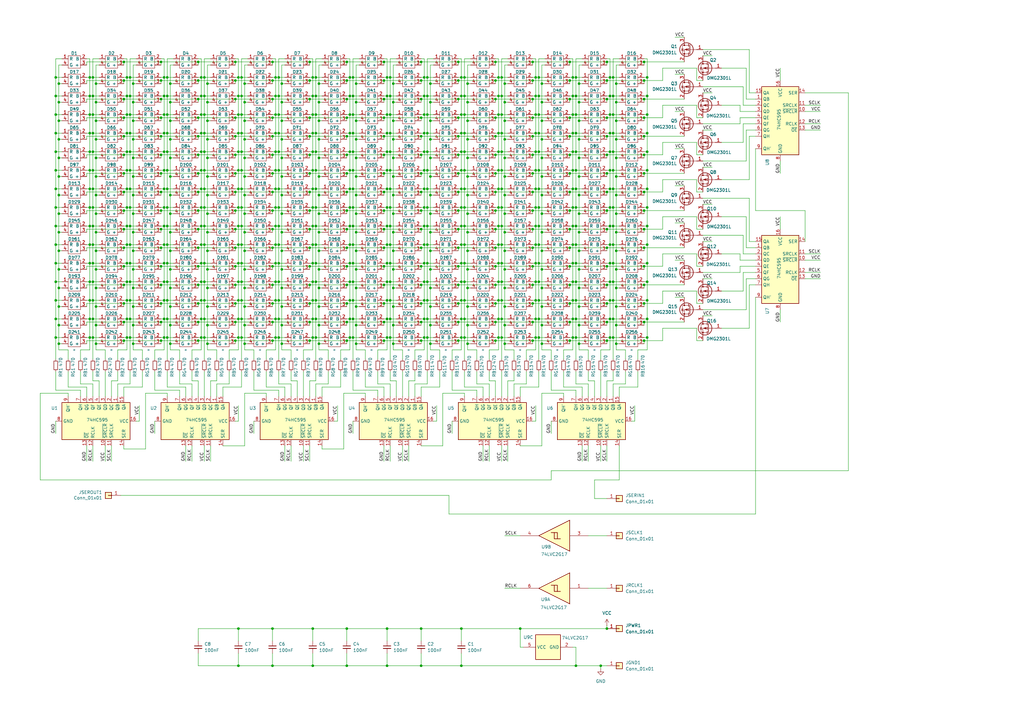
<source format=kicad_sch>
(kicad_sch (version 20231120) (generator "eeschema") (generator_version "8.0")
  (paper "A3")
  (title_block (title "LED panel 16x16") (rev "1"))
  (junction (at 68.58 46.99))
  (junction (at 248.92 71.12))
  (junction (at 264.16 132.08))
  (junction (at 250.19 31.75))
  (junction (at 236.22 115.57))
  (junction (at 251.46 115.57))
  (junction (at 129.54 39.37))
  (junction (at 113.03 69.85))
  (junction (at 66.04 139.7))
  (junction (at 85.09 95.25))
  (junction (at 22.86 107.95))
  (junction (at 237.49 49.53))
  (junction (at 67.31 39.37))
  (junction (at 190.5 123.19))
  (junction (at 250.19 39.37))
  (junction (at 36.83 138.43))
  (junction (at 144.78 130.81))
  (junction (at 234.95 54.61))
  (junction (at 127 71.12))
  (junction (at 189.23 123.19))
  (junction (at 234.95 100.33))
  (junction (at 128.27 31.75))
  (junction (at 204.47 62.23))
  (junction (at 97.79 115.57))
  (junction (at 114.3 130.81))
  (junction (at 175.26 85.09))
  (junction (at 142.24 40.64))
  (junction (at 146.05 41.91))
  (junction (at 82.55 115.57))
  (junction (at 24.13 34.29))
  (junction (at 234.95 46.99))
  (junction (at 54.61 125.73))
  (junction (at 115.57 72.39))
  (junction (at 81.28 101.6))
  (junction (at 66.04 86.36))
  (junction (at 54.61 95.25))
  (junction (at 81.28 132.08))
  (junction (at 234.95 39.37))
  (junction (at 222.25 102.87))
  (junction (at 191.77 125.73))
  (junction (at 264.16 86.36))
  (junction (at 234.95 31.75))
  (junction (at 173.99 85.09))
  (junction (at 173.99 107.95))
  (junction (at 222.25 133.35))
  (junction (at 173.99 77.47))
  (junction (at 97.79 123.19))
  (junction (at 189.23 77.47))
  (junction (at 100.33 102.87))
  (junction (at 83.82 115.57))
  (junction (at 233.68 78.74))
  (junction (at 130.81 34.29))
  (junction (at 187.96 93.98))
  (junction (at 189.23 54.61))
  (junction (at 190.5 138.43))
  (junction (at 175.26 92.71))
  (junction (at 22.86 85.09))
  (junction (at 99.06 100.33))
  (junction (at 113.03 115.57))
  (junction (at 128.27 62.23))
  (junction (at 130.81 110.49))
  (junction (at 248.92 48.26))
  (junction (at 83.82 31.75))
  (junction (at 252.73 64.77))
  (junction (at 85.09 49.53))
  (junction (at 233.68 101.6))
  (junction (at 130.81 95.25))
  (junction (at 83.82 107.95))
  (junction (at 207.01 95.25))
  (junction (at 175.26 130.81))
  (junction (at 129.54 138.43))
  (junction (at 69.85 34.29))
  (junction (at 173.99 46.99))
  (junction (at 190.5 107.95))
  (junction (at 83.82 77.47))
  (junction (at 219.71 92.71))
  (junction (at 191.77 41.91))
  (junction (at 128.27 69.85))
  (junction (at 158.75 39.37))
  (junction (at 160.02 107.95))
  (junction (at 99.06 115.57))
  (junction (at 172.72 48.26))
  (junction (at 111.76 101.6))
  (junction (at 99.06 39.37))
  (junction (at 175.26 107.95))
  (junction (at 85.09 110.49))
  (junction (at 204.47 69.85))
  (junction (at 50.8 40.64))
  (junction (at 222.25 140.97))
  (junction (at 172.72 116.84))
  (junction (at 100.33 125.73))
  (junction (at 36.83 46.99))
  (junction (at 67.31 31.75))
  (junction (at 24.13 118.11))
  (junction (at 50.8 132.08))
  (junction (at 204.47 92.71))
  (junction (at 205.74 130.81))
  (junction (at 161.29 110.49))
  (junction (at 22.86 130.81))
  (junction (at 113.03 31.75))
  (junction (at 53.34 62.23))
  (junction (at 22.86 115.57))
  (junction (at 157.48 40.64))
  (junction (at 265.43 107.95))
  (junction (at 143.51 54.61))
  (junction (at 205.74 39.37))
  (junction (at 97.79 39.37))
  (junction (at 203.2 25.4))
  (junction (at 234.95 92.71))
  (junction (at 234.95 138.43))
  (junction (at 175.26 77.47))
  (junction (at 68.58 31.75))
  (junction (at 220.98 77.47))
  (junction (at 66.04 55.88))
  (junction (at 81.28 124.46))
  (junction (at 207.01 125.73))
  (junction (at 172.72 78.74))
  (junction (at 213.36 257.81))
  (junction (at 218.44 40.64))
  (junction (at 250.19 85.09))
  (junction (at 128.27 100.33))
  (junction (at 127 63.5))
  (junction (at 187.96 55.88))
  (junction (at 114.3 39.37))
  (junction (at 115.57 80.01))
  (junction (at 265.43 62.23))
  (junction (at 234.95 62.23))
  (junction (at 143.51 100.33))
  (junction (at 252.73 80.01))
  (junction (at 251.46 138.43))
  (junction (at 233.68 116.84))
  (junction (at 189.23 39.37))
  (junction (at 146.05 72.39))
  (junction (at 68.58 107.95))
  (junction (at 204.47 138.43))
  (junction (at 114.3 46.99))
  (junction (at 97.79 69.85))
  (junction (at 50.8 78.74))
  (junction (at 220.98 138.43))
  (junction (at 191.77 118.11))
  (junction (at 100.33 34.29))
  (junction (at 115.57 95.25))
  (junction (at 250.19 100.33))
  (junction (at 219.71 130.81))
  (junction (at 128.27 77.47))
  (junction (at 69.85 64.77))
  (junction (at 158.75 115.57))
  (junction (at 157.48 71.12))
  (junction (at 143.51 39.37))
  (junction (at 69.85 80.01))
  (junction (at 69.85 41.91))
  (junction (at 146.05 118.11))
  (junction (at 189.23 85.09))
  (junction (at 100.33 87.63))
  (junction (at 97.79 62.23))
  (junction (at 264.16 71.12))
  (junction (at 251.46 107.95))
  (junction (at 83.82 46.99))
  (junction (at 111.76 116.84))
  (junction (at 53.34 107.95))
  (junction (at 222.25 41.91))
  (junction (at 24.13 41.91))
  (junction (at 38.1 31.75))
  (junction (at 233.68 71.12))
  (junction (at 39.37 95.25))
  (junction (at 39.37 80.01))
  (junction (at 160.02 138.43))
  (junction (at 222.25 57.15))
  (junction (at 203.2 78.74))
  (junction (at 207.01 102.87))
  (junction (at 52.07 54.61))
  (junction (at 237.49 80.01))
  (junction (at 189.23 130.81))
  (junction (at 143.51 31.75))
  (junction (at 97.79 54.61))
  (junction (at 85.09 41.91))
  (junction (at 129.54 107.95))
  (junction (at 68.58 130.81))
  (junction (at 160.02 54.61))
  (junction (at 113.03 130.81))
  (junction (at 204.47 100.33))
  (junction (at 191.77 64.77))
  (junction (at 52.07 77.47))
  (junction (at 175.26 138.43))
  (junction (at 143.51 107.95))
  (junction (at 127 33.02))
  (junction (at 187.96 101.6))
  (junction (at 85.09 133.35))
  (junction (at 237.49 102.87))
  (junction (at 176.53 110.49))
  (junction (at 219.71 85.09))
  (junction (at 142.24 109.22))
  (junction (at 142.24 33.02))
  (junction (at 265.43 130.81))
  (junction (at 220.98 46.99))
  (junction (at 143.51 85.09))
  (junction (at 161.29 102.87))
  (junction (at 203.2 40.64))
  (junction (at 189.23 62.23))
  (junction (at 234.95 77.47))
  (junction (at 96.52 25.4))
  (junction (at 81.28 40.64))
  (junction (at 248.92 101.6))
  (junction (at 264.16 78.74))
  (junction (at 111.76 63.5))
  (junction (at 252.73 57.15))
  (junction (at 158.75 31.75))
  (junction (at 157.48 116.84))
  (junction (at 252.73 140.97))
  (junction (at 146.05 34.29))
  (junction (at 187.96 109.22))
  (junction (at 113.03 107.95))
  (junction (at 264.16 55.88))
  (junction (at 96.52 63.5))
  (junction (at 190.5 39.37))
  (junction (at 99.06 69.85))
  (junction (at 219.71 54.61))
  (junction (at 100.33 57.15))
  (junction (at 233.68 63.5))
  (junction (at 38.1 130.81))
  (junction (at 67.31 138.43))
  (junction (at 113.03 100.33))
  (junction (at 36.83 92.71))
  (junction (at 82.55 69.85))
  (junction (at 127 101.6))
  (junction (at 129.54 31.75))
  (junction (at 82.55 85.09))
  (junction (at 158.75 92.71))
  (junction (at 22.86 123.19))
  (junction (at 39.37 72.39))
  (junction (at 53.34 31.75))
  (junction (at 115.57 140.97))
  (junction (at 99.06 85.09))
  (junction (at 160.02 39.37))
  (junction (at 251.46 77.47))
  (junction (at 191.77 87.63))
  (junction (at 264.16 109.22))
  (junction (at 265.43 46.99))
  (junction (at 252.73 49.53))
  (junction (at 187.96 33.02))
  (junction (at 53.34 138.43))
  (junction (at 82.55 39.37))
  (junction (at 52.07 138.43))
  (junction (at 113.03 123.19))
  (junction (at 81.28 33.02))
  (junction (at 220.98 115.57))
  (junction (at 114.3 123.19))
  (junction (at 128.27 39.37))
  (junction (at 53.34 100.33))
  (junction (at 66.04 124.46))
  (junction (at 97.79 77.47))
  (junction (at 218.44 33.02))
  (junction (at 248.92 93.98))
  (junction (at 248.92 40.64))
  (junction (at 218.44 101.6))
  (junction (at 175.26 115.57))
  (junction (at 143.51 92.71))
  (junction (at 207.01 87.63))
  (junction (at 237.49 95.25))
  (junction (at 203.2 132.08))
  (junction (at 176.53 57.15))
  (junction (at 81.28 55.88))
  (junction (at 99.06 46.99))
  (junction (at 68.58 85.09))
  (junction (at 96.52 48.26))
  (junction (at 81.28 71.12))
  (junction (at 158.75 46.99))
  (junction (at 38.1 62.23))
  (junction (at 160.02 130.81))
  (junction (at 114.3 115.57))
  (junction (at 130.81 133.35))
  (junction (at 237.49 87.63))
  (junction (at 96.52 109.22))
  (junction (at 127 40.64))
  (junction (at 52.07 123.19))
  (junction (at 68.58 100.33))
  (junction (at 83.82 69.85))
  (junction (at 96.52 86.36))
  (junction (at 81.28 63.5))
  (junction (at 157.48 33.02))
  (junction (at 69.85 140.97))
  (junction (at 264.16 25.4))
  (junction (at 38.1 85.09))
  (junction (at 36.83 123.19))
  (junction (at 146.05 80.01))
  (junction (at 52.07 69.85))
  (junction (at 176.53 80.01))
  (junction (at 176.53 87.63))
  (junction (at 222.25 110.49))
  (junction (at 36.83 39.37))
  (junction (at 113.03 54.61))
  (junction (at 111.76 48.26))
  (junction (at 100.33 133.35))
  (junction (at 233.68 109.22))
  (junction (at 69.85 87.63))
  (junction (at 250.19 62.23))
  (junction (at 67.31 100.33))
  (junction (at 220.98 123.19))
  (junction (at 113.03 39.37))
  (junction (at 160.02 115.57))
  (junction (at 173.99 62.23))
  (junction (at 39.37 34.29))
  (junction (at 204.47 115.57))
  (junction (at 250.19 115.57))
  (junction (at 173.99 92.71))
  (junction (at 128.27 107.95))
  (junction (at 190.5 115.57))
  (junction (at 236.22 273.05))
  (junction (at 142.24 116.84))
  (junction (at 127 109.22))
  (junction (at 130.81 102.87))
  (junction (at 252.73 125.73))
  (junction (at 248.92 55.88))
  (junction (at 236.22 39.37))
  (junction (at 111.76 273.05))
  (junction (at 172.72 40.64))
  (junction (at 191.77 34.29))
  (junction (at 67.31 107.95))
  (junction (at 219.71 138.43))
  (junction (at 66.04 40.64))
  (junction (at 157.48 86.36))
  (junction (at 83.82 85.09))
  (junction (at 68.58 39.37))
  (junction (at 53.34 54.61))
  (junction (at 264.16 63.5))
  (junction (at 127 86.36))
  (junction (at 236.22 123.19))
  (junction (at 22.86 77.47))
  (junction (at 250.19 77.47))
  (junction (at 233.68 48.26))
  (junction (at 251.46 130.81))
  (junction (at 204.47 54.61))
  (junction (at 252.73 34.29))
  (junction (at 205.74 85.09))
  (junction (at 144.78 39.37))
  (junction (at 36.83 107.95))
  (junction (at 68.58 123.19))
  (junction (at 67.31 77.47))
  (junction (at 250.19 54.61))
  (junction (at 127 93.98))
  (junction (at 38.1 115.57))
  (junction (at 22.86 138.43))
  (junction (at 22.86 100.33))
  (junction (at 205.74 31.75))
  (junction (at 127 139.7))
  (junction (at 69.85 49.53))
  (junction (at 207.01 140.97))
  (junction (at 190.5 54.61))
  (junction (at 50.8 48.26))
  (junction (at 50.8 33.02))
  (junction (at 252.73 72.39))
  (junction (at 36.83 130.81))
  (junction (at 53.34 85.09))
  (junction (at 207.01 80.01))
  (junction (at 130.81 140.97))
  (junction (at 218.44 124.46))
  (junction (at 83.82 138.43))
  (junction (at 38.1 107.95))
  (junction (at 143.51 77.47))
  (junction (at 203.2 48.26))
  (junction (at 172.72 55.88))
  (junction (at 82.55 107.95))
  (junction (at 68.58 69.85))
  (junction (at 175.26 31.75))
  (junction (at 190.5 92.71))
  (junction (at 220.98 31.75))
  (junction (at 203.2 86.36))
  (junction (at 160.02 69.85))
  (junction (at 96.52 124.46))
  (junction (at 233.68 93.98))
  (junction (at 205.74 92.71))
  (junction (at 233.68 25.4))
  (junction (at 187.96 71.12))
  (junction (at 218.44 63.5))
  (junction (at 67.31 54.61))
  (junction (at 100.33 49.53))
  (junction (at 113.03 77.47))
  (junction (at 252.73 102.87))
  (junction (at 83.82 123.19))
  (junction (at 219.71 46.99))
  (junction (at 158.75 257.81))
  (junction (at 236.22 62.23))
  (junction (at 189.23 46.99))
  (junction (at 172.72 93.98))
  (junction (at 187.96 132.08))
  (junction (at 85.09 57.15))
  (junction (at 130.81 87.63))
  (junction (at 81.28 86.36))
  (junction (at 220.98 54.61))
  (junction (at 144.78 123.19))
  (junction (at 161.29 87.63))
  (junction (at 207.01 57.15))
  (junction (at 53.34 77.47))
  (junction (at 39.37 49.53))
  (junction (at 114.3 31.75))
  (junction (at 66.04 25.4))
  (junction (at 22.86 92.71))
  (junction (at 251.46 123.19))
  (junction (at 67.31 46.99))
  (junction (at 68.58 62.23))
  (junction (at 219.71 123.19))
  (junction (at 113.03 138.43))
  (junction (at 207.01 64.77))
  (junction (at 144.78 85.09))
  (junction (at 233.68 86.36))
  (junction (at 53.34 92.71))
  (junction (at 172.72 132.08))
  (junction (at 144.78 115.57))
  (junction (at 97.79 31.75))
  (junction (at 24.13 87.63))
  (junction (at 24.13 140.97))
  (junction (at 38.1 100.33))
  (junction (at 175.26 62.23))
  (junction (at 99.06 92.71))
  (junction (at 52.07 92.71))
  (junction (at 252.73 95.25))
  (junction (at 158.75 130.81))
  (junction (at 82.55 100.33))
  (junction (at 68.58 138.43))
  (junction (at 127 55.88))
  (junction (at 143.51 46.99))
  (junction (at 39.37 110.49))
  (junction (at 191.77 133.35))
  (junction (at 189.23 115.57))
  (junction (at 100.33 64.77))
  (junction (at 24.13 102.87))
  (junction (at 24.13 110.49))
  (junction (at 54.61 41.91))
  (junction (at 97.79 138.43))
  (junction (at 39.37 64.77))
  (junction (at 111.76 124.46))
  (junction (at 157.48 93.98))
  (junction (at 114.3 92.71))
  (junction (at 111.76 109.22))
  (junction (at 100.33 110.49))
  (junction (at 143.51 115.57))
  (junction (at 66.04 71.12))
  (junction (at 175.26 46.99))
  (junction (at 187.96 86.36))
  (junction (at 52.07 85.09))
  (junction (at 264.16 33.02))
  (junction (at 115.57 87.63))
  (junction (at 22.86 62.23))
  (junction (at 127 124.46))
  (junction (at 129.54 115.57))
  (junction (at 264.16 93.98))
  (junction (at 236.22 107.95))
  (junction (at 236.22 69.85))
  (junction (at 100.33 80.01))
  (junction (at 157.48 63.5))
  (junction (at 144.78 100.33))
  (junction (at 251.46 39.37))
  (junction (at 157.48 124.46))
  (junction (at 161.29 49.53))
  (junction (at 187.96 25.4))
  (junction (at 111.76 25.4))
  (junction (at 218.44 48.26))
  (junction (at 50.8 86.36))
  (junction (at 96.52 55.88))
  (junction (at 173.99 130.81))
  (junction (at 158.75 85.09))
  (junction (at 203.2 63.5))
  (junction (at 173.99 54.61))
  (junction (at 83.82 39.37))
  (junction (at 189.23 107.95))
  (junction (at 39.37 41.91))
  (junction (at 220.98 85.09))
  (junction (at 97.79 257.81))
  (junction (at 160.02 62.23))
  (junction (at 67.31 130.81))
  (junction (at 157.48 25.4))
  (junction (at 187.96 78.74))
  (junction (at 99.06 107.95))
  (junction (at 82.55 130.81))
  (junction (at 265.43 123.19))
  (junction (at 85.09 34.29))
  (junction (at 251.46 92.71))
  (junction (at 248.92 86.36))
  (junction (at 220.98 130.81))
  (junction (at 53.34 130.81))
  (junction (at 128.27 257.81))
  (junction (at 85.09 87.63))
  (junction (at 38.1 77.47))
  (junction (at 220.98 39.37))
  (junction (at 237.49 41.91))
  (junction (at 114.3 100.33))
  (junction (at 248.92 124.46))
  (junction (at 236.22 92.71))
  (junction (at 115.57 125.73))
  (junction (at 97.79 100.33))
  (junction (at 100.33 118.11))
  (junction (at 218.44 109.22))
  (junction (at 111.76 132.08))
  (junction (at 220.98 100.33))
  (junction (at 233.68 33.02))
  (junction (at 144.78 62.23))
  (junction (at 190.5 130.81))
  (junction (at 81.28 25.4))
  (junction (at 130.81 125.73))
  (junction (at 142.24 93.98))
  (junction (at 265.43 92.71))
  (junction (at 111.76 33.02))
  (junction (at 39.37 102.87))
  (junction (at 81.28 116.84))
  (junction (at 190.5 69.85))
  (junction (at 85.09 72.39))
  (junction (at 190.5 62.23))
  (junction (at 53.34 46.99))
  (junction (at 146.05 49.53))
  (junction (at 220.98 107.95))
  (junction (at 82.55 138.43))
  (junction (at 66.04 78.74))
  (junction (at 203.2 116.84))
  (junction (at 161.29 64.77))
  (junction (at 172.72 273.05))
  (junction (at 222.25 125.73))
  (junction (at 128.27 115.57))
  (junction (at 114.3 77.47))
  (junction (at 111.76 40.64))
  (junction (at 203.2 139.7))
  (junction (at 158.75 69.85))
  (junction (at 69.85 95.25))
  (junction (at 130.81 80.01))
  (junction (at 69.85 110.49))
  (junction (at 236.22 138.43))
  (junction (at 250.19 69.85))
  (junction (at 250.19 138.43))
  (junction (at 264.16 116.84))
  (junction (at 157.48 48.26))
  (junction (at 160.02 92.71))
  (junction (at 172.72 33.02))
  (junction (at 204.47 46.99))
  (junction (at 161.29 118.11))
  (junction (at 176.53 118.11))
  (junction (at 248.92 139.7))
  (junction (at 22.86 46.99))
  (junction (at 205.74 69.85))
  (junction (at 99.06 130.81))
  (junction (at 115.57 64.77))
  (junction (at 237.49 64.77))
  (junction (at 50.8 25.4))
  (junction (at 203.2 71.12))
  (junction (at 144.78 54.61))
  (junction (at 129.54 123.19))
  (junction (at 160.02 46.99))
  (junction (at 251.46 62.23))
  (junction (at 81.28 109.22))
  (junction (at 143.51 62.23))
  (junction (at 160.02 100.33))
  (junction (at 69.85 72.39))
  (junction (at 233.68 139.7))
  (junction (at 52.07 62.23))
  (junction (at 85.09 102.87))
  (junction (at 54.61 102.87))
  (junction (at 142.24 139.7))
  (junction (at 189.23 31.75))
  (junction (at 218.44 132.08))
  (junction (at 39.37 118.11))
  (junction (at 114.3 85.09))
  (junction (at 205.74 107.95))
  (junction (at 127 48.26))
  (junction (at 203.2 101.6))
  (junction (at 191.77 140.97))
  (junction (at 160.02 123.19))
  (junction (at 144.78 92.71))
  (junction (at 115.57 133.35))
  (junction (at 146.05 110.49))
  (junction (at 114.3 107.95))
  (junction (at 129.54 69.85))
  (junction (at 54.61 49.53))
  (junction (at 54.61 133.35))
  (junction (at 204.47 123.19))
  (junction (at 265.43 31.75))
  (junction (at 54.61 57.15))
  (junction (at 205.74 100.33))
  (junction (at 81.28 93.98))
  (junction (at 219.71 115.57))
  (junction (at 176.53 72.39))
  (junction (at 252.73 87.63))
  (junction (at 82.55 92.71))
  (junction (at 233.68 40.64))
  (junction (at 222.25 87.63))
  (junction (at 52.07 46.99))
  (junction (at 22.86 31.75))
  (junction (at 191.77 102.87))
  (junction (at 24.13 64.77))
  (junction (at 52.07 39.37))
  (junction (at 189.23 273.05))
  (junction (at 111.76 257.81))
  (junction (at 248.92 63.5))
  (junction (at 85.09 118.11))
  (junction (at 265.43 39.37))
  (junction (at 142.24 63.5))
  (junction (at 50.8 71.12))
  (junction (at 39.37 125.73))
  (junction (at 175.26 100.33))
  (junction (at 219.71 107.95))
  (junction (at 264.16 124.46))
  (junction (at 191.77 95.25))
  (junction (at 128.27 130.81))
  (junction (at 142.24 48.26))
  (junction (at 160.02 85.09))
  (junction (at 82.55 46.99))
  (junction (at 190.5 85.09))
  (junction (at 128.27 92.71))
  (junction (at 146.05 140.97))
  (junction (at 68.58 77.47))
  (junction (at 220.98 62.23))
  (junction (at 96.52 101.6))
  (junction (at 69.85 118.11))
  (junction (at 161.29 72.39))
  (junction (at 265.43 115.57))
  (junction (at 264.16 139.7))
  (junction (at 99.06 62.23))
  (junction (at 83.82 92.71))
  (junction (at 218.44 71.12))
  (junction (at 187.96 116.84))
  (junction (at 85.09 125.73))
  (junction (at 82.55 123.19))
  (junction (at 99.06 123.19))
  (junction (at 175.26 69.85))
  (junction (at 53.34 39.37))
  (junction (at 39.37 87.63))
  (junction (at 237.49 72.39))
  (junction (at 176.53 41.91))
  (junction (at 114.3 62.23))
  (junction (at 222.25 64.77))
  (junction (at 142.24 71.12))
  (junction (at 218.44 55.88))
  (junction (at 67.31 92.71))
  (junction (at 24.13 80.01))
  (junction (at 264.16 48.26))
  (junction (at 222.25 34.29))
  (junction (at 83.82 130.81))
  (junction (at 129.54 100.33))
  (junction (at 81.28 139.7))
  (junction (at 142.24 25.4))
  (junction (at 189.23 257.81))
  (junction (at 176.53 102.87))
  (junction (at 97.79 92.71))
  (junction (at 222.25 72.39))
  (junction (at 237.49 133.35))
  (junction (at 144.78 46.99))
  (junction (at 85.09 140.97))
  (junction (at 190.5 100.33))
  (junction (at 113.03 62.23))
  (junction (at 129.54 130.81))
  (junction (at 69.85 102.87))
  (junction (at 24.13 57.15))
  (junction (at 129.54 77.47))
  (junction (at 246.38 273.05))
  (junction (at 205.74 46.99))
  (junction (at 114.3 138.43))
  (junction (at 176.53 49.53))
  (junction (at 205.74 77.47))
  (junction (at 173.99 115.57))
  (junction (at 24.13 72.39))
  (junction (at 99.06 138.43))
  (junction (at 39.37 140.97))
  (junction (at 158.75 107.95))
  (junction (at 24.13 95.25))
  (junction (at 218.44 86.36))
  (junction (at 146.05 64.77))
  (junction (at 204.47 31.75))
  (junction (at 204.47 39.37))
  (junction (at 38.1 54.61))
  (junction (at 251.46 100.33))
  (junction (at 189.23 138.43))
  (junction (at 207.01 34.29))
  (junction (at 146.05 125.73))
  (junction (at 176.53 64.77))
  (junction (at 191.77 110.49))
  (junction (at 96.52 33.02))
  (junction (at 127 25.4))
  (junction (at 128.27 273.05))
  (junction (at 143.51 138.43))
  (junction (at 248.92 25.4))
  (junction (at 207.01 41.91))
  (junction (at 144.78 107.95))
  (junction (at 36.83 31.75))
  (junction (at 38.1 92.71))
  (junction (at 158.75 100.33))
  (junction (at 96.52 78.74))
  (junction (at 252.73 118.11))
  (junction (at 52.07 115.57))
  (junction (at 205.74 115.57))
  (junction (at 190.5 46.99))
  (junction (at 203.2 55.88))
  (junction (at 203.2 93.98))
  (junction (at 81.28 48.26))
  (junction (at 115.57 118.11))
  (junction (at 113.03 46.99))
  (junction (at 96.52 93.98))
  (junction (at 146.05 102.87))
  (junction (at 237.49 57.15))
  (junction (at 222.25 80.01))
  (junction (at 218.44 78.74))
  (junction (at 219.71 100.33))
  (junction (at 219.71 31.75))
  (junction (at 176.53 125.73))
  (junction (at 127 132.08))
  (junction (at 97.79 107.95))
  (junction (at 207.01 133.35))
  (junction (at 96.52 116.84))
  (junction (at 143.51 130.81))
  (junction (at 218.44 25.4))
  (junction (at 204.47 77.47))
  (junction (at 130.81 118.11))
  (junction (at 54.61 72.39))
  (junction (at 252.73 133.35))
  (junction (at 115.57 49.53))
  (junction (at 190.5 77.47))
  (junction (at 161.29 125.73))
  (junction (at 99.06 31.75))
  (junction (at 24.13 133.35))
  (junction (at 81.28 78.74))
  (junction (at 97.79 85.09))
  (junction (at 207.01 49.53))
  (junction (at 66.04 109.22))
  (junction (at 99.06 54.61))
  (junction (at 66.04 116.84))
  (junction (at 69.85 57.15))
  (junction (at 175.26 54.61))
  (junction (at 160.02 77.47))
  (junction (at 100.33 72.39))
  (junction (at 172.72 63.5))
  (junction (at 251.46 46.99))
  (junction (at 187.96 124.46))
  (junction (at 250.19 46.99))
  (junction (at 39.37 133.35))
  (junction (at 189.23 69.85))
  (junction (at 146.05 87.63))
  (junction (at 236.22 54.61))
  (junction (at 237.49 118.11))
  (junction (at 219.71 62.23))
  (junction (at 248.92 78.74))
  (junction (at 100.33 95.25))
  (junction (at 173.99 123.19))
  (junction (at 36.83 100.33))
  (junction (at 115.57 102.87))
  (junction (at 191.77 57.15))
  (junction (at 207.01 72.39))
  (junction (at 50.8 116.84))
  (junction (at 172.72 257.81))
  (junction (at 176.53 140.97))
  (junction (at 207.01 110.49))
  (junction (at 82.55 31.75))
  (junction (at 96.52 139.7))
  (junction (at 111.76 139.7))
  (junction (at 233.68 124.46))
  (junction (at 67.31 85.09))
  (junction (at 205.74 54.61))
  (junction (at 69.85 125.73))
  (junction (at 111.76 55.88))
  (junction (at 173.99 31.75))
  (junction (at 237.49 140.97))
  (junction (at 218.44 139.7))
  (junction (at 36.83 62.23))
  (junction (at 161.29 133.35))
  (junction (at 97.79 46.99))
  (junction (at 172.72 71.12))
  (junction (at 113.03 92.71))
  (junction (at 237.49 34.29))
  (junction (at 144.78 77.47))
  (junction (at 157.48 78.74))
  (junction (at 203.2 33.02))
  (junction (at 157.48 132.08))
  (junction (at 237.49 110.49))
  (junction (at 222.25 118.11))
  (junction (at 129.54 92.71))
  (junction (at 144.78 138.43))
  (junction (at 142.24 124.46))
  (junction (at 68.58 92.71))
  (junction (at 161.29 140.97))
  (junction (at 66.04 101.6))
  (junction (at 251.46 54.61))
  (junction (at 100.33 41.91))
  (junction (at 50.8 109.22))
  (junction (at 222.25 95.25))
  (junction (at 142.24 86.36))
  (junction (at 24.13 125.73))
  (junction (at 172.72 101.6))
  (junction (at 205.74 138.43))
  (junction (at 38.1 46.99))
  (junction (at 160.02 31.75))
  (junction (at 67.31 115.57))
  (junction (at 83.82 54.61))
  (junction (at 248.92 257.81))
  (junction (at 248.92 109.22))
  (junction (at 128.27 138.43))
  (junction (at 236.22 130.81))
  (junction (at 173.99 138.43))
  (junction (at 68.58 115.57))
  (junction (at 127 116.84))
  (junction (at 234.95 85.09))
  (junction (at 38.1 39.37))
  (junction (at 233.68 132.08))
  (junction (at 129.54 85.09))
  (junction (at 158.75 62.23))
  (junction (at 52.07 107.95))
  (junction (at 218.44 116.84))
  (junction (at 130.81 64.77))
  (junction (at 172.72 25.4))
  (junction (at 161.29 80.01))
  (junction (at 252.73 110.49))
  (junction (at 190.5 31.75))
  (junction (at 100.33 140.97))
  (junction (at 264.16 40.64))
  (junction (at 248.92 132.08))
  (junction (at 54.61 80.01))
  (junction (at 248.92 116.84))
  (junction (at 173.99 39.37))
  (junction (at 250.19 92.71))
  (junction (at 157.48 55.88))
  (junction (at 142.24 101.6))
  (junction (at 114.3 54.61))
  (junction (at 203.2 109.22))
  (junction (at 53.34 69.85))
  (junction (at 36.83 69.85))
  (junction (at 157.48 109.22))
  (junction (at 111.76 86.36))
  (junction (at 144.78 69.85))
  (junction (at 82.55 62.23))
  (junction (at 219.71 69.85))
  (junction (at 67.31 69.85))
  (junction (at 66.04 33.02))
  (junction (at 146.05 57.15))
  (junction (at 236.22 77.47))
  (junction (at 161.29 57.15))
  (junction (at 222.25 49.53))
  (junction (at 24.13 49.53))
  (junction (at 129.54 46.99))
  (junction (at 172.72 124.46))
  (junction (at 251.46 31.75))
  (junction (at 115.57 57.15))
  (junction (at 220.98 92.71))
  (junction (at 265.43 54.61))
  (junction (at 218.44 93.98))
  (junction (at 129.54 54.61))
  (junction (at 175.26 39.37))
  (junction (at 115.57 110.49))
  (junction (at 54.61 110.49))
  (junction (at 66.04 63.5))
  (junction (at 265.43 100.33))
  (junction (at 127 78.74))
  (junction (at 66.04 132.08))
  (junction (at 111.76 93.98))
  (junction (at 111.76 78.74))
  (junction (at 234.95 69.85))
  (junction (at 176.53 95.25))
  (junction (at 52.07 130.81))
  (junction (at 53.34 123.19))
  (junction (at 50.8 139.7))
  (junction (at 142.24 55.88))
  (junction (at 265.43 85.09))
  (junction (at 236.22 100.33))
  (junction (at 54.61 118.11))
  (junction (at 161.29 34.29))
  (junction (at 250.19 107.95))
  (junction (at 237.49 125.73))
  (junction (at 130.81 41.91))
  (junction (at 143.51 69.85))
  (junction (at 96.52 40.64))
  (junction (at 158.75 123.19))
  (junction (at 172.72 139.7))
  (junction (at 203.2 124.46))
  (junction (at 22.86 39.37))
  (junction (at 97.79 273.05))
  (junction (at 172.72 86.36))
  (junction (at 204.47 130.81))
  (junction (at 67.31 123.19))
  (junction (at 189.23 92.71))
  (junction (at 236.22 46.99))
  (junction (at 207.01 118.11))
  (junction (at 251.46 85.09))
  (junction (at 96.52 132.08))
  (junction (at 111.76 71.12))
  (junction (at 265.43 69.85))
  (junction (at 129.54 62.23))
  (junction (at 115.57 41.91))
  (junction (at 157.48 101.6))
  (junction (at 22.86 54.61))
  (junction (at 85.09 80.01))
  (junction (at 130.81 57.15))
  (junction (at 38.1 138.43))
  (junction (at 130.81 72.39))
  (junction (at 265.43 138.43))
  (junction (at 175.26 123.19))
  (junction (at 204.47 85.09))
  (junction (at 220.98 69.85))
  (junction (at 130.81 49.53))
  (junction (at 67.31 62.23))
  (junction (at 251.46 69.85))
  (junction (at 158.75 77.47))
  (junction (at 189.23 100.33))
  (junction (at 96.52 71.12))
  (junction (at 205.74 62.23))
  (junction (at 236.22 31.75))
  (junction (at 250.19 123.19))
  (junction (at 115.57 34.29))
  (junction (at 142.24 132.08))
  (junction (at 50.8 55.88))
  (junction (at 161.29 41.91))
  (junction (at 157.48 139.7))
  (junction (at 52.07 100.33))
  (junction (at 83.82 62.23))
  (junction (at 236.22 85.09))
  (junction (at 191.77 49.53))
  (junction (at 99.06 77.47))
  (junction (at 187.96 40.64))
  (junction (at 143.51 123.19))
  (junction (at 36.83 54.61))
  (junction (at 264.16 101.6))
  (junction (at 158.75 138.43))
  (junction (at 172.72 109.22))
  (junction (at 83.82 100.33))
  (junction (at 234.95 107.95))
  (junction (at 142.24 273.05))
  (junction (at 50.8 101.6))
  (junction (at 97.79 130.81))
  (junction (at 233.68 55.88))
  (junction (at 234.95 123.19))
  (junction (at 82.55 54.61))
  (junction (at 146.05 95.25))
  (junction (at 68.58 54.61))
  (junction (at 38.1 69.85))
  (junction (at 187.96 63.5))
  (junction (at 173.99 100.33))
  (junction (at 128.27 46.99))
  (junction (at 38.1 123.19))
  (junction (at 50.8 63.5))
  (junction (at 128.27 85.09))
  (junction (at 191.77 72.39))
  (junction (at 114.3 69.85))
  (junction (at 53.34 115.57))
  (junction (at 36.83 77.47))
  (junction (at 144.78 31.75))
  (junction (at 205.74 123.19))
  (junction (at 39.37 57.15))
  (junction (at 54.61 34.29))
  (junction (at 176.53 34.29))
  (junction (at 219.71 39.37))
  (junction (at 158.75 273.05))
  (junction (at 234.95 130.81))
  (junction (at 128.27 123.19))
  (junction (at 146.05 133.35))
  (junction (at 142.24 257.81))
  (junction (at 36.83 115.57))
  (junction (at 234.95 115.57))
  (junction (at 252.73 41.91))
  (junction (at 54.61 64.77))
  (junction (at 161.29 95.25))
  (junction (at 66.04 93.98))
  (junction (at 113.03 85.09))
  (junction (at 158.75 54.61))
  (junction (at 204.47 107.95))
  (junction (at 50.8 93.98))
  (junction (at 187.96 139.7))
  (junction (at 54.61 140.97))
  (junction (at 66.04 48.26))
  (junction (at 85.09 64.77))
  (junction (at 128.27 54.61))
  (junction (at 173.99 69.85))
  (junction (at 248.92 33.02))
  (junction (at 187.96 48.26))
  (junction (at 176.53 133.35))
  (junction (at 142.24 78.74))
  (junction (at 265.43 77.47))
  (junction (at 69.85 133.35))
  (junction (at 22.86 69.85))
  (junction (at 52.07 31.75))
  (junction (at 250.19 130.81))
  (junction (at 219.71 77.47))
  (junction (at 82.55 77.47))
  (junction (at 50.8 124.46))
  (junction (at 191.77 80.01))
  (junction (at 36.83 85.09))
  (junction (at 54.61 87.63))
  (wire (pts (xy 129.54 100.33) (xy 129.54 92.71)))
  (wire (pts (xy 24.13 143.51) (xy 24.13 140.97)))
  (wire (pts (xy 96.52 93.98) (xy 96.52 95.25)))
  (wire (pts (xy 142.24 138.43) (xy 143.51 138.43)))
  (wire (pts (xy 205.74 77.47) (xy 208.28 77.47)))
  (wire (pts (xy 97.79 100.33) (xy 97.79 92.71)))
  (wire (pts (xy 127 40.64) (xy 111.76 40.64)))
  (wire (pts (xy 69.85 64.77) (xy 71.12 64.77)))
  (wire (pts (xy 276.86 15.24) (xy 280.67 15.24)))
  (wire (pts (xy 142.24 78.74) (xy 157.48 78.74)))
  (wire (pts (xy 96.52 139.7) (xy 96.52 140.97)))
  (wire (pts (xy 172.72 24.13) (xy 173.99 24.13)))
  (wire (pts (xy 50.8 115.57) (xy 52.07 115.57)))
  (wire (pts (xy 144.78 123.19) (xy 144.78 130.81)))
  (wire (pts (xy 222.25 49.53) (xy 222.25 41.91)))
  (wire (pts (xy 129.54 138.43) (xy 129.54 130.81)))
  (wire (pts (xy 129.54 62.23) (xy 129.54 54.61)))
  (wire (pts (xy 237.49 110.49) (xy 238.76 110.49)))
  (wire (pts (xy 115.57 34.29) (xy 116.84 34.29)))
  (wire (pts (xy 190.5 85.09) (xy 190.5 92.71)))
  (wire (pts (xy 100.33 34.29) (xy 101.6 34.29)))
  (wire (pts (xy 104.14 160.02) (xy 114.3 160.02)))
  (wire (pts (xy 237.49 49.53) (xy 237.49 57.15)))
  (wire (pts (xy 149.86 158.75) (xy 157.48 158.75)))
  (wire (pts (xy 175.26 115.57) (xy 175.26 107.95)))
  (wire (pts (xy 115.57 95.25) (xy 116.84 95.25)))
  (wire (pts (xy 185.42 160.02) (xy 185.42 152.4)))
  (wire (pts (xy 81.28 124.46) (xy 81.28 125.73)))
  (wire (pts (xy 157.48 116.84) (xy 142.24 116.84)))
  (wire (pts (xy 241.3 241.3) (xy 248.92 241.3)))
  (wire (pts (xy 85.09 57.15) (xy 85.09 64.77)))
  (wire (pts (xy 69.85 80.01) (xy 71.12 80.01)))
  (wire (pts (xy 236.22 100.33) (xy 236.22 92.71)))
  (wire (pts (xy 83.82 182.88) (xy 83.82 189.23)))
  (wire (pts (xy 50.8 78.74) (xy 66.04 78.74)))
  (wire (pts (xy 307.34 116.84) (xy 307.34 134.62)))
  (wire (pts (xy 236.22 77.47) (xy 236.22 69.85)))
  (wire (pts (xy 128.27 107.95) (xy 128.27 115.57)))
  (wire (pts (xy 54.61 102.87) (xy 55.88 102.87)))
  (wire (pts (xy 24.13 125.73) (xy 25.4 125.73)))
  (wire (pts (xy 53.34 100.33) (xy 53.34 92.71)))
  (wire (pts (xy 208.28 162.56) (xy 208.28 156.21)))
  (wire (pts (xy 219.71 46.99) (xy 219.71 39.37)))
  (wire (pts (xy 85.09 64.77) (xy 86.36 64.77)))
  (wire (pts (xy 218.44 132.08) (xy 203.2 132.08)))
  (wire (pts (xy 69.85 140.97) (xy 71.12 140.97)))
  (wire (pts (xy 115.57 118.11) (xy 116.84 118.11)))
  (wire (pts (xy 203.2 107.95) (xy 204.47 107.95)))
  (wire (pts (xy 252.73 133.35) (xy 254 133.35)))
  (wire (pts (xy 83.82 54.61) (xy 83.82 46.99)))
  (wire (pts (xy 24.13 49.53) (xy 24.13 57.15)))
  (wire (pts (xy 127 182.88) (xy 127 189.23)))
  (wire (pts (xy 264.16 93.98) (xy 264.16 95.25)))
  (wire (pts (xy 250.19 138.43) (xy 248.92 138.43)))
  (wire (pts (xy 203.2 46.99) (xy 204.47 46.99)))
  (wire (pts (xy 248.92 124.46) (xy 264.16 124.46)))
  (wire (pts (xy 33.02 143.51) (xy 36.83 143.51)))
  (wire (pts (xy 129.54 157.48) (xy 134.62 157.48)))
  (wire (pts (xy 271.78 73.66) (xy 285.75 73.66)))
  (wire (pts (xy 50.8 101.6) (xy 35.56 101.6)))
  (wire (pts (xy 250.19 138.43) (xy 250.19 143.51)))
  (wire (pts (xy 68.58 130.81) (xy 71.12 130.81)))
  (wire (pts (xy 157.48 54.61) (xy 158.75 54.61)))
  (wire (pts (xy 309.88 114.3) (xy 306.07 114.3)))
  (wire (pts (xy 271.78 48.26) (xy 271.78 43.18)))
  (wire (pts (xy 127 48.26) (xy 127 49.53)))
  (wire (pts (xy 97.79 257.81) (xy 111.76 257.81)))
  (wire (pts (xy 237.49 57.15) (xy 237.49 64.77)))
  (wire (pts (xy 96.52 78.74) (xy 96.52 80.01)))
  (wire (pts (xy 264.16 34.29) (xy 264.16 33.02)))
  (wire (pts (xy 50.8 40.64) (xy 50.8 41.91)))
  (wire (pts (xy 83.82 130.81) (xy 86.36 130.81)))
  (wire (pts (xy 85.09 34.29) (xy 86.36 34.29)))
  (wire (pts (xy 96.52 93.98) (xy 111.76 93.98)))
  (wire (pts (xy 24.13 57.15) (xy 24.13 64.77)))
  (wire (pts (xy 172.72 69.85) (xy 173.99 69.85)))
  (wire (pts (xy 207.01 95.25) (xy 207.01 102.87)))
  (wire (pts (xy 127 24.13) (xy 128.27 24.13)))
  (wire (pts (xy 226.06 160.02) (xy 236.22 160.02)))
  (wire (pts (xy 220.98 31.75) (xy 223.52 31.75)))
  (wire (pts (xy 144.78 69.85) (xy 144.78 62.23)))
  (wire (pts (xy 218.44 31.75) (xy 219.71 31.75)))
  (wire (pts (xy 175.26 39.37) (xy 175.26 31.75)))
  (wire (pts (xy 100.33 95.25) (xy 101.6 95.25)))
  (wire (pts (xy 142.24 40.64) (xy 142.24 41.91)))
  (wire (pts (xy 52.07 69.85) (xy 52.07 62.23)))
  (wire (pts (xy 250.19 24.13) (xy 250.19 31.75)))
  (wire (pts (xy 97.79 123.19) (xy 97.79 115.57)))
  (wire (pts (xy 219.71 172.72) (xy 219.71 166.37)))
  (wire (pts (xy 237.49 102.87) (xy 237.49 110.49)))
  (wire (pts (xy 100.33 72.39) (xy 101.6 72.39)))
  (wire (pts (xy 330.2 104.14) (xy 336.55 104.14)))
  (wire (pts (xy 222.25 57.15) (xy 222.25 49.53)))
  (wire (pts (xy 187.96 100.33) (xy 189.23 100.33)))
  (wire (pts (xy 160.02 39.37) (xy 162.56 39.37)))
  (wire (pts (xy 66.04 92.71) (xy 67.31 92.71)))
  (wire (pts (xy 288.29 83.82) (xy 292.1 83.82)))
  (wire (pts (xy 234.95 69.85) (xy 234.95 77.47)))
  (wire (pts (xy 50.8 100.33) (xy 52.07 100.33)))
  (wire (pts (xy 35.56 125.73) (xy 35.56 124.46)))
  (wire (pts (xy 176.53 110.49) (xy 177.8 110.49)))
  (wire (pts (xy 38.1 130.81) (xy 38.1 123.19)))
  (wire (pts (xy 252.73 41.91) (xy 254 41.91)))
  (wire (pts (xy 85.09 140.97) (xy 85.09 143.51)))
  (wire (pts (xy 22.86 77.47) (xy 25.4 77.47)))
  (wire (pts (xy 97.79 69.85) (xy 97.79 62.23)))
  (wire (pts (xy 222.25 57.15) (xy 223.52 57.15)))
  (wire (pts (xy 134.62 143.51) (xy 134.62 147.32)))
  (wire (pts (xy 114.3 46.99) (xy 116.84 46.99)))
  (wire (pts (xy 99.06 123.19) (xy 99.06 115.57)))
  (wire (pts (xy 213.36 158.75) (xy 213.36 162.56)))
  (wire (pts (xy 248.92 63.5) (xy 248.92 64.77)))
  (wire (pts (xy 100.33 133.35) (xy 101.6 133.35)))
  (wire (pts (xy 86.36 156.21) (xy 88.9 156.21)))
  (wire (pts (xy 128.27 100.33) (xy 128.27 107.95)))
  (wire (pts (xy 39.37 41.91) (xy 40.64 41.91)))
  (wire (pts (xy 38.1 54.61) (xy 40.64 54.61)))
  (wire (pts (xy 172.72 116.84) (xy 172.72 118.11)))
  (wire (pts (xy 81.28 116.84) (xy 81.28 118.11)))
  (wire (pts (xy 233.68 93.98) (xy 233.68 95.25)))
  (wire (pts (xy 96.52 109.22) (xy 96.52 110.49)))
  (wire (pts (xy 264.16 71.12) (xy 280.67 71.12)))
  (wire (pts (xy 68.58 123.19) (xy 71.12 123.19)))
  (wire (pts (xy 97.79 257.81) (xy 97.79 262.89)))
  (wire (pts (xy 161.29 57.15) (xy 161.29 49.53)))
  (wire (pts (xy 157.48 124.46) (xy 157.48 125.73)))
  (wire (pts (xy 203.2 93.98) (xy 203.2 95.25)))
  (wire (pts (xy 222.25 118.11) (xy 222.25 110.49)))
  (wire (pts (xy 130.81 125.73) (xy 130.81 133.35)))
  (wire (pts (xy 236.22 92.71) (xy 238.76 92.71)))
  (wire (pts (xy 50.8 139.7) (xy 50.8 140.97)))
  (wire (pts (xy 139.7 143.51) (xy 139.7 147.32)))
  (wire (pts (xy 67.31 54.61) (xy 67.31 46.99)))
  (wire (pts (xy 53.34 85.09) (xy 55.88 85.09)))
  (wire (pts (xy 213.36 158.75) (xy 220.98 158.75)))
  (wire (pts (xy 219.71 69.85) (xy 219.71 62.23)))
  (wire (pts (xy 185.42 160.02) (xy 195.58 160.02)))
  (wire (pts (xy 307.34 99.06) (xy 307.34 81.28)))
  (wire (pts (xy 142.24 55.88) (xy 127 55.88)))
  (wire (pts (xy 132.08 158.75) (xy 139.7 158.75)))
  (wire (pts (xy 222.25 118.11) (xy 223.52 118.11)))
  (wire (pts (xy 83.82 77.47) (xy 83.82 69.85)))
  (wire (pts (xy 138.43 172.72) (xy 138.43 166.37)))
  (wire (pts (xy 306.07 101.6) (xy 306.07 88.9)))
  (wire (pts (xy 347.98 38.1) (xy 330.2 38.1)))
  (wire (pts (xy 114.3 39.37) (xy 116.84 39.37)))
  (wire (pts (xy 39.37 133.35) (xy 40.64 133.35)))
  (wire (pts (xy 264.16 49.53) (xy 264.16 48.26)))
  (wire (pts (xy 157.48 116.84) (xy 157.48 118.11)))
  (wire (pts (xy 303.53 106.68) (xy 309.88 106.68)))
  (wire (pts (xy 222.25 133.35) (xy 222.25 125.73)))
  (wire (pts (xy 172.72 139.7) (xy 187.96 139.7)))
  (wire (pts (xy 142.24 54.61) (xy 143.51 54.61)))
  (wire (pts (xy 218.44 124.46) (xy 233.68 124.46)))
  (wire (pts (xy 76.2 162.56) (xy 76.2 158.75)))
  (wire (pts (xy 264.16 86.36) (xy 248.92 86.36)))
  (wire (pts (xy 73.66 143.51) (xy 69.85 143.51)))
  (wire (pts (xy 97.79 273.05) (xy 81.28 273.05)))
  (wire (pts (xy 205.74 92.71) (xy 208.28 92.71)))
  (wire (pts (xy 86.36 26.67) (xy 85.09 26.67)))
  (wire (pts (xy 142.24 124.46) (xy 157.48 124.46)))
  (wire (pts (xy 85.09 140.97) (xy 86.36 140.97)))
  (wire (pts (xy 264.16 63.5) (xy 264.16 64.77)))
  (wire (pts (xy 38.1 85.09) (xy 38.1 77.47)))
  (wire (pts (xy 252.73 64.77) (xy 254 64.77)))
  (wire (pts (xy 91.44 158.75) (xy 91.44 162.56)))
  (wire (pts (xy 234.95 92.71) (xy 234.95 100.33)))
  (wire (pts (xy 91.44 158.75) (xy 99.06 158.75)))
  (wire (pts (xy 222.25 140.97) (xy 222.25 133.35)))
  (wire (pts (xy 251.46 92.71) (xy 254 92.71)))
  (wire (pts (xy 114.3 138.43) (xy 116.84 138.43)))
  (wire (pts (xy 189.23 54.61) (xy 189.23 46.99)))
  (wire (pts (xy 161.29 64.77) (xy 161.29 57.15)))
  (wire (pts (xy 85.09 57.15) (xy 86.36 57.15)))
  (wire (pts (xy 115.57 110.49) (xy 116.84 110.49)))
  (wire (pts (xy 111.76 63.5) (xy 111.76 64.77)))
  (wire (pts (xy 66.04 101.6) (xy 66.04 102.87)))
  (wire (pts (xy 82.55 85.09) (xy 82.55 92.71)))
  (wire (pts (xy 205.74 85.09) (xy 205.74 77.47)))
  (wire (pts (xy 130.81 80.01) (xy 130.81 87.63)))
  (wire (pts (xy 36.83 123.19) (xy 36.83 115.57)))
  (wire (pts (xy 173.99 31.75) (xy 173.99 39.37)))
  (wire (pts (xy 53.34 77.47) (xy 53.34 69.85)))
  (wire (pts (xy 115.57 57.15) (xy 115.57 49.53)))
  (wire (pts (xy 165.1 152.4) (xy 165.1 162.56)))
  (wire (pts (xy 264.16 41.91) (xy 264.16 40.64)))
  (wire (pts (xy 264.16 69.85) (xy 265.43 69.85)))
  (wire (pts (xy 144.78 46.99) (xy 147.32 46.99)))
  (wire (pts (xy 45.72 162.56) (xy 45.72 156.21)))
  (wire (pts (xy 66.04 107.95) (xy 67.31 107.95)))
  (wire (pts (xy 236.22 46.99) (xy 236.22 39.37)))
  (wire (pts (xy 39.37 26.67) (xy 39.37 34.29)))
  (wire (pts (xy 139.7 158.75) (xy 139.7 152.4)))
  (wire (pts (xy 203.2 116.84) (xy 187.96 116.84)))
  (wire (pts (xy 248.92 116.84) (xy 233.68 116.84)))
  (wire (pts (xy 172.72 40.64) (xy 172.72 41.91)))
  (wire (pts (xy 129.54 46.99) (xy 129.54 39.37)))
  (wire (pts (xy 175.26 24.13) (xy 177.8 24.13)))
  (wire (pts (xy 189.23 92.71) (xy 189.23 85.09)))
  (wire (pts (xy 264.16 116.84) (xy 280.67 116.84)))
  (wire (pts (xy 83.82 46.99) (xy 86.36 46.99)))
  (wire (pts (xy 248.92 162.56) (xy 248.92 156.21)))
  (wire (pts (xy 53.34 147.32) (xy 53.34 138.43)))
  (wire (pts (xy 218.44 25.4) (xy 218.44 26.67)))
  (wire (pts (xy 143.51 123.19) (xy 143.51 130.81)))
  (wire (pts (xy 187.96 107.95) (xy 189.23 107.95)))
  (wire (pts (xy 81.28 54.61) (xy 82.55 54.61)))
  (wire (pts (xy 113.03 77.47) (xy 113.03 69.85)))
  (wire (pts (xy 54.61 95.25) (xy 54.61 102.87)))
  (wire (pts (xy 203.2 132.08) (xy 203.2 133.35)))
  (wire (pts (xy 115.57 72.39) (xy 116.84 72.39)))
  (wire (pts (xy 81.28 78.74) (xy 96.52 78.74)))
  (wire (pts (xy 35.56 40.64) (xy 35.56 41.91)))
  (wire (pts (xy 246.38 182.88) (xy 246.38 189.23)))
  (wire (pts (xy 85.09 133.35) (xy 85.09 140.97)))
  (wire (pts (xy 114.3 77.47) (xy 114.3 85.09)))
  (wire (pts (xy 36.83 100.33) (xy 35.56 100.33)))
  (wire (pts (xy 264.16 116.84) (xy 248.92 116.84)))
  (wire (pts (xy 189.23 77.47) (xy 189.23 69.85)))
  (wire (pts (xy 142.24 86.36) (xy 127 86.36)))
  (wire (pts (xy 124.46 182.88) (xy 124.46 189.23)))
  (wire (pts (xy 173.99 62.23) (xy 173.99 69.85)))
  (wire (pts (xy 264.16 55.88) (xy 248.92 55.88)))
  (wire (pts (xy 158.75 77.47) (xy 158.75 69.85)))
  (wire (pts (xy 83.82 123.19) (xy 83.82 115.57)))
  (wire (pts (xy 252.73 110.49) (xy 254 110.49)))
  (wire (pts (xy 22.86 62.23) (xy 25.4 62.23)))
  (wire (pts (xy 81.28 124.46) (xy 96.52 124.46)))
  (wire (pts (xy 81.28 40.64) (xy 81.28 41.91)))
  (wire (pts (xy 187.96 124.46) (xy 203.2 124.46)))
  (wire (pts (xy 100.33 87.63) (xy 101.6 87.63)))
  (wire (pts (xy 111.76 139.7) (xy 127 139.7)))
  (wire (pts (xy 111.76 132.08) (xy 96.52 132.08)))
  (wire (pts (xy 85.09 41.91) (xy 85.09 49.53)))
  (wire (pts (xy 96.52 132.08) (xy 96.52 133.35)))
  (wire (pts (xy 222.25 125.73) (xy 222.25 118.11)))
  (wire (pts (xy 236.22 39.37) (xy 238.76 39.37)))
  (wire (pts (xy 54.61 26.67) (xy 54.61 34.29)))
  (wire (pts (xy 161.29 110.49) (xy 161.29 102.87)))
  (wire (pts (xy 68.58 85.09) (xy 68.58 92.71)))
  (wire (pts (xy 86.36 162.56) (xy 86.36 156.21)))
  (wire (pts (xy 142.24 139.7) (xy 157.48 139.7)))
  (wire (pts (xy 54.61 57.15) (xy 54.61 64.77)))
  (wire (pts (xy 50.8 33.02) (xy 50.8 34.29)))
  (wire (pts (xy 115.57 41.91) (xy 116.84 41.91)))
  (wire (pts (xy 205.74 130.81) (xy 205.74 123.19)))
  (wire (pts (xy 204.47 69.85) (xy 204.47 77.47)))
  (wire (pts (xy 127 124.46) (xy 127 125.73)))
  (wire (pts (xy 58.42 143.51) (xy 58.42 147.32)))
  (wire (pts (xy 219.71 31.75) (xy 219.71 24.13)))
  (wire (pts (xy 27.94 158.75) (xy 27.94 152.4)))
  (wire (pts (xy 330.2 43.18) (xy 336.55 43.18)))
  (wire (pts (xy 200.66 156.21) (xy 200.66 152.4)))
  (wire (pts (xy 35.56 95.25) (xy 35.56 93.98)))
  (wire (pts (xy 127 78.74) (xy 127 80.01)))
  (wire (pts (xy 22.86 62.23) (xy 22.86 54.61)))
  (wire (pts (xy 176.53 118.11) (xy 177.8 118.11)))
  (wire (pts (xy 66.04 139.7) (xy 81.28 139.7)))
  (wire (pts (xy 127 33.02) (xy 127 34.29)))
  (wire (pts (xy 69.85 41.91) (xy 71.12 41.91)))
  (wire (pts (xy 81.28 109.22) (xy 96.52 109.22)))
  (wire (pts (xy 172.72 33.02) (xy 172.72 34.29)))
  (wire (pts (xy 233.68 86.36) (xy 233.68 87.63)))
  (wire (pts (xy 99.06 46.99) (xy 99.06 39.37)))
  (wire (pts (xy 218.44 78.74) (xy 218.44 80.01)))
  (wire (pts (xy 205.74 115.57) (xy 205.74 107.95)))
  (wire (pts (xy 81.28 262.89) (xy 81.28 257.81)))
  (wire (pts (xy 175.26 46.99) (xy 175.26 39.37)))
  (wire (pts (xy 220.98 39.37) (xy 220.98 46.99)))
  (wire (pts (xy 251.46 85.09) (xy 251.46 92.71)))
  (wire (pts (xy 36.83 92.71) (xy 35.56 92.71)))
  (wire (pts (xy 38.1 138.43) (xy 38.1 130.81)))
  (wire (pts (xy 265.43 143.51) (xy 261.62 143.51)))
  (wire (pts (xy 35.56 48.26) (xy 50.8 48.26)))
  (wire (pts (xy 113.03 62.23) (xy 113.03 54.61)))
  (wire (pts (xy 203.2 156.21) (xy 200.66 156.21)))
  (wire (pts (xy 218.44 92.71) (xy 219.71 92.71)))
  (wire (pts (xy 158.75 100.33) (xy 158.75 92.71)))
  (wire (pts (xy 195.58 143.51) (xy 191.77 143.51)))
  (wire (pts (xy 205.74 69.85) (xy 205.74 62.23)))
  (wire (pts (xy 111.76 93.98) (xy 111.76 95.25)))
  (wire (pts (xy 39.37 34.29) (xy 40.64 34.29)))
  (wire (pts (xy 66.04 40.64) (xy 50.8 40.64)))
  (wire (pts (xy 54.61 49.53) (xy 54.61 57.15)))
  (wire (pts (xy 234.95 115.57) (xy 234.95 123.19)))
  (wire (pts (xy 127 78.74) (xy 142.24 78.74)))
  (wire (pts (xy 35.56 109.22) (xy 50.8 109.22)))
  (wire (pts (xy 248.92 48.26) (xy 264.16 48.26)))
  (wire (pts (xy 96.52 123.19) (xy 97.79 123.19)))
  (wire (pts (xy 203.2 40.64) (xy 187.96 40.64)))
  (wire (pts (xy 276.86 45.72) (xy 280.67 45.72)))
  (wire (pts (xy 161.29 125.73) (xy 162.56 125.73)))
  (wire (pts (xy 187.96 48.26) (xy 203.2 48.26)))
  (wire (pts (xy 146.05 87.63) (xy 146.05 95.25)))
  (wire (pts (xy 130.81 118.11) (xy 132.08 118.11)))
  (wire (pts (xy 69.85 125.73) (xy 71.12 125.73)))
  (wire (pts (xy 67.31 69.85) (xy 67.31 62.23)))
  (wire (pts (xy 50.8 31.75) (xy 52.07 31.75)))
  (wire (pts (xy 157.48 138.43) (xy 158.75 138.43)))
  (wire (pts (xy 248.92 115.57) (xy 250.19 115.57)))
  (wire (pts (xy 219.71 115.57) (xy 219.71 107.95)))
  (wire (pts (xy 111.76 40.64) (xy 96.52 40.64)))
  (wire (pts (xy 207.01 41.91) (xy 207.01 49.53)))
  (wire (pts (xy 96.52 63.5) (xy 111.76 63.5)))
  (wire (pts (xy 203.2 92.71) (xy 204.47 92.71)))
  (wire (pts (xy 146.05 118.11) (xy 147.32 118.11)))
  (wire (pts (xy 68.58 69.85) (xy 71.12 69.85)))
  (wire (pts (xy 205.74 138.43) (xy 205.74 130.81)))
  (wire (pts (xy 207.01 34.29) (xy 207.01 41.91)))
  (wire (pts (xy 250.19 24.13) (xy 248.92 24.13)))
  (wire (pts (xy 143.51 31.75) (xy 143.51 39.37)))
  (wire (pts (xy 195.58 147.32) (xy 195.58 143.51)))
  (wire (pts (xy 35.56 55.88) (xy 35.56 57.15)))
  (wire (pts (xy 69.85 102.87) (xy 71.12 102.87)))
  (wire (pts (xy 237.49 87.63) (xy 237.49 95.25)))
  (wire (pts (xy 233.68 33.02) (xy 233.68 34.29)))
  (wire (pts (xy 191.77 95.25) (xy 193.04 95.25)))
  (wire (pts (xy 50.8 25.4) (xy 66.04 25.4)))
  (wire (pts (xy 330.2 50.8) (xy 336.55 50.8)))
  (wire (pts (xy 100.33 57.15) (xy 101.6 57.15)))
  (wire (pts (xy 129.54 92.71) (xy 132.08 92.71)))
  (wire (pts (xy 207.01 57.15) (xy 207.01 64.77)))
  (wire (pts (xy 146.05 34.29) (xy 147.32 34.29)))
  (wire (pts (xy 53.34 123.19) (xy 53.34 115.57)))
  (wire (pts (xy 128.27 24.13) (xy 128.27 31.75)))
  (wire (pts (xy 220.98 24.13) (xy 220.98 31.75)))
  (wire (pts (xy 190.5 62.23) (xy 193.04 62.23)))
  (wire (pts (xy 78.74 143.51) (xy 78.74 147.32)))
  (wire (pts (xy 154.94 157.48) (xy 160.02 157.48)))
  (wire (pts (xy 50.8 48.26) (xy 50.8 49.53)))
  (wire (pts (xy 175.26 69.85) (xy 177.8 69.85)))
  (wire (pts (xy 24.13 72.39) (xy 25.4 72.39)))
  (wire (pts (xy 22.86 31.75) (xy 22.86 24.13)))
  (wire (pts (xy 54.61 110.49) (xy 55.88 110.49)))
  (wire (pts (xy 264.16 138.43) (xy 265.43 138.43)))
  (wire (pts (xy 264.16 63.5) (xy 271.78 63.5)))
  (wire (pts (xy 264.16 40.64) (xy 280.67 40.64)))
  (wire (pts (xy 303.53 109.22) (xy 303.53 111.76)))
  (wire (pts (xy 54.61 125.73) (xy 55.88 125.73)))
  (wire (pts (xy 154.94 152.4) (xy 154.94 157.48)))
  (wire (pts (xy 73.66 152.4) (xy 73.66 157.48)))
  (wire (pts (xy 128.27 143.51) (xy 124.46 143.51)))
  (wire (pts (xy 167.64 156.21) (xy 170.18 156.21)))
  (wire (pts (xy 226.06 193.04) (xy 347.98 193.04)))
  (wire (pts (xy 111.76 115.57) (xy 113.03 115.57)))
  (wire (pts (xy 38.1 85.09) (xy 40.64 85.09)))
  (wire (pts (xy 130.81 72.39) (xy 132.08 72.39)))
  (wire (pts (xy 142.24 78.74) (xy 142.24 80.01)))
  (wire (pts (xy 157.48 39.37) (xy 158.75 39.37)))
  (wire (pts (xy 115.57 102.87) (xy 116.84 102.87)))
  (wire (pts (xy 81.28 162.56) (xy 81.28 156.21)))
  (wire (pts (xy 114.3 62.23) (xy 114.3 69.85)))
  (wire (pts (xy 237.49 80.01) (xy 237.49 87.63)))
  (wire (pts (xy 128.27 69.85) (xy 128.27 77.47)))
  (wire (pts (xy 38.1 39.37) (xy 38.1 31.75)))
  (wire (pts (xy 96.52 77.47) (xy 97.79 77.47)))
  (wire (pts (xy 43.18 152.4) (xy 43.18 162.56)))
  (wire (pts (xy 50.8 48.26) (xy 66.04 48.26)))
  (wire (pts (xy 111.76 123.19) (xy 113.03 123.19)))
  (wire (pts (xy 127 107.95) (xy 128.27 107.95)))
  (wire (pts (xy 160.02 162.56) (xy 160.02 157.48)))
  (wire (pts (xy 111.76 25.4) (xy 111.76 26.67)))
  (wire (pts (xy 180.34 143.51) (xy 180.34 147.32)))
  (wire (pts (xy 271.78 88.9) (xy 285.75 88.9)))
  (wire (pts (xy 160.02 100.33) (xy 162.56 100.33)))
  (wire (pts (xy 176.53 34.29) (xy 177.8 34.29)))
  (wire (pts (xy 203.2 24.13) (xy 204.47 24.13)))
  (wire (pts (xy 83.82 107.95) (xy 83.82 100.33)))
  (wire (pts (xy 146.05 80.01) (xy 146.05 87.63)))
  (wire (pts (xy 236.22 100.33) (xy 238.76 100.33)))
  (wire (pts (xy 320.04 27.94) (xy 320.04 33.02)))
  (wire (pts (xy 248.92 33.02) (xy 248.92 34.29)))
  (wire (pts (xy 88.9 143.51) (xy 88.9 147.32)))
  (wire (pts (xy 22.86 138.43) (xy 22.86 147.32)))
  (wire (pts (xy 172.72 48.26) (xy 187.96 48.26)))
  (wire (pts (xy 24.13 26.67) (xy 24.13 34.29)))
  (wire (pts (xy 127 54.61) (xy 128.27 54.61)))
  (wire (pts (xy 38.1 138.43) (xy 38.1 147.32)))
  (wire (pts (xy 39.37 72.39) (xy 39.37 80.01)))
  (wire (pts (xy 130.81 64.77) (xy 132.08 64.77)))
  (wire (pts (xy 35.56 158.75) (xy 35.56 162.56)))
  (wire (pts (xy 130.81 80.01) (xy 132.08 80.01)))
  (wire (pts (xy 50.8 85.09) (xy 52.07 85.09)))
  (wire (pts (xy 207.01 72.39) (xy 208.28 72.39)))
  (wire (pts (xy 248.92 40.64) (xy 233.68 40.64)))
  (wire (pts (xy 157.48 101.6) (xy 157.48 102.87)))
  (wire (pts (xy 309.88 55.88) (xy 307.34 55.88)))
  (wire (pts (xy 248.92 78.74) (xy 264.16 78.74)))
  (wire (pts (xy 220.98 123.19) (xy 220.98 130.81)))
  (wire (pts (xy 250.19 92.71) (xy 250.19 100.33)))
  (wire (pts (xy 265.43 107.95) (xy 265.43 115.57)))
  (wire (pts (xy 97.79 130.81) (xy 97.79 123.19)))
  (wire (pts (xy 187.96 78.74) (xy 187.96 80.01)))
  (wire (pts (xy 191.77 110.49) (xy 193.04 110.49)))
  (wire (pts (xy 115.57 72.39) (xy 115.57 64.77)))
  (wire (pts (xy 203.2 123.19) (xy 204.47 123.19)))
  (wire (pts (xy 52.07 107.95) (xy 52.07 100.33)))
  (wire (pts (xy 68.58 31.75) (xy 68.58 39.37)))
  (wire (pts (xy 233.68 139.7) (xy 233.68 140.97)))
  (wire (pts (xy 111.76 93.98) (xy 127 93.98)))
  (wire (pts (xy 285.75 109.22) (xy 288.29 109.22)))
  (wire (pts (xy 176.53 102.87) (xy 177.8 102.87)))
  (wire (pts (xy 157.48 86.36) (xy 157.48 87.63)))
  (wire (pts (xy 190.5 54.61) (xy 190.5 62.23)))
  (wire (pts (xy 190.5 62.23) (xy 190.5 69.85)))
  (wire (pts (xy 190.5 69.85) (xy 193.04 69.85)))
  (wire (pts (xy 160.02 85.09) (xy 160.02 92.71)))
  (wire (pts (xy 111.76 39.37) (xy 113.03 39.37)))
  (wire (pts (xy 306.07 53.34) (xy 309.88 53.34)))
  (wire (pts (xy 54.61 34.29) (xy 54.61 41.91)))
  (wire (pts (xy 157.48 25.4) (xy 157.48 26.67)))
  (wire (pts (xy 158.75 273.05) (xy 142.24 273.05)))
  (wire (pts (xy 173.99 69.85) (xy 173.99 77.47)))
  (wire (pts (xy 68.58 138.43) (xy 68.58 147.32)))
  (wire (pts (xy 66.04 48.26) (xy 81.28 48.26)))
  (wire (pts (xy 264.16 55.88) (xy 264.16 57.15)))
  (wire (pts (xy 172.72 63.5) (xy 187.96 63.5)))
  (wire (pts (xy 218.44 109.22) (xy 233.68 109.22)))
  (wire (pts (xy 53.34 130.81) (xy 53.34 123.19)))
  (wire (pts (xy 271.78 58.42) (xy 285.75 58.42)))
  (wire (pts (xy 50.8 86.36) (xy 35.56 86.36)))
  (wire (pts (xy 330.2 45.72) (xy 336.55 45.72)))
  (wire (pts (xy 127 124.46) (xy 142.24 124.46)))
  (wire (pts (xy 111.76 71.12) (xy 96.52 71.12)))
  (wire (pts (xy 251.46 130.81) (xy 254 130.81)))
  (wire (pts (xy 233.68 77.47) (xy 234.95 77.47)))
  (wire (pts (xy 222.25 102.87) (xy 223.52 102.87)))
  (wire (pts (xy 81.28 116.84) (xy 66.04 116.84)))
  (wire (pts (xy 96.52 55.88) (xy 81.28 55.88)))
  (wire (pts (xy 35.56 78.74) (xy 50.8 78.74)))
  (wire (pts (xy 251.46 77.47) (xy 251.46 85.09)))
  (wire (pts (xy 129.54 130.81) (xy 129.54 123.19)))
  (wire (pts (xy 130.81 34.29) (xy 130.81 41.91)))
  (wire (pts (xy 96.52 130.81) (xy 97.79 130.81)))
  (wire (pts (xy 128.27 31.75) (xy 128.27 39.37)))
  (wire (pts (xy 218.44 124.46) (xy 218.44 125.73)))
  (wire (pts (xy 241.3 162.56) (xy 241.3 157.48)))
  (wire (pts (xy 24.13 72.39) (xy 24.13 80.01)))
  (wire (pts (xy 222.25 41.91) (xy 222.25 34.29)))
  (wire (pts (xy 68.58 161.29) (xy 68.58 162.56)))
  (wire (pts (xy 218.44 63.5) (xy 233.68 63.5)))
  (wire (pts (xy 68.58 100.33) (xy 68.58 107.95)))
  (wire (pts (xy 36.83 115.57) (xy 35.56 115.57)))
  (wire (pts (xy 172.72 132.08) (xy 172.72 133.35)))
  (wire (pts (xy 170.18 143.51) (xy 170.18 147.32)))
  (wire (pts (xy 33.02 143.51) (xy 33.02 147.32)))
  (wire (pts (xy 115.57 95.25) (xy 115.57 87.63)))
  (wire (pts (xy 33.02 162.56) (xy 33.02 160.02)))
  (wire (pts (xy 203.2 63.5) (xy 203.2 64.77)))
  (wire (pts (xy 203.2 116.84) (xy 203.2 118.11)))
  (wire (pts (xy 226.06 147.32) (xy 226.06 143.51)))
  (wire (pts (xy 203.2 139.7) (xy 218.44 139.7)))
  (wire (pts (xy 236.22 115.57) (xy 238.76 115.57)))
  (wire (pts (xy 127 55.88) (xy 127 57.15)))
  (wire (pts (xy 207.01 102.87) (xy 208.28 102.87)))
  (wire (pts (xy 78.74 152.4) (xy 78.74 156.21)))
  (wire (pts (xy 121.92 156.21) (xy 119.38 156.21)))
  (wire (pts (xy 233.68 138.43) (xy 234.95 138.43)))
  (wire (pts (xy 36.83 130.81) (xy 35.56 130.81)))
  (wire (pts (xy 157.48 107.95) (xy 158.75 107.95)))
  (wire (pts (xy 190.5 138.43) (xy 193.04 138.43)))
  (wire (pts (xy 158.75 39.37) (xy 158.75 31.75)))
  (wire (pts (xy 205.74 46.99) (xy 205.74 39.37)))
  (wire (pts (xy 205.74 92.71) (xy 205.74 85.09)))
  (wire (pts (xy 24.13 80.01) (xy 24.13 87.63)))
  (wire (pts (xy 83.82 100.33) (xy 83.82 92.71)))
  (wire (pts (xy 176.53 133.35) (xy 176.53 140.97)))
  (wire (pts (xy 85.09 102.87) (xy 85.09 110.49)))
  (wire (pts (xy 176.53 41.91) (xy 176.53 49.53)))
  (wire (pts (xy 222.25 80.01) (xy 222.25 72.39)))
  (wire (pts (xy 127 46.99) (xy 128.27 46.99)))
  (wire (pts (xy 203.2 71.12) (xy 187.96 71.12)))
  (wire (pts (xy 111.76 54.61) (xy 113.03 54.61)))
  (wire (pts (xy 50.8 109.22) (xy 66.04 109.22)))
  (wire (pts (xy 203.2 71.12) (xy 203.2 72.39)))
  (wire (pts (xy 146.05 57.15) (xy 146.05 64.77)))
  (wire (pts (xy 140.97 184.15) (xy 132.08 184.15)))
  (wire (pts (xy 66.04 54.61) (xy 67.31 54.61)))
  (wire (pts (xy 160.02 130.81) (xy 160.02 138.43)))
  (wire (pts (xy 157.48 109.22) (xy 172.72 109.22)))
  (wire (pts (xy 38.1 152.4) (xy 38.1 156.21)))
  (wire (pts (xy 276.86 76.2) (xy 280.67 76.2)))
  (wire (pts (xy 233.68 31.75) (xy 234.95 31.75)))
  (wire (pts (xy 187.96 39.37) (xy 189.23 39.37)))
  (wire (pts (xy 142.24 115.57) (xy 143.51 115.57)))
  (wire (pts (xy 81.28 109.22) (xy 81.28 110.49)))
  (wire (pts (xy 157.48 123.19) (xy 158.75 123.19)))
  (wire (pts (xy 175.26 62.23) (xy 175.26 54.61)))
  (wire (pts (xy 113.03 54.61) (xy 113.03 46.99)))
  (wire (pts (xy 218.44 139.7) (xy 233.68 139.7)))
  (wire (pts (xy 203.2 63.5) (xy 218.44 63.5)))
  (wire (pts (xy 203.2 101.6) (xy 203.2 102.87)))
  (wire (pts (xy 307.34 20.32) (xy 307.34 38.1)))
  (wire (pts (xy 264.16 109.22) (xy 271.78 109.22)))
  (wire (pts (xy 276.86 91.44) (xy 280.67 91.44)))
  (wire (pts (xy 111.76 33.02) (xy 111.76 34.29)))
  (wire (pts (xy 142.24 24.13) (xy 143.51 24.13)))
  (wire (pts (xy 99.06 138.43) (xy 101.6 138.43)))
  (wire (pts (xy 158.75 46.99) (xy 158.75 39.37)))
  (wire (pts (xy 220.98 115.57) (xy 220.98 123.19)))
  (wire (pts (xy 97.79 92.71) (xy 97.79 85.09)))
  (wire (pts (xy 114.3 138.43) (xy 114.3 147.32)))
  (wire (pts (xy 144.78 39.37) (xy 147.32 39.37)))
  (wire (pts (xy 191.77 87.63) (xy 191.77 80.01)))
  (wire (pts (xy 204.47 107.95) (xy 204.47 115.57)))
  (wire (pts (xy 115.57 64.77) (xy 116.84 64.77)))
  (wire (pts (xy 96.52 132.08) (xy 81.28 132.08)))
  (wire (pts (xy 205.74 152.4) (xy 205.74 162.56)))
  (wire (pts (xy 233.68 139.7) (xy 248.92 139.7)))
  (wire (pts (xy 93.98 152.4) (xy 93.98 157.48)))
  (wire (pts (xy 271.78 109.22) (xy 271.78 104.14)))
  (wire (pts (xy 189.23 69.85) (xy 189.23 62.23)))
  (wire (pts (xy 203.2 109.22) (xy 203.2 110.49)))
  (wire (pts (xy 264.16 77.47) (xy 265.43 77.47)))
  (wire (pts (xy 220.98 77.47) (xy 223.52 77.47)))
  (wire (pts (xy 158.75 107.95) (xy 158.75 100.33)))
  (wire (pts (xy 254 158.75) (xy 254 162.56)))
  (wire (pts (xy 114.3 157.48) (xy 119.38 157.48)))
  (wire (pts (xy 85.09 72.39) (xy 86.36 72.39)))
  (wire (pts (xy 27.94 161.29) (xy 16.51 161.29)))
  (wire (pts (xy 115.57 140.97) (xy 115.57 133.35)))
  (wire (pts (xy 330.2 53.34) (xy 336.55 53.34)))
  (wire (pts (xy 250.19 39.37) (xy 250.19 46.99)))
  (wire (pts (xy 264.16 71.12) (xy 264.16 72.39)))
  (wire (pts (xy 205.74 77.47) (xy 205.74 69.85)))
  (wire (pts (xy 160.02 85.09) (xy 162.56 85.09)))
  (wire (pts (xy 189.23 24.13) (xy 187.96 24.13)))
  (wire (pts (xy 172.72 101.6) (xy 172.72 102.87)))
  (wire (pts (xy 52.07 77.47) (xy 52.07 69.85)))
  (wire (pts (xy 264.16 116.84) (xy 264.16 118.11)))
  (wire (pts (xy 144.78 138.43) (xy 144.78 130.81)))
  (wire (pts (xy 220.98 54.61) (xy 223.52 54.61)))
  (wire (pts (xy 231.14 158.75) (xy 231.14 152.4)))
  (wire (pts (xy 83.82 85.09) (xy 86.36 85.09)))
  (wire (pts (xy 252.73 72.39) (xy 254 72.39)))
  (wire (pts (xy 248.92 40.64) (xy 248.92 41.91)))
  (wire (pts (xy 304.8 111.76) (xy 304.8 119.38)))
  (wire (pts (xy 50.8 93.98) (xy 66.04 93.98)))
  (wire (pts (xy 96.52 55.88) (xy 96.52 57.15)))
  (wire (pts (xy 176.53 72.39) (xy 176.53 80.01)))
  (wire (pts (xy 222.25 87.63) (xy 223.52 87.63)))
  (wire (pts (xy 111.76 55.88) (xy 96.52 55.88)))
  (wire (pts (xy 69.85 64.77) (xy 69.85 57.15)))
  (wire (pts (xy 82.55 115.57) (xy 82.55 123.19)))
  (wire (pts (xy 96.52 107.95) (xy 97.79 107.95)))
  (wire (pts (xy 52.07 115.57) (xy 52.07 107.95)))
  (wire (pts (xy 210.82 157.48) (xy 215.9 157.48)))
  (wire (pts (xy 35.56 26.67) (xy 35.56 25.4)))
  (wire (pts (xy 204.47 85.09) (xy 204.47 92.71)))
  (wire (pts (xy 99.06 54.61) (xy 101.6 54.61)))
  (wire (pts (xy 265.43 138.43) (xy 265.43 143.51)))
  (wire (pts (xy 142.24 55.88) (xy 142.24 57.15)))
  (wire (pts (xy 158.75 54.61) (xy 158.75 46.99)))
  (wire (pts (xy 83.82 62.23) (xy 83.82 54.61)))
  (wire (pts (xy 39.37 140.97) (xy 40.64 140.97)))
  (wire (pts (xy 96.52 54.61) (xy 97.79 54.61)))
  (wire (pts (xy 265.43 85.09) (xy 265.43 92.71)))
  (wire (pts (xy 83.82 54.61) (xy 86.36 54.61)))
  (wire (pts (xy 187.96 109.22) (xy 203.2 109.22)))
  (wire (pts (xy 176.53 87.63) (xy 177.8 87.63)))
  (wire (pts (xy 189.23 115.57) (xy 189.23 107.95)))
  (wire (pts (xy 111.76 107.95) (xy 113.03 107.95)))
  (wire (pts (xy 218.44 116.84) (xy 203.2 116.84)))
  (wire (pts (xy 129.54 46.99) (xy 132.08 46.99)))
  (wire (pts (xy 146.05 87.63) (xy 147.32 87.63)))
  (wire (pts (xy 250.19 77.47) (xy 250.19 85.09)))
  (wire (pts (xy 214.63 265.43) (xy 213.36 265.43)))
  (wire (pts (xy 54.61 140.97) (xy 55.88 140.97)))
  (wire (pts (xy 276.86 60.96) (xy 280.67 60.96)))
  (wire (pts (xy 63.5 143.51) (xy 67.31 143.51)))
  (wire (pts (xy 265.43 77.47) (xy 265.43 85.09)))
  (wire (pts (xy 68.58 69.85) (xy 68.58 77.47)))
  (wire (pts (xy 172.72 92.71) (xy 173.99 92.71)))
  (wire (pts (xy 226.06 172.72) (xy 226.06 177.8)))
  (wire (pts (xy 205.74 138.43) (xy 208.28 138.43)))
  (wire (pts (xy 35.56 34.29) (xy 35.56 33.02)))
  (wire (pts (xy 85.09 49.53) (xy 86.36 49.53)))
  (wire (pts (xy 175.26 85.09) (xy 175.26 77.47)))
  (wire (pts (xy 172.72 124.46) (xy 172.72 125.73)))
  (wire (pts (xy 204.47 62.23) (xy 204.47 69.85)))
  (wire (pts (xy 22.86 92.71) (xy 25.4 92.71)))
  (wire (pts (xy 53.34 130.81) (xy 55.88 130.81)))
  (wire (pts (xy 129.54 100.33) (xy 132.08 100.33)))
  (wire (pts (xy 187.96 55.88) (xy 187.96 57.15)))
  (wire (pts (xy 252.73 34.29) (xy 254 34.29)))
  (wire (pts (xy 172.72 25.4) (xy 187.96 25.4)))
  (wire (pts (xy 218.44 123.19) (xy 219.71 123.19)))
  (wire (pts (xy 190.5 46.99) (xy 190.5 54.61)))
  (wire (pts (xy 22.86 85.09) (xy 22.86 77.47)))
  (wire (pts (xy 146.05 49.53) (xy 147.32 49.53)))
  (wire (pts (xy 97.79 46.99) (xy 97.79 39.37)))
  (wire (pts (xy 127 86.36) (xy 111.76 86.36)))
  (wire (pts (xy 35.56 116.84) (xy 35.56 118.11)))
  (wire (pts (xy 66.04 71.12) (xy 66.04 72.39)))
  (wire (pts (xy 73.66 147.32) (xy 73.66 143.51)))
  (wire (pts (xy 96.52 46.99) (xy 97.79 46.99)))
  (wire (pts (xy 252.73 80.01) (xy 254 80.01)))
  (wire (pts (xy 114.3 31.75) (xy 116.84 31.75)))
  (wire (pts (xy 142.24 93.98) (xy 142.24 95.25)))
  (wire (pts (xy 172.72 31.75) (xy 173.99 31.75)))
  (wire (pts (xy 237.49 140.97) (xy 238.76 140.97)))
  (wire (pts (xy 82.55 46.99) (xy 82.55 54.61)))
  (wire (pts (xy 252.73 72.39) (xy 252.73 64.77)))
  (wire (pts (xy 189.23 138.43) (xy 187.96 138.43)))
  (wire (pts (xy 143.51 100.33) (xy 143.51 107.95)))
  (wire (pts (xy 307.34 38.1) (xy 309.88 38.1)))
  (wire (pts (xy 35.56 49.53) (xy 35.56 48.26)))
  (wire (pts (xy 40.64 26.67) (xy 39.37 26.67)))
  (wire (pts (xy 207.01 102.87) (xy 207.01 110.49)))
  (wire (pts (xy 158.75 115.57) (xy 158.75 107.95)))
  (wire (pts (xy 39.37 102.87) (xy 40.64 102.87)))
  (wire (pts (xy 233.68 62.23) (xy 234.95 62.23)))
  (wire (pts (xy 218.44 139.7) (xy 218.44 140.97)))
  (wire (pts (xy 264.16 33.02) (xy 271.78 33.02)))
  (wire (pts (xy 161.29 41.91) (xy 162.56 41.91)))
  (wire (pts (xy 203.2 86.36) (xy 203.2 87.63)))
  (wire (pts (xy 173.99 130.81) (xy 173.99 138.43)))
  (wire (pts (xy 220.98 92.71) (xy 220.98 100.33)))
  (wire (pts (xy 236.22 152.4) (xy 236.22 157.48)))
  (wire (pts (xy 173.99 85.09) (xy 173.99 92.71)))
  (wire (pts (xy 176.53 125.73) (xy 177.8 125.73)))
  (wire (pts (xy 53.34 107.95) (xy 55.88 107.95)))
  (wire (pts (xy 83.82 69.85) (xy 86.36 69.85)))
  (wire (pts (xy 66.04 132.08) (xy 66.04 133.35)))
  (wire (pts (xy 190.5 24.13) (xy 190.5 31.75)))
  (wire (pts (xy 99.06 39.37) (xy 101.6 39.37)))
  (wire (pts (xy 128.27 46.99) (xy 128.27 54.61)))
  (wire (pts (xy 81.28 25.4) (xy 81.28 26.67)))
  (wire (pts (xy 160.02 123.19) (xy 162.56 123.19)))
  (wire (pts (xy 251.46 54.61) (xy 251.46 62.23)))
  (wire (pts (xy 207.01 41.91) (xy 208.28 41.91)))
  (wire (pts (xy 43.18 182.88) (xy 43.18 189.23)))
  (wire (pts (xy 207.01 80.01) (xy 207.01 87.63)))
  (wire (pts (xy 66.04 63.5) (xy 66.04 64.77)))
  (wire (pts (xy 233.68 55.88) (xy 218.44 55.88)))
  (wire (pts (xy 187.96 139.7) (xy 187.96 140.97)))
  (wire (pts (xy 218.44 62.23) (xy 219.71 62.23)))
  (wire (pts (xy 309.88 86.36) (xy 330.2 86.36)))
  (wire (pts (xy 100.33 64.77) (xy 100.33 72.39)))
  (wire (pts (xy 96.52 101.6) (xy 81.28 101.6)))
  (wire (pts (xy 185.42 143.51) (xy 189.23 143.51)))
  (wire (pts (xy 207.01 125.73) (xy 208.28 125.73)))
  (wire (pts (xy 111.76 85.09) (xy 113.03 85.09)))
  (wire (pts (xy 238.76 182.88) (xy 238.76 189.23)))
  (wire (pts (xy 100.33 140.97) (xy 101.6 140.97)))
  (wire (pts (xy 219.71 107.95) (xy 219.71 100.33)))
  (wire (pts (xy 264.16 109.22) (xy 264.16 110.49)))
  (wire (pts (xy 69.85 118.11) (xy 71.12 118.11)))
  (wire (pts (xy 187.96 78.74) (xy 203.2 78.74)))
  (wire (pts (xy 237.49 133.35) (xy 238.76 133.35)))
  (wire (pts (xy 158.75 85.09) (xy 158.75 77.47)))
  (wire (pts (xy 130.81 49.53) (xy 130.81 57.15)))
  (wire (pts (xy 251.46 115.57) (xy 254 115.57)))
  (wire (pts (xy 38.1 100.33) (xy 40.64 100.33)))
  (wire (pts (xy 237.49 34.29) (xy 238.76 34.29)))
  (wire (pts (xy 233.68 132.08) (xy 233.68 133.35)))
  (wire (pts (xy 304.8 43.18) (xy 309.88 43.18)))
  (wire (pts (xy 88.9 162.56) (xy 88.9 157.48)))
  (wire (pts (xy 97.79 39.37) (xy 97.79 31.75)))
  (wire (pts (xy 114.3 92.71) (xy 114.3 100.33)))
  (wire (pts (xy 143.51 107.95) (xy 143.51 115.57)))
  (wire (pts (xy 233.68 40.64) (xy 233.68 41.91)))
  (wire (pts (xy 285.75 139.7) (xy 288.29 139.7)))
  (wire (pts (xy 236.22 147.32) (xy 236.22 138.43)))
  (wire (pts (xy 38.1 123.19) (xy 40.64 123.19)))
  (wire (pts (xy 157.48 55.88) (xy 142.24 55.88)))
  (wire (pts (xy 303.53 48.26) (xy 309.88 48.26)))
  (wire (pts (xy 85.09 143.51) (xy 88.9 143.51)))
  (wire (pts (xy 243.84 204.47) (xy 243.84 196.85)))
  (wire (pts (xy 207.01 49.53) (xy 207.01 57.15)))
  (wire (pts (xy 190.5 54.61) (xy 193.04 54.61)))
  (wire (pts (xy 233.68 123.19) (xy 234.95 123.19)))
  (wire (pts (xy 330.2 111.76) (xy 336.55 111.76)))
  (wire (pts (xy 144.78 107.95) (xy 144.78 100.33)))
  (wire (pts (xy 250.19 31.75) (xy 250.19 39.37)))
  (wire (pts (xy 252.73 80.01) (xy 252.73 72.39)))
  (wire (pts (xy 187.96 109.22) (xy 187.96 110.49)))
  (wire (pts (xy 144.78 115.57) (xy 147.32 115.57)))
  (wire (pts (xy 81.28 101.6) (xy 66.04 101.6)))
  (wire (pts (xy 175.26 92.71) (xy 177.8 92.71)))
  (wire (pts (xy 162.56 156.21) (xy 160.02 156.21)))
  (wire (pts (xy 83.82 138.43) (xy 83.82 130.81)))
  (wire (pts (xy 130.81 125.73) (xy 132.08 125.73)))
  (wire (pts (xy 154.94 147.32) (xy 154.94 143.51)))
  (wire (pts (xy 146.05 57.15) (xy 147.32 57.15)))
  (wire (pts (xy 142.24 69.85) (xy 143.51 69.85)))
  (wire (pts (xy 173.99 107.95) (xy 173.99 115.57)))
  (wire (pts (xy 67.31 138.43) (xy 67.31 130.81)))
  (wire (pts (xy 191.77 57.15) (xy 193.04 57.15)))
  (wire (pts (xy 204.47 138.43) (xy 204.47 143.51)))
  (wire (pts (xy 124.46 143.51) (xy 124.46 147.32)))
  (wire (pts (xy 50.8 71.12) (xy 35.56 71.12)))
  (wire (pts (xy 207.01 110.49) (xy 207.01 118.11)))
  (wire (pts (xy 40.64 156.21) (xy 40.64 162.56)))
  (wire (pts (xy 205.74 85.09) (xy 208.28 85.09)))
  (wire (pts (xy 81.28 71.12) (xy 81.28 72.39)))
  (wire (pts (xy 24.13 57.15) (xy 25.4 57.15)))
  (wire (pts (xy 22.86 100.33) (xy 22.86 92.71)))
  (wire (pts (xy 222.25 64.77) (xy 222.25 57.15)))
  (wire (pts (xy 205.74 107.95) (xy 208.28 107.95)))
  (wire (pts (xy 99.06 107.95) (xy 99.06 100.33)))
  (wire (pts (xy 35.56 124.46) (xy 50.8 124.46)))
  (wire (pts (xy 142.24 267.97) (xy 142.24 273.05)))
  (wire (pts (xy 24.13 34.29) (xy 25.4 34.29)))
  (wire (pts (xy 176.53 140.97) (xy 176.53 143.51)))
  (wire (pts (xy 48.26 157.48) (xy 53.34 157.48)))
  (wire (pts (xy 69.85 34.29) (xy 69.85 26.67)))
  (wire (pts (xy 22.86 46.99) (xy 22.86 39.37)))
  (wire (pts (xy 157.48 71.12) (xy 142.24 71.12)))
  (wire (pts (xy 207.01 64.77) (xy 207.01 72.39)))
  (wire (pts (xy 161.29 118.11) (xy 161.29 110.49)))
  (wire (pts (xy 203.2 77.47) (xy 204.47 77.47)))
  (wire (pts (xy 219.71 24.13) (xy 218.44 24.13)))
  (wire (pts (xy 176.53 26.67) (xy 176.53 34.29)))
  (wire (pts (xy 170.18 162.56) (xy 170.18 157.48)))
  (wire (pts (xy 114.3 160.02) (xy 114.3 162.56)))
  (wire (pts (xy 252.73 118.11) (xy 254 118.11)))
  (wire (pts (xy 161.29 72.39) (xy 161.29 64.77)))
  (wire (pts (xy 142.24 100.33) (xy 143.51 100.33)))
  (wire (pts (xy 114.3 69.85) (xy 114.3 77.47)))
  (wire (pts (xy 83.82 69.85) (xy 83.82 62.23)))
  (wire (pts (xy 175.26 92.71) (xy 175.26 85.09)))
  (wire (pts (xy 127 162.56) (xy 127 156.21)))
  (wire (pts (xy 127 63.5) (xy 142.24 63.5)))
  (wire (pts (xy 161.29 87.63) (xy 161.29 80.01)))
  (wire (pts (xy 83.82 46.99) (xy 83.82 39.37)))
  (wire (pts (xy 243.84 196.85) (xy 254 196.85)))
  (wire (pts (xy 288.29 99.06) (xy 292.1 99.06)))
  (wire (pts (xy 205.74 54.61) (xy 208.28 54.61)))
  (wire (pts (xy 190.5 158.75) (xy 190.5 152.4)))
  (wire (pts (xy 143.51 138.43) (xy 143.51 143.51)))
  (wire (pts (xy 161.29 34.29) (xy 162.56 34.29)))
  (wire (pts (xy 172.72 109.22) (xy 187.96 109.22)))
  (wire (pts (xy 237.49 41.91) (xy 237.49 49.53)))
  (wire (pts (xy 220.98 54.61) (xy 220.98 62.23)))
  (wire (pts (xy 66.04 116.84) (xy 66.04 118.11)))
  (wire (pts (xy 173.99 92.71) (xy 173.99 100.33)))
  (wire (pts (xy 27.94 143.51) (xy 27.94 147.32)))
  (wire (pts (xy 213.36 219.71) (xy 207.01 219.71)))
  (wire (pts (xy 252.73 87.63) (xy 254 87.63)))
  (wire (pts (xy 142.24 86.36) (xy 142.24 87.63)))
  (wire (pts (xy 114.3 31.75) (xy 114.3 39.37)))
  (wire (pts (xy 251.46 69.85) (xy 254 69.85)))
  (wire (pts (xy 39.37 87.63) (xy 40.64 87.63)))
  (wire (pts (xy 50.8 62.23) (xy 52.07 62.23)))
  (wire (pts (xy 222.25 133.35) (xy 223.52 133.35)))
  (wire (pts (xy 67.31 85.09) (xy 67.31 77.47)))
  (wire (pts (xy 220.98 100.33) (xy 220.98 107.95)))
  (wire (pts (xy 142.24 77.47) (xy 143.51 77.47)))
  (wire (pts (xy 144.78 24.13) (xy 147.32 24.13)))
  (wire (pts (xy 142.24 40.64) (xy 127 40.64)))
  (wire (pts (xy 54.61 118.11) (xy 55.88 118.11)))
  (wire (pts (xy 69.85 41.91) (xy 69.85 34.29)))
  (wire (pts (xy 115.57 133.35) (xy 116.84 133.35)))
  (wire (pts (xy 285.75 119.38) (xy 285.75 124.46)))
  (wire (pts (xy 191.77 49.53) (xy 193.04 49.53)))
  (wire (pts (xy 203.2 48.26) (xy 203.2 49.53)))
  (wire (pts (xy 85.09 49.53) (xy 85.09 57.15)))
  (wire (pts (xy 36.83 138.43) (xy 35.56 138.43)))
  (wire (pts (xy 175.26 123.19) (xy 177.8 123.19)))
  (wire (pts (xy 127 86.36) (xy 127 87.63)))
  (wire (pts (xy 36.83 46.99) (xy 35.56 46.99)))
  (wire (pts (xy 205.74 62.23) (xy 205.74 54.61)))
  (wire (pts (xy 187.96 92.71) (xy 189.23 92.71)))
  (wire (pts (xy 264.16 25.4) (xy 264.16 26.67)))
  (wire (pts (xy 129.54 62.23) (xy 132.08 62.23)))
  (wire (pts (xy 191.77 72.39) (xy 191.77 64.77)))
  (wire (pts (xy 53.34 138.43) (xy 55.88 138.43)))
  (wire (pts (xy 66.04 132.08) (xy 50.8 132.08)))
  (wire (pts (xy 234.95 138.43) (xy 234.95 143.51)))
  (wire (pts (xy 127 139.7) (xy 142.24 139.7)))
  (wire (pts (xy 38.1 115.57) (xy 40.64 115.57)))
  (wire (pts (xy 111.76 101.6) (xy 96.52 101.6)))
  (wire (pts (xy 100.33 49.53) (xy 101.6 49.53)))
  (wire (pts (xy 173.99 143.51) (xy 170.18 143.51)))
  (wire (pts (xy 66.04 78.74) (xy 81.28 78.74)))
  (wire (pts (xy 190.5 85.09) (xy 193.04 85.09)))
  (wire (pts (xy 251.46 92.71) (xy 251.46 100.33)))
  (wire (pts (xy 237.49 95.25) (xy 238.76 95.25)))
  (wire (pts (xy 306.07 40.64) (xy 309.88 40.64)))
  (wire (pts (xy 264.16 78.74) (xy 271.78 78.74)))
  (wire (pts (xy 187.96 55.88) (xy 172.72 55.88)))
  (wire (pts (xy 83.82 115.57) (xy 83.82 107.95)))
  (wire (pts (xy 218.44 107.95) (xy 219.71 107.95)))
  (wire (pts (xy 200.66 162.56) (xy 200.66 157.48)))
  (wire (pts (xy 203.2 48.26) (xy 218.44 48.26)))
  (wire (pts (xy 127 116.84) (xy 111.76 116.84)))
  (wire (pts (xy 187.96 124.46) (xy 187.96 125.73)))
  (wire (pts (xy 144.78 62.23) (xy 144.78 54.61)))
  (wire (pts (xy 161.29 26.67) (xy 162.56 26.67)))
  (wire (pts (xy 100.33 161.29) (xy 109.22 161.29)))
  (wire (pts (xy 160.02 138.43) (xy 162.56 138.43)))
  (wire (pts (xy 144.78 152.4) (xy 144.78 160.02)))
  (wire (pts (xy 50.8 116.84) (xy 50.8 118.11)))
  (wire (pts (xy 285.75 134.62) (xy 285.75 139.7)))
  (wire (pts (xy 184.15 210.82) (xy 309.88 210.82)))
  (wire (pts (xy 157.48 100.33) (xy 158.75 100.33)))
  (wire (pts (xy 251.46 31.75) (xy 254 31.75)))
  (wire (pts (xy 54.61 80.01) (xy 54.61 87.63)))
  (wire (pts (xy 115.57 34.29) (xy 115.57 26.67)))
  (wire (pts (xy 144.78 100.33) (xy 147.32 100.33)))
  (wire (pts (xy 172.72 48.26) (xy 172.72 49.53)))
  (wire (pts (xy 204.47 100.33) (xy 204.47 107.95)))
  (wire (pts (xy 127 69.85) (xy 128.27 69.85)))
  (wire (pts (xy 97.79 85.09) (xy 97.79 77.47)))
  (wire (pts (xy 129.54 115.57) (xy 129.54 107.95)))
  (wire (pts (xy 276.86 121.92) (xy 280.67 121.92)))
  (wire (pts (xy 134.62 157.48) (xy 134.62 152.4)))
  (wire (pts (xy 176.53 102.87) (xy 176.53 110.49)))
  (wire (pts (xy 144.78 77.47) (xy 144.78 69.85)))
  (wire (pts (xy 243.84 204.47) (xy 248.92 204.47)))
  (wire (pts (xy 66.04 139.7) (xy 66.04 140.97)))
  (wire (pts (xy 100.33 57.15) (xy 100.33 64.77)))
  (wire (pts (xy 111.76 116.84) (xy 96.52 116.84)))
  (wire (pts (xy 119.38 143.51) (xy 115.57 143.51)))
  (wire (pts (xy 218.44 85.09) (xy 219.71 85.09)))
  (wire (pts (xy 67.31 92.71) (xy 67.31 85.09)))
  (wire (pts (xy 180.34 158.75) (xy 180.34 152.4)))
  (wire (pts (xy 251.46 162.56) (xy 251.46 157.48)))
  (wire (pts (xy 39.37 34.29) (xy 39.37 41.91)))
  (wire (pts (xy 160.02 62.23) (xy 162.56 62.23)))
  (wire (pts (xy 146.05 72.39) (xy 146.05 80.01)))
  (wire (pts (xy 207.01 241.3) (xy 213.36 241.3)))
  (wire (pts (xy 233.68 116.84) (xy 233.68 118.11)))
  (wire (pts (xy 210.82 162.56) (xy 210.82 157.48)))
  (wire (pts (xy 248.92 256.54) (xy 248.92 257.81)))
  (wire (pts (xy 160.02 92.71) (xy 162.56 92.71)))
  (wire (pts (xy 52.07 85.09) (xy 52.07 77.47)))
  (wire (pts (xy 250.19 107.95) (xy 250.19 115.57)))
  (wire (pts (xy 130.81 133.35) (xy 130.81 140.97)))
  (wire (pts (xy 81.28 63.5) (xy 81.28 64.77)))
  (wire (pts (xy 35.56 86.36) (xy 35.56 87.63)))
  (wire (pts (xy 218.44 55.88) (xy 218.44 57.15)))
  (wire (pts (xy 38.1 24.13) (xy 40.64 24.13)))
  (wire (pts (xy 59.69 184.15) (xy 59.69 161.29)))
  (wire (pts (xy 204.47 123.19) (xy 204.47 130.81)))
  (wire (pts (xy 191.77 41.91) (xy 193.04 41.91)))
  (wire (pts (xy 157.48 31.75) (xy 158.75 31.75)))
  (wire (pts (xy 24.13 64.77) (xy 25.4 64.77)))
  (wire (pts (xy 190.5 31.75) (xy 190.5 39.37)))
  (wire (pts (xy 114.3 100.33) (xy 114.3 107.95)))
  (wire (pts (xy 52.07 39.37) (xy 52.07 31.75)))
  (wire (pts (xy 252.73 102.87) (xy 252.73 95.25)))
  (wire (pts (xy 52.07 31.75) (xy 52.07 24.13)))
  (wire (pts (xy 233.68 115.57) (xy 234.95 115.57)))
  (wire (pts (xy 248.92 86.36) (xy 233.68 86.36)))
  (wire (pts (xy 309.88 104.14) (xy 304.8 104.14)))
  (wire (pts (xy 203.2 31.75) (xy 204.47 31.75)))
  (wire (pts (xy 185.42 172.72) (xy 185.42 177.8)))
  (wire (pts (xy 83.82 62.23) (xy 86.36 62.23)))
  (wire (pts (xy 142.24 63.5) (xy 157.48 63.5)))
  (wire (pts (xy 248.92 130.81) (xy 250.19 130.81)))
  (wire (pts (xy 111.76 55.88) (xy 111.76 57.15)))
  (wire (pts (xy 172.72 62.23) (xy 173.99 62.23)))
  (wire (pts (xy 24.13 87.63) (xy 24.13 95.25)))
  (wire (pts (xy 304.8 119.38) (xy 295.91 119.38)))
  (wire (pts (xy 172.72 139.7) (xy 172.72 140.97)))
  (wire (pts (xy 53.34 62.23) (xy 55.88 62.23)))
  (wire (pts (xy 111.76 33.02) (xy 127 33.02)))
  (wire (pts (xy 100.33 34.29) (xy 100.33 41.91)))
  (wire (pts (xy 142.24 257.81) (xy 158.75 257.81)))
  (wire (pts (xy 264.16 139.7) (xy 264.16 140.97)))
  (wire (pts (xy 48.26 143.51) (xy 52.07 143.51)))
  (wire (pts (xy 96.52 92.71) (xy 97.79 92.71)))
  (wire (pts (xy 111.76 77.47) (xy 113.03 77.47)))
  (wire (pts (xy 220.98 158.75) (xy 220.98 152.4)))
  (wire (pts (xy 187.96 40.64) (xy 172.72 40.64)))
  (wire (pts (xy 127 130.81) (xy 128.27 130.81)))
  (wire (pts (xy 132.08 182.88) (xy 132.08 184.15)))
  (wire (pts (xy 39.37 80.01) (xy 39.37 87.63)))
  (wire (pts (xy 205.74 182.88) (xy 205.74 189.23)))
  (wire (pts (xy 251.46 123.19) (xy 251.46 130.81)))
  (wire (pts (xy 176.53 49.53) (xy 177.8 49.53)))
  (wire (pts (xy 205.74 100.33) (xy 208.28 100.33)))
  (wire (pts (xy 189.23 62.23) (xy 189.23 54.61)))
  (wire (pts (xy 81.28 101.6) (xy 81.28 102.87)))
  (wire (pts (xy 99.06 115.57) (xy 99.06 107.95)))
  (wire (pts (xy 304.8 96.52) (xy 288.29 96.52)))
  (wire (pts (xy 237.49 72.39) (xy 238.76 72.39)))
  (wire (pts (xy 157.48 115.57) (xy 158.75 115.57)))
  (wire (pts (xy 172.72 158.75) (xy 172.72 162.56)))
  (wire (pts (xy 264.16 101.6) (xy 248.92 101.6)))
  (wire (pts (xy 97.79 138.43) (xy 97.79 130.81)))
  (wire (pts (xy 81.28 69.85) (xy 82.55 69.85)))
  (wire (pts (xy 53.34 123.19) (xy 55.88 123.19)))
  (wire (pts (xy 251.46 39.37) (xy 254 39.37)))
  (wire (pts (xy 115.57 118.11) (xy 115.57 110.49)))
  (wire (pts (xy 161.29 87.63) (xy 162.56 87.63)))
  (wire (pts (xy 96.52 116.84) (xy 96.52 118.11)))
  (wire (pts (xy 246.38 143.51) (xy 250.19 143.51)))
  (wire (pts (xy 149.86 158.75) (xy 149.86 152.4)))
  (wire (pts (xy 187.96 46.99) (xy 189.23 46.99)))
  (wire (pts (xy 130.81 87.63) (xy 132.08 87.63)))
  (wire (pts (xy 50.8 39.37) (xy 52.07 39.37)))
  (wire (pts (xy 127 132.08) (xy 111.76 132.08)))
  (wire (pts (xy 233.68 109.22) (xy 233.68 110.49)))
  (wire (pts (xy 54.61 118.11) (xy 54.61 125.73)))
  (wire (pts (xy 69.85 72.39) (xy 71.12 72.39)))
  (wire (pts (xy 203.2 101.6) (xy 187.96 101.6)))
  (wire (pts (xy 264.16 71.12) (xy 248.92 71.12)))
  (wire (pts (xy 113.03 107.95) (xy 113.03 100.33)))
  (wire (pts (xy 81.28 267.97) (xy 81.28 273.05)))
  (wire (pts (xy 50.8 124.46) (xy 66.04 124.46)))
  (wire (pts (xy 265.43 69.85) (xy 265.43 77.47)))
  (wire (pts (xy 203.2 130.81) (xy 204.47 130.81)))
  (wire (pts (xy 142.24 48.26) (xy 142.24 49.53)))
  (wire (pts (xy 38.1 46.99) (xy 38.1 39.37)))
  (wire (pts (xy 203.2 124.46) (xy 203.2 125.73)))
  (wire (pts (xy 22.86 39.37) (xy 25.4 39.37)))
  (wire (pts (xy 172.72 107.95) (xy 173.99 107.95)))
  (wire (pts (xy 69.85 87.63) (xy 71.12 87.63)))
  (wire (pts (xy 160.02 39.37) (xy 160.02 46.99)))
  (wire (pts (xy 81.28 78.74) (xy 81.28 80.01)))
  (wire (pts (xy 53.34 85.09) (xy 53.34 77.47)))
  (wire (pts (xy 54.61 110.49) (xy 54.61 118.11)))
  (wire (pts (xy 97.79 77.47) (xy 97.79 69.85)))
  (wire (pts (xy 100.33 49.53) (xy 100.33 57.15)))
  (wire (pts (xy 190.5 107.95) (xy 193.04 107.95)))
  (wire (pts (xy 251.46 54.61) (xy 254 54.61)))
  (wire (pts (xy 265.43 39.37) (xy 265.43 46.99)))
  (wire (pts (xy 130.81 41.91) (xy 132.08 41.91)))
  (wire (pts (xy 127 109.22) (xy 142.24 109.22)))
  (wire (pts (xy 114.3 123.19) (xy 114.3 130.81)))
  (wire (pts (xy 248.92 123.19) (xy 250.19 123.19)))
  (wire (pts (xy 129.54 123.19) (xy 129.54 115.57)))
  (wire (pts (xy 96.52 33.02) (xy 111.76 33.02)))
  (wire (pts (xy 142.24 93.98) (xy 157.48 93.98)))
  (wire (pts (xy 226.06 143.51) (xy 222.25 143.51)))
  (wire (pts (xy 251.46 157.48) (xy 256.54 157.48)))
  (wire (pts (xy 81.28 100.33) (xy 82.55 100.33)))
  (wire (pts (xy 68.58 130.81) (xy 68.58 138.43)))
  (wire (pts (xy 307.34 134.62) (xy 295.91 134.62)))
  (wire (pts (xy 309.88 60.96) (xy 309.88 86.36)))
  (wire (pts (xy 35.56 63.5) (xy 50.8 63.5)))
  (wire (pts (xy 52.07 138.43) (xy 50.8 138.43)))
  (wire (pts (xy 146.05 80.01) (xy 147.32 80.01)))
  (wire (pts (xy 191.77 140.97) (xy 193.04 140.97)))
  (wire (pts (xy 149.86 161.29) (xy 149.86 162.56)))
  (wire (pts (xy 99.06 100.33) (xy 101.6 100.33)))
  (wire (pts (xy 113.03 100.33) (xy 113.03 92.71)))
  (wire (pts (xy 143.51 46.99) (xy 143.51 54.61)))
  (wire (pts (xy 222.25 161.29) (xy 231.14 161.29)))
  (wire (pts (xy 222.25 110.49) (xy 223.52 110.49)))
  (wire (pts (xy 81.28 48.26) (xy 81.28 49.53)))
  (wire (pts (xy 66.04 116.84) (xy 50.8 116.84)))
  (wire (pts (xy 129.54 92.71) (xy 129.54 85.09)))
  (wire (pts (xy 233.68 48.26) (xy 248.92 48.26)))
  (wire (pts (xy 160.02 46.99) (xy 160.02 54.61)))
  (wire (pts (xy 161.29 41.91) (xy 161.29 34.29)))
  (wire (pts (xy 78.74 162.56) (xy 78.74 157.48)))
  (wire (pts (xy 248.92 31.75) (xy 250.19 31.75)))
  (wire (pts (xy 143.51 130.81) (xy 143.51 138.43)))
  (wire (pts (xy 176.53 80.01) (xy 177.8 80.01)))
  (wire (pts (xy 144.78 62.23) (xy 147.32 62.23)))
  (wire (pts (xy 69.85 118.11) (xy 69.85 110.49)))
  (wire (pts (xy 99.06 85.09) (xy 99.06 77.47)))
  (wire (pts (xy 158.75 257.81) (xy 172.72 257.81)))
  (wire (pts (xy 157.48 40.64) (xy 157.48 41.91)))
  (wire (pts (xy 24.13 49.53) (xy 25.4 49.53)))
  (wire (pts (xy 157.48 132.08) (xy 157.48 133.35)))
  (wire (pts (xy 39.37 80.01) (xy 40.64 80.01)))
  (wire (pts (xy 203.2 124.46) (xy 218.44 124.46)))
  (wire (pts (xy 177.8 26.67) (xy 176.53 26.67)))
  (wire (pts (xy 265.43 130.81) (xy 265.43 138.43)))
  (wire (pts (xy 222.25 80.01) (xy 223.52 80.01)))
  (wire (pts (xy 220.98 85.09) (xy 223.52 85.09)))
  (wire (pts (xy 142.24 130.81) (xy 143.51 130.81)))
  (wire (pts (xy 129.54 156.21) (xy 129.54 152.4)))
  (wire (pts (xy 172.72 267.97) (xy 172.72 273.05)))
  (wire (pts (xy 172.72 86.36) (xy 172.72 87.63)))
  (wire (pts (xy 36.83 85.09) (xy 35.56 85.09)))
  (wire (pts (xy 128.27 85.09) (xy 128.27 92.71)))
  (wire (pts (xy 264.16 55.88) (xy 280.67 55.88)))
  (wire (pts (xy 137.16 172.72) (xy 138.43 172.72)))
  (wire (pts (xy 203.2 139.7) (xy 203.2 140.97)))
  (wire (pts (xy 288.29 114.3) (xy 292.1 114.3)))
  (wire (pts (xy 161.29 49.53) (xy 161.29 41.91)))
  (wire (pts (xy 144.78 92.71) (xy 144.78 85.09)))
  (wire (pts (xy 233.68 101.6) (xy 233.68 102.87)))
  (wire (pts (xy 248.92 48.26) (xy 248.92 49.53)))
  (wire (pts (xy 173.99 24.13) (xy 173.99 31.75)))
  (wire (pts (xy 142.24 39.37) (xy 143.51 39.37)))
  (wire (pts (xy 142.24 85.09) (xy 143.51 85.09)))
  (wire (pts (xy 54.61 125.73) (xy 54.61 133.35)))
  (wire (pts (xy 38.1 62.23) (xy 38.1 54.61)))
  (wire (pts (xy 205.74 39.37) (xy 205.74 31.75)))
  (wire (pts (xy 99.06 107.95) (xy 101.6 107.95)))
  (wire (pts (xy 175.26 107.95) (xy 175.26 100.33)))
  (wire (pts (xy 85.09 72.39) (xy 85.09 80.01)))
  (wire (pts (xy 190.5 158.75) (xy 198.12 158.75)))
  (wire (pts (xy 167.64 182.88) (xy 167.64 189.23)))
  (wire (pts (xy 250.19 46.99) (xy 250.19 54.61)))
  (wire (pts (xy 303.53 106.68) (xy 303.53 104.14)))
  (wire (pts (xy 127 48.26) (xy 142.24 48.26)))
  (wire (pts (xy 130.81 143.51) (xy 134.62 143.51)))
  (wire (pts (xy 50.8 55.88) (xy 50.8 57.15)))
  (wire (pts (xy 142.24 25.4) (xy 157.48 25.4)))
  (wire (pts (xy 96.52 109.22) (xy 111.76 109.22)))
  (wire (pts (xy 233.68 85.09) (xy 234.95 85.09)))
  (wire (pts (xy 248.92 71.12) (xy 233.68 71.12)))
  (wire (pts (xy 129.54 54.61) (xy 129.54 46.99)))
  (wire (pts (xy 66.04 115.57) (xy 67.31 115.57)))
  (wire (pts (xy 205.74 69.85) (xy 208.28 69.85)))
  (wire (pts (xy 207.01 57.15) (xy 208.28 57.15)))
  (wire (pts (xy 254 158.75) (xy 261.62 158.75)))
  (wire (pts (xy 265.43 115.57) (xy 265.43 123.19)))
  (wire (pts (xy 146.05 34.29) (xy 146.05 41.91)))
  (wire (pts (xy 218.44 116.84) (xy 218.44 118.11)))
  (wire (pts (xy 38.1 77.47) (xy 38.1 69.85)))
  (wire (pts (xy 146.05 110.49) (xy 146.05 118.11)))
  (wire (pts (xy 93.98 147.32) (xy 93.98 143.51)))
  (wire (pts (xy 119.38 152.4) (xy 119.38 156.21)))
  (wire (pts (xy 219.71 143.51) (xy 219.71 138.43)))
  (wire (pts (xy 172.72 158.75) (xy 180.34 158.75)))
  (wire (pts (xy 203.2 138.43) (xy 204.47 138.43)))
  (wire (pts (xy 113.03 39.37) (xy 113.03 31.75)))
  (wire (pts (xy 233.68 100.33) (xy 234.95 100.33)))
  (wire (pts (xy 50.8 158.75) (xy 50.8 162.56)))
  (wire (pts (xy 144.78 39.37) (xy 144.78 31.75)))
  (wire (pts (xy 218.44 54.61) (xy 219.71 54.61)))
  (wire (pts (xy 248.92 78.74) (xy 248.92 80.01)))
  (wire (pts (xy 236.22 77.47) (xy 238.76 77.47)))
  (wire (pts (xy 157.48 92.71) (xy 158.75 92.71)))
  (wire (pts (xy 204.47 24.13) (xy 204.47 31.75)))
  (wire (pts (xy 69.85 133.35) (xy 69.85 125.73)))
  (wire (pts (xy 22.86 100.33) (xy 25.4 100.33)))
  (wire (pts (xy 39.37 118.11) (xy 40.64 118.11)))
  (wire (pts (xy 81.28 138.43) (xy 82.55 138.43)))
  (wire (pts (xy 175.26 31.75) (xy 177.8 31.75)))
  (wire (pts (xy 99.06 69.85) (xy 101.6 69.85)))
  (wire (pts (xy 100.33 102.87) (xy 100.33 110.49)))
  (wire (pts (xy 252.73 140.97) (xy 252.73 133.35)))
  (wire (pts (xy 93.98 143.51) (xy 97.79 143.51)))
  (wire (pts (xy 35.56 110.49) (xy 35.56 109.22)))
  (wire (pts (xy 248.92 93.98) (xy 248.92 95.25)))
  (wire (pts (xy 264.16 101.6) (xy 280.67 101.6)))
  (wire (pts (xy 143.51 77.47) (xy 143.51 85.09)))
  (wire (pts (xy 176.53 72.39) (xy 177.8 72.39)))
  (wire (pts (xy 22.86 77.47) (xy 22.86 69.85)))
  (wire (pts (xy 220.98 39.37) (xy 223.52 39.37)))
  (wire (pts (xy 144.78 138.43) (xy 147.32 138.43)))
  (wire (pts (xy 220.98 62.23) (xy 220.98 69.85)))
  (wire (pts (xy 142.24 92.71) (xy 143.51 92.71)))
  (wire (pts (xy 276.86 30.48) (xy 280.67 30.48)))
  (wire (pts (xy 157.48 86.36) (xy 142.24 86.36)))
  (wire (pts (xy 81.28 93.98) (xy 81.28 95.25)))
  (wire (pts (xy 127 63.5) (xy 127 64.77)))
  (wire (pts (xy 172.72 93.98) (xy 172.72 95.25)))
  (wire (pts (xy 24.13 140.97) (xy 25.4 140.97)))
  (wire (pts (xy 39.37 95.25) (xy 40.64 95.25)))
  (wire (pts (xy 54.61 102.87) (xy 54.61 110.49)))
  (wire (pts (xy 39.37 143.51) (xy 39.37 140.97)))
  (wire (pts (xy 233.68 40.64) (xy 218.44 40.64)))
  (wire (pts (xy 233.68 48.26) (xy 233.68 49.53)))
  (wire (pts (xy 187.96 101.6) (xy 172.72 101.6)))
  (wire (pts (xy 213.36 257.81) (xy 248.92 257.81)))
  (wire (pts (xy 146.05 102.87) (xy 146.05 110.49)))
  (wire (pts (xy 96.52 115.57) (xy 97.79 115.57)))
  (wire (pts (xy 191.77 80.01) (xy 193.04 80.01)))
  (wire (pts (xy 220.98 107.95) (xy 220.98 115.57)))
  (wire (pts (xy 236.22 39.37) (xy 236.22 31.75)))
  (wire (pts (xy 50.8 71.12) (xy 50.8 72.39)))
  (wire (pts (xy 234.95 77.47) (xy 234.95 85.09)))
  (wire (pts (xy 157.48 139.7) (xy 157.48 140.97)))
  (wire (pts (xy 128.27 138.43) (xy 128.27 143.51)))
  (wire (pts (xy 100.33 125.73) (xy 101.6 125.73)))
  (wire (pts (xy 69.85 34.29) (xy 71.12 34.29)))
  (wire (pts (xy 190.5 107.95) (xy 190.5 115.57)))
  (wire (pts (xy 146.05 64.77) (xy 146.05 72.39)))
  (wire (pts (xy 142.24 124.46) (xy 142.24 125.73)))
  (wire (pts (xy 83.82 39.37) (xy 86.36 39.37)))
  (wire (pts (xy 233.68 25.4) (xy 248.92 25.4)))
  (wire (pts (xy 251.46 77.47) (xy 254 77.47)))
  (wire (pts (xy 222.25 87.63) (xy 222.25 80.01)))
  (wire (pts (xy 22.86 177.8) (xy 22.86 172.72)))
  (wire (pts (xy 36.83 31.75) (xy 36.83 24.13)))
  (wire (pts (xy 160.02 115.57) (xy 162.56 115.57)))
  (wire (pts (xy 83.82 31.75) (xy 86.36 31.75)))
  (wire (pts (xy 220.98 62.23) (xy 223.52 62.23)))
  (wire (pts (xy 251.46 46.99) (xy 254 46.99)))
  (wire (pts (xy 111.76 46.99) (xy 113.03 46.99)))
  (wire (pts (xy 203.2 25.4) (xy 218.44 25.4)))
  (wire (pts (xy 53.34 92.71) (xy 55.88 92.71)))
  (wire (pts (xy 175.26 115.57) (xy 177.8 115.57)))
  (wire (pts (xy 236.22 160.02) (xy 236.22 162.56)))
  (wire (pts (xy 24.13 110.49) (xy 24.13 118.11)))
  (wire (pts (xy 142.24 31.75) (xy 143.51 31.75)))
  (wire (pts (xy 252.73 102.87) (xy 254 102.87)))
  (wire (pts (xy 128.27 92.71) (xy 128.27 100.33)))
  (wire (pts (xy 330.2 106.68) (xy 336.55 106.68)))
  (wire (pts (xy 252.73 110.49) (xy 252.73 102.87)))
  (wire (pts (xy 111.76 109.22) (xy 127 109.22)))
  (wire (pts (xy 109.22 147.32) (xy 109.22 143.51)))
  (wire (pts (xy 22.86 39.37) (xy 22.86 31.75)))
  (wire (pts (xy 85.09 41.91) (xy 86.36 41.91)))
  (wire (pts (xy 250.19 54.61) (xy 250.19 62.23)))
  (wire (pts (xy 53.34 100.33) (xy 55.88 100.33)))
  (wire (pts (xy 127 101.6) (xy 111.76 101.6)))
  (wire (pts (xy 129.54 31.75) (xy 129.54 24.13)))
  (wire (pts (xy 200.66 182.88) (xy 200.66 189.23)))
  (wire (pts (xy 161.29 72.39) (xy 162.56 72.39)))
  (wire (pts (xy 193.04 24.13) (xy 190.5 24.13)))
  (wire (pts (xy 218.44 69.85) (xy 219.71 69.85)))
  (wire (pts (xy 142.24 132.08) (xy 127 132.08)))
  (wire (pts (xy 128.27 130.81) (xy 128.27 138.43)))
  (wire (pts (xy 309.88 99.06) (xy 307.34 99.06)))
  (wire (pts (xy 52.07 100.33) (xy 52.07 92.71)))
  (wire (pts (xy 157.48 78.74) (xy 157.48 80.01)))
  (wire (pts (xy 100.33 118.11) (xy 101.6 118.11)))
  (wire (pts (xy 218.44 93.98) (xy 233.68 93.98)))
  (wire (pts (xy 35.56 64.77) (xy 35.56 63.5)))
  (wire (pts (xy 234.95 24.13) (xy 234.95 31.75)))
  (wire (pts (xy 142.24 257.81) (xy 142.24 262.89)))
  (wire (pts (xy 220.98 107.95) (xy 223.52 107.95)))
  (wire (pts (xy 53.34 92.71) (xy 53.34 85.09)))
  (wire (pts (xy 52.07 130.81) (xy 52.07 123.19)))
  (wire (pts (xy 177.8 172.72) (xy 179.07 172.72)))
  (wire (pts (xy 54.61 34.29) (xy 55.88 34.29)))
  (wire (pts (xy 144.78 54.61) (xy 147.32 54.61)))
  (wire (pts (xy 142.24 132.08) (xy 142.24 133.35)))
  (wire (pts (xy 81.28 31.75) (xy 82.55 31.75)))
  (wire (pts (xy 68.58 62.23) (xy 71.12 62.23)))
  (wire (pts (xy 66.04 124.46) (xy 66.04 125.73)))
  (wire (pts (xy 246.38 147.32) (xy 246.38 143.51)))
  (wire (pts (xy 144.78 123.19) (xy 144.78 115.57)))
  (wire (pts (xy 50.8 132.08) (xy 35.56 132.08)))
  (wire (pts (xy 172.72 182.88) (xy 181.61 182.88)))
  (wire (pts (xy 254 24.13) (xy 251.46 24.13)))
  (wire (pts (xy 189.23 130.81) (xy 189.23 123.19)))
  (wire (pts (xy 48.26 152.4) (xy 48.26 156.21)))
  (wire (pts (xy 69.85 102.87) (xy 69.85 95.25)))
  (wire (pts (xy 264.16 62.23) (xy 265.43 62.23)))
  (wire (pts (xy 68.58 158.75) (xy 76.2 158.75)))
  (wire (pts (xy 140.97 161.29) (xy 140.97 184.15)))
  (wire (pts (xy 204.47 31.75) (xy 204.47 39.37)))
  (wire (pts (xy 172.72 54.61) (xy 173.99 54.61)))
  (wire (pts (xy 285.75 73.66) (xy 285.75 78.74)))
  (wire (pts (xy 67.31 138.43) (xy 66.04 138.43)))
  (wire (pts (xy 303.53 109.22) (xy 309.88 109.22)))
  (wire (pts (xy 190.5 92.71) (xy 190.5 100.33)))
  (wire (pts (xy 142.24 71.12) (xy 142.24 72.39)))
  (wire (pts (xy 114.3 100.33) (xy 116.84 100.33)))
  (wire (pts (xy 203.2 85.09) (xy 204.47 85.09)))
  (wire (pts (xy 233.68 25.4) (xy 233.68 26.67)))
  (wire (pts (xy 69.85 87.63) (xy 69.85 80.01)))
  (wire (pts (xy 113.03 130.81) (xy 113.03 123.19)))
  (wire (pts (xy 114.3 39.37) (xy 114.3 46.99)))
  (wire (pts (xy 39.37 102.87) (xy 39.37 110.49)))
  (wire (pts (xy 96.52 116.84) (xy 81.28 116.84)))
  (wire (pts (xy 218.44 78.74) (xy 233.68 78.74)))
  (wire (pts (xy 104.14 143.51) (xy 104.14 147.32)))
  (wire (pts (xy 114.3 130.81) (xy 116.84 130.81)))
  (wire (pts (xy 50.8 123.19) (xy 52.07 123.19)))
  (wire (pts (xy 189.23 46.99) (xy 189.23 39.37)))
  (wire (pts (xy 100.33 95.25) (xy 100.33 102.87)))
  (wire (pts (xy 187.96 71.12) (xy 172.72 71.12)))
  (wire (pts (xy 222.25 72.39) (xy 222.25 64.77)))
  (wire (pts (xy 127 25.4) (xy 127 26.67)))
  (wire (pts (xy 222.25 64.77) (xy 223.52 64.77)))
  (wire (pts (xy 189.23 273.05) (xy 236.22 273.05)))
  (wire (pts (xy 160.02 54.61) (xy 160.02 62.23)))
  (wire (pts (xy 111.76 124.46) (xy 111.76 125.73)))
  (wire (pts (xy 264.16 100.33) (xy 265.43 100.33)))
  (wire (pts (xy 191.77 41.91) (xy 191.77 34.29)))
  (wire (pts (xy 208.28 182.88) (xy 208.28 189.23)))
  (wire (pts (xy 66.04 78.74) (xy 66.04 80.01)))
  (wire (pts (xy 248.92 109.22) (xy 248.92 110.49)))
  (wire (pts (xy 68.58 77.47) (xy 68.58 85.09)))
  (wire (pts (xy 241.3 219.71) (xy 248.92 219.71)))
  (wire (pts (xy 36.83 123.19) (xy 35.56 123.19)))
  (wire (pts (xy 251.46 115.57) (xy 251.46 123.19)))
  (wire (pts (xy 191.77 34.29) (xy 191.77 26.67)))
  (wire (pts (xy 304.8 50.8) (xy 309.88 50.8)))
  (wire (pts (xy 205.74 46.99) (xy 208.28 46.99)))
  (wire (pts (xy 67.31 77.47) (xy 67.31 69.85)))
  (wire (pts (xy 68.58 85.09) (xy 71.12 85.09)))
  (wire (pts (xy 69.85 143.51) (xy 69.85 140.97)))
  (wire (pts (xy 176.53 95.25) (xy 177.8 95.25)))
  (wire (pts (xy 146.05 140.97) (xy 146.05 143.51)))
  (wire (pts (xy 160.02 31.75) (xy 162.56 31.75)))
  (wire (pts (xy 127 39.37) (xy 128.27 39.37)))
  (wire (pts (xy 99.06 152.4) (xy 99.06 158.75)))
  (wire (pts (xy 285.75 58.42) (xy 285.75 63.5)))
  (wire (pts (xy 184.15 203.2) (xy 184.15 210.82)))
  (wire (pts (xy 256.54 143.51) (xy 252.73 143.51)))
  (wire (pts (xy 285.75 33.02) (xy 288.29 33.02)))
  (wire (pts (xy 113.03 115.57) (xy 113.03 107.95)))
  (wire (pts (xy 39.37 125.73) (xy 40.64 125.73)))
  (wire (pts (xy 146.05 140.97) (xy 147.32 140.97)))
  (wire (pts (xy 142.24 273.05) (xy 128.27 273.05)))
  (wire (pts (xy 66.04 86.36) (xy 66.04 87.63)))
  (wire (pts (xy 306.07 127) (xy 288.29 127)))
  (wire (pts (xy 189.23 267.97) (xy 189.23 273.05)))
  (wire (pts (xy 100.33 125.73) (xy 100.33 133.35)))
  (wire (pts (xy 69.85 95.25) (xy 71.12 95.25)))
  (wire (pts (xy 158.75 257.81) (xy 158.75 262.89)))
  (wire (pts (xy 127 71.12) (xy 127 72.39)))
  (wire (pts (xy 191.77 72.39) (xy 193.04 72.39)))
  (wire (pts (xy 204.47 143.51) (xy 200.66 143.51)))
  (wire (pts (xy 264.16 132.08) (xy 264.16 133.35)))
  (wire (pts (xy 43.18 147.32) (xy 43.18 143.51)))
  (wire (pts (xy 24.13 64.77) (xy 24.13 72.39)))
  (wire (pts (xy 207.01 95.25) (xy 208.28 95.25)))
  (wire (pts (xy 24.13 95.25) (xy 25.4 95.25)))
  (wire (pts (xy 250.19 123.19) (xy 250.19 130.81)))
  (wire (pts (xy 55.88 26.67) (xy 54.61 26.67)))
  (wire (pts (xy 218.44 109.22) (xy 218.44 110.49)))
  (wire (pts (xy 264.16 46.99) (xy 265.43 46.99)))
  (wire (pts (xy 36.83 107.95) (xy 36.83 100.33)))
  (wire (pts (xy 50.8 63.5) (xy 66.04 63.5)))
  (wire (pts (xy 233.68 116.84) (xy 218.44 116.84)))
  (wire (pts (xy 205.74 31.75) (xy 205.74 24.13)))
  (wire (pts (xy 157.48 25.4) (xy 172.72 25.4)))
  (wire (pts (xy 81.28 139.7) (xy 96.52 139.7)))
  (wire (pts (xy 130.81 57.15) (xy 130.81 64.77)))
  (wire (pts (xy 160.02 115.57) (xy 160.02 123.19)))
  (wire (pts (xy 43.18 143.51) (xy 39.37 143.51)))
  (wire (pts (xy 128.27 54.61) (xy 128.27 62.23)))
  (wire (pts (xy 82.55 69.85) (xy 82.55 77.47)))
  (wire (pts (xy 129.54 162.56) (xy 129.54 157.48)))
  (wire (pts (xy 233.68 101.6) (xy 218.44 101.6)))
  (wire (pts (xy 68.58 39.37) (xy 71.12 39.37)))
  (wire (pts (xy 54.61 143.51) (xy 58.42 143.51)))
  (wire (pts (xy 303.53 45.72) (xy 309.88 45.72)))
  (wire (pts (xy 264.16 40.64) (xy 248.92 40.64)))
  (wire (pts (xy 114.3 24.13) (xy 114.3 31.75)))
  (wire (pts (xy 307.34 73.66) (xy 295.91 73.66)))
  (wire (pts (xy 264.16 101.6) (xy 264.16 102.87)))
  (wire (pts (xy 111.76 78.74) (xy 127 78.74)))
  (wire (pts (xy 146.05 110.49) (xy 147.32 110.49)))
  (wire (pts (xy 233.68 92.71) (xy 234.95 92.71)))
  (wire (pts (xy 127 25.4) (xy 142.24 25.4)))
  (wire (pts (xy 236.22 138.43) (xy 238.76 138.43)))
  (wire (pts (xy 99.06 54.61) (xy 99.06 46.99)))
  (wire (pts (xy 161.29 49.53) (xy 162.56 49.53)))
  (wire (pts (xy 248.92 92.71) (xy 250.19 92.71)))
  (wire (pts (xy 176.53 80.01) (xy 176.53 87.63)))
  (wire (pts (xy 115.57 64.77) (xy 115.57 57.15)))
  (wire (pts (xy 203.2 40.64) (xy 203.2 41.91)))
  (wire (pts (xy 36.83 31.75) (xy 35.56 31.75)))
  (wire (pts (xy 222.25 95.25) (xy 222.25 87.63)))
  (wire (pts (xy 45.72 156.21) (xy 48.26 156.21)))
  (wire (pts (xy 265.43 62.23) (xy 265.43 69.85)))
  (wire (pts (xy 236.22 46.99) (xy 238.76 46.99)))
  (wire (pts (xy 50.8 158.75) (xy 58.42 158.75)))
  (wire (pts (xy 215.9 143.51) (xy 219.71 143.51)))
  (wire (pts (xy 68.58 138.43) (xy 71.12 138.43)))
  (wire (pts (xy 271.78 33.02) (xy 271.78 27.94)))
  (wire (pts (xy 222.25 143.51) (xy 222.25 140.97)))
  (wire (pts (xy 236.22 123.19) (xy 238.76 123.19)))
  (wire (pts (xy 158.75 62.23) (xy 158.75 54.61)))
  (wire (pts (xy 176.53 95.25) (xy 176.53 102.87)))
  (wire (pts (xy 264.16 86.36) (xy 280.67 86.36)))
  (wire (pts (xy 66.04 46.99) (xy 67.31 46.99)))
  (wire (pts (xy 99.06 147.32) (xy 99.06 138.43)))
  (wire (pts (xy 68.58 123.19) (xy 68.58 130.81)))
  (wire (pts (xy 99.06 123.19) (xy 101.6 123.19)))
  (wire (pts (xy 233.68 130.81) (xy 234.95 130.81)))
  (wire (pts (xy 175.26 130.81) (xy 177.8 130.81)))
  (wire (pts (xy 218.44 77.47) (xy 219.71 77.47)))
  (wire (pts (xy 157.48 33.02) (xy 157.48 34.29)))
  (wire (pts (xy 234.95 46.99) (xy 234.95 54.61)))
  (wire (pts (xy 36.83 130.81) (xy 36.83 123.19)))
  (wire (pts (xy 187.96 123.19) (xy 189.23 123.19)))
  (wire (pts (xy 130.81 41.91) (xy 130.81 49.53)))
  (wire (pts (xy 161.29 140.97) (xy 162.56 140.97)))
  (wire (pts (xy 38.1 130.81) (xy 40.64 130.81)))
  (wire (pts (xy 85.09 80.01) (xy 86.36 80.01)))
  (wire (pts (xy 85.09 118.11) (xy 86.36 118.11)))
  (wire (pts (xy 236.22 85.09) (xy 236.22 77.47)))
  (wire (pts (xy 129.54 24.13) (xy 132.08 24.13)))
  (wire (pts (xy 218.44 100.33) (xy 219.71 100.33)))
  (wire (pts (xy 39.37 57.15) (xy 40.64 57.15)))
  (wire (pts (xy 99.06 46.99) (xy 101.6 46.99)))
  (wire (pts (xy 69.85 110.49) (xy 71.12 110.49)))
  (wire (pts (xy 157.48 71.12) (xy 157.48 72.39)))
  (wire (pts (xy 127 40.64) (xy 127 41.91)))
  (wire (pts (xy 187.96 25.4) (xy 203.2 25.4)))
  (wire (pts (xy 130.81 87.63) (xy 130.81 95.25)))
  (wire (pts (xy 82.55 130.81) (xy 82.55 138.43)))
  (wire (pts (xy 187.96 63.5) (xy 203.2 63.5)))
  (wire (pts (xy 187.96 86.36) (xy 187.96 87.63)))
  (wire (pts (xy 50.8 116.84) (xy 35.56 116.84)))
  (wire (pts (xy 248.92 132.08) (xy 248.92 133.35)))
  (wire (pts (xy 176.53 118.11) (xy 176.53 125.73)))
  (wire (pts (xy 207.01 133.35) (xy 208.28 133.35)))
  (wire (pts (xy 248.92 63.5) (xy 264.16 63.5)))
  (wire (pts (xy 53.34 115.57) (xy 55.88 115.57)))
  (wire (pts (xy 130.81 140.97) (xy 130.81 143.51)))
  (wire (pts (xy 157.48 132.08) (xy 142.24 132.08)))
  (wire (pts (xy 24.13 133.35) (xy 25.4 133.35)))
  (wire (pts (xy 69.85 110.49) (xy 69.85 102.87)))
  (wire (pts (xy 190.5 115.57) (xy 193.04 115.57)))
  (wire (pts (xy 85.09 133.35) (xy 86.36 133.35)))
  (wire (pts (xy 264.16 25.4) (xy 280.67 25.4)))
  (wire (pts (xy 111.76 132.08) (xy 111.76 133.35)))
  (wire (pts (xy 218.44 63.5) (xy 218.44 64.77)))
  (wire (pts (xy 127 101.6) (xy 127 102.87)))
  (wire (pts (xy 222.25 110.49) (xy 222.25 102.87)))
  (wire (pts (xy 158.75 267.97) (xy 158.75 273.05)))
  (wire (pts (xy 265.43 46.99) (xy 265.43 54.61)))
  (wire (pts (xy 54.61 57.15) (xy 55.88 57.15)))
  (wire (pts (xy 157.48 130.81) (xy 158.75 130.81)))
  (wire (pts (xy 81.28 33.02) (xy 96.52 33.02)))
  (wire (pts (xy 36.83 85.09) (xy 36.83 77.47)))
  (wire (pts (xy 99.06 62.23) (xy 101.6 62.23)))
  (wire (pts (xy 233.68 63.5) (xy 233.68 64.77)))
  (wire (pts (xy 144.78 54.61) (xy 144.78 46.99)))
  (wire (pts (xy 146.05 133.35) (xy 147.32 133.35)))
  (wire (pts (xy 306.07 27.94) (xy 306.07 40.64)))
  (wire (pts (xy 115.57 87.63) (xy 116.84 87.63)))
  (wire (pts (xy 81.28 24.13) (xy 82.55 24.13)))
  (wire (pts (xy 162.56 162.56) (xy 162.56 156.21)))
  (wire (pts (xy 251.46 46.99) (xy 251.46 54.61)))
  (wire (pts (xy 81.28 156.21) (xy 78.74 156.21)))
  (wire (pts (xy 115.57 140.97) (xy 116.84 140.97)))
  (wire (pts (xy 22.86 115.57) (xy 22.86 107.95)))
  (wire (pts (xy 66.04 109.22) (xy 81.28 109.22)))
  (wire (pts (xy 175.26 31.75) (xy 175.26 24.13)))
  (wire (pts (xy 127 100.33) (xy 128.27 100.33)))
  (wire (pts (xy 81.28 71.12) (xy 66.04 71.12)))
  (wire (pts (xy 96.52 86.36) (xy 81.28 86.36)))
  (wire (pts (xy 129.54 69.85) (xy 129.54 62.23)))
  (wire (pts (xy 127 93.98) (xy 142.24 93.98)))
  (wire (pts (xy 158.75 138.43) (xy 158.75 130.81)))
  (wire (pts (xy 50.8 107.95) (xy 52.07 107.95)))
  (wire (pts (xy 158.75 143.51) (xy 158.75 138.43)))
  (wire (pts (xy 160.02 138.43) (xy 160.02 147.32)))
  (wire (pts (xy 129.54 39.37) (xy 132.08 39.37)))
  (wire (pts (xy 251.46 62.23) (xy 254 62.23)))
  (wire (pts (xy 53.34 31.75) (xy 55.88 31.75)))
  (wire (pts (xy 161.29 95.25) (xy 162.56 95.25)))
  (wire (pts (xy 38.1 138.43) (xy 40.64 138.43)))
  (wire (pts (xy 158.75 69.85) (xy 158.75 62.23)))
  (wire (pts (xy 38.1 62.23) (xy 40.64 62.23)))
  (wire (pts (xy 172.72 101.6) (xy 157.48 101.6)))
  (wire (pts (xy 119.38 147.32) (xy 119.38 143.51)))
  (wire (pts (xy 22.86 130.81) (xy 22.86 123.19)))
  (wire (pts (xy 161.29 125.73) (xy 161.29 118.11)))
  (wire (pts (xy 53.34 138.43) (xy 53.34 130.81)))
  (wire (pts (xy 68.58 39.37) (xy 68.58 46.99)))
  (wire (pts (xy 66.04 123.19) (xy 67.31 123.19)))
  (wire (pts (xy 161.29 102.87) (xy 162.56 102.87)))
  (wire (pts (xy 236.22 69.85) (xy 238.76 69.85)))
  (wire (pts (xy 218.44 40.64) (xy 203.2 40.64)))
  (wire (pts (xy 187.96 33.02) (xy 203.2 33.02)))
  (wire (pts (xy 50.8 184.15) (xy 50.8 182.88)))
  (wire (pts (xy 81.28 46.99) (xy 82.55 46.99)))
  (wire (pts (xy 114.3 62.23) (xy 116.84 62.23)))
  (wire (pts (xy 100.33 64.77) (xy 101.6 64.77)))
  (wire (pts (xy 222.25 125.73) (xy 223.52 125.73)))
  (wire (pts (xy 111.76 130.81) (xy 113.03 130.81)))
  (wire (pts (xy 146.05 41.91) (xy 147.32 41.91)))
  (wire (pts (xy 176.53 125.73) (xy 176.53 133.35)))
  (wire (pts (xy 237.49 34.29) (xy 237.49 41.91)))
  (wire (pts (xy 285.75 88.9) (xy 285.75 93.98)))
  (wire (pts (xy 207.01 133.35) (xy 207.01 140.97)))
  (wire (pts (xy 22.86 46.99) (xy 25.4 46.99)))
  (wire (pts (xy 226.06 196.85) (xy 226.06 193.04)))
  (wire (pts (xy 88.9 157.48) (xy 93.98 157.48)))
  (wire (pts (xy 248.92 107.95) (xy 250.19 107.95)))
  (wire (pts (xy 191.77 125.73) (xy 191.77 118.11)))
  (wire (pts (xy 172.72 33.02) (xy 187.96 33.02)))
  (wire (pts (xy 113.03 46.99) (xy 113.03 39.37)))
  (wire (pts (xy 142.24 101.6) (xy 127 101.6)))
  (wire (pts (xy 96.52 85.09) (xy 97.79 85.09)))
  (wire (pts (xy 146.05 118.11) (xy 146.05 125.73)))
  (wire (pts (xy 22.86 107.95) (xy 22.86 100.33)))
  (wire (pts (xy 114.3 85.09) (xy 114.3 92.71)))
  (wire (pts (xy 142.24 101.6) (xy 142.24 102.87)))
  (wire (pts (xy 205.74 115.57) (xy 208.28 115.57)))
  (wire (pts (xy 172.72 116.84) (xy 157.48 116.84)))
  (wire (pts (xy 81.28 107.95) (xy 82.55 107.95)))
  (wire (pts (xy 248.92 139.7) (xy 248.92 140.97)))
  (wire (pts (xy 146.05 95.25) (xy 147.32 95.25)))
  (wire (pts (xy 111.76 92.71) (xy 113.03 92.71)))
  (wire (pts (xy 160.02 107.95) (xy 162.56 107.95)))
  (wire (pts (xy 128.27 77.47) (xy 128.27 85.09)))
  (wire (pts (xy 68.58 107.95) (xy 68.58 115.57)))
  (wire (pts (xy 190.5 69.85) (xy 190.5 77.47)))
  (wire (pts (xy 218.44 130.81) (xy 219.71 130.81)))
  (wire (pts (xy 157.48 48.26) (xy 157.48 49.53)))
  (wire (pts (xy 226.06 160.02) (xy 226.06 152.4)))
  (wire (pts (xy 265.43 31.75) (xy 265.43 39.37)))
  (wire (pts (xy 157.48 63.5) (xy 172.72 63.5)))
  (wire (pts (xy 68.58 115.57) (xy 68.58 123.19)))
  (wire (pts (xy 261.62 143.51) (xy 261.62 147.32)))
  (wire (pts (xy 127 156.21) (xy 129.54 156.21)))
  (wire (pts (xy 38.1 77.47) (xy 40.64 77.47)))
  (wire (pts (xy 191.77 133.35) (xy 193.04 133.35)))
  (wire (pts (xy 130.81 72.39) (xy 130.81 80.01)))
  (wire (pts (xy 39.37 133.35) (xy 39.37 140.97)))
  (wire (pts (xy 198.12 162.56) (xy 198.12 158.75)))
  (wire (pts (xy 111.76 62.23) (xy 113.03 62.23)))
  (wire (pts (xy 146.05 125.73) (xy 147.32 125.73)))
  (wire (pts (xy 309.88 121.92) (xy 309.88 210.82)))
  (wire (pts (xy 203.2 100.33) (xy 204.47 100.33)))
  (wire (pts (xy 191.77 49.53) (xy 191.77 41.91)))
  (wire (pts (xy 69.85 26.67) (xy 71.12 26.67)))
  (wire (pts (xy 218.44 86.36) (xy 218.44 87.63)))
  (wire (pts (xy 248.92 55.88) (xy 248.92 57.15)))
  (wire (pts (xy 207.01 49.53) (xy 208.28 49.53)))
  (wire (pts (xy 68.58 115.57) (xy 71.12 115.57)))
  (wire (pts (xy 261.62 158.75) (xy 261.62 152.4)))
  (wire (pts (xy 175.26 100.33) (xy 175.26 92.71)))
  (wire (pts (xy 220.98 46.99) (xy 223.52 46.99)))
  (wire (pts (xy 104.14 160.02) (xy 104.14 152.4)))
  (wire (pts (xy 38.1 31.75) (xy 40.64 31.75)))
  (wire (pts (xy 172.72 78.74) (xy 187.96 78.74)))
  (wire (pts (xy 175.26 77.47) (xy 177.8 77.47)))
  (wire (pts (xy 114.3 46.99) (xy 114.3 54.61)))
  (wire (pts (xy 39.37 49.53) (xy 40.64 49.53)))
  (wire (pts (xy 53.34 62.23) (xy 53.34 54.61)))
  (wire (pts (xy 81.28 93.98) (xy 96.52 93.98)))
  (wire (pts (xy 50.8 124.46) (xy 50.8 125.73)))
  (wire (pts (xy 175.26 130.81) (xy 175.26 123.19)))
  (wire (pts (xy 36.83 77.47) (xy 35.56 77.47)))
  (wire (pts (xy 99.06 130.81) (xy 99.06 123.19)))
  (wire (pts (xy 236.22 54.61) (xy 238.76 54.61)))
  (wire (pts (xy 50.8 46.99) (xy 52.07 46.99)))
  (wire (pts (xy 144.78 160.02) (xy 154.94 160.02)))
  (wire (pts (xy 127 31.75) (xy 128.27 31.75)))
  (wire (pts (xy 146.05 72.39) (xy 147.32 72.39)))
  (wire (pts (xy 22.86 123.19) (xy 25.4 123.19)))
  (wire (pts (xy 237.49 118.11) (xy 238.76 118.11)))
  (wire (pts (xy 219.71 85.09) (xy 219.71 77.47)))
  (wire (pts (xy 265.43 92.71) (xy 265.43 100.33)))
  (wire (pts (xy 81.28 257.81) (xy 97.79 257.81)))
  (wire (pts (xy 81.28 115.57) (xy 82.55 115.57)))
  (wire (pts (xy 127 93.98) (xy 127 95.25)))
  (wire (pts (xy 190.5 92.71) (xy 193.04 92.71)))
  (wire (pts (xy 264.16 139.7) (xy 271.78 139.7)))
  (wire (pts (xy 114.3 130.81) (xy 114.3 138.43)))
  (wire (pts (xy 99.06 31.75) (xy 101.6 31.75)))
  (wire (pts (xy 288.29 111.76) (xy 303.53 111.76)))
  (wire (pts (xy 175.26 157.48) (xy 175.26 152.4)))
  (wire (pts (xy 24.13 102.87) (xy 24.13 110.49)))
  (wire (pts (xy 113.03 31.75) (xy 113.03 24.13)))
  (wire (pts (xy 142.24 116.84) (xy 142.24 118.11)))
  (wire (pts (xy 189.23 39.37) (xy 189.23 31.75)))
  (wire (pts (xy 33.02 152.4) (xy 33.02 157.48)))
  (wire (pts (xy 246.38 152.4) (xy 246.38 162.56)))
  (wire (pts (xy 157.48 48.26) (xy 172.72 48.26)))
  (wire (pts (xy 147.32 26.67) (xy 146.05 26.67)))
  (wire (pts (xy 176.53 57.15) (xy 176.53 64.77)))
  (wire (pts (xy 33.02 157.48) (xy 38.1 157.48)))
  (wire (pts (xy 142.24 116.84) (xy 127 116.84)))
  (wire (pts (xy 218.44 93.98) (xy 218.44 95.25)))
  (wire (pts (xy 54.61 140.97) (xy 54.61 143.51)))
  (wire (pts (xy 271.78 119.38) (xy 285.75 119.38)))
  (wire (pts (xy 161.29 34.29) (xy 161.29 26.67)))
  (wire (pts (xy 271.78 93.98) (xy 271.78 88.9)))
  (wire (pts (xy 97.79 267.97) (xy 97.79 273.05)))
  (wire (pts (xy 320.04 88.9) (xy 320.04 93.98)))
  (wire (pts (xy 190.5 130.81) (xy 193.04 130.81)))
  (wire (pts (xy 158.75 130.81) (xy 158.75 123.19)))
  (wire (pts (xy 265.43 54.61) (xy 265.43 62.23)))
  (wire (pts (xy 208.28 156.21) (xy 210.82 156.21)))
  (wire (pts (xy 176.53 143.51) (xy 180.34 143.51)))
  (wire (pts (xy 236.22 157.48) (xy 241.3 157.48)))
  (wire (pts (xy 233.68 109.22) (xy 248.92 109.22)))
  (wire (pts (xy 233.68 93.98) (xy 248.92 93.98)))
  (wire (pts (xy 144.78 77.47) (xy 147.32 77.47)))
  (wire (pts (xy 128.27 257.81) (xy 128.27 262.89)))
  (wire (pts (xy 191.77 57.15) (xy 191.77 49.53)))
  (wire (pts (xy 222.25 34.29) (xy 222.25 26.67)))
  (wire (pts (xy 119.38 157.48) (xy 119.38 162.56)))
  (wire (pts (xy 264.16 92.71) (xy 265.43 92.71)))
  (wire (pts (xy 200.66 143.51) (xy 200.66 147.32)))
  (wire (pts (xy 127 77.47) (xy 128.27 77.47)))
  (wire (pts (xy 237.49 140.97) (xy 237.49 143.51)))
  (wire (pts (xy 264.16 124.46) (xy 264.16 125.73)))
  (wire (pts (xy 81.28 92.71) (xy 82.55 92.71)))
  (wire (pts (xy 114.3 115.57) (xy 116.84 115.57)))
  (wire (pts (xy 81.28 86.36) (xy 81.28 87.63)))
  (wire (pts (xy 27.94 158.75) (xy 35.56 158.75)))
  (wire (pts (xy 68.58 152.4) (xy 68.58 158.75)))
  (wire (pts (xy 38.1 69.85) (xy 38.1 62.23)))
  (wire (pts (xy 127 109.22) (xy 127 110.49)))
  (wire (pts (xy 191.77 118.11) (xy 191.77 110.49)))
  (wire (pts (xy 233.68 55.88) (xy 233.68 57.15)))
  (wire (pts (xy 173.99 46.99) (xy 173.99 54.61)))
  (wire (pts (xy 39.37 49.53) (xy 39.37 57.15)))
  (wire (pts (xy 160.02 31.75) (xy 160.02 39.37)))
  (wire (pts (xy 160.02 182.88) (xy 160.02 189.23)))
  (wire (pts (xy 22.86 24.13) (xy 25.4 24.13)))
  (wire (pts (xy 82.55 123.19) (xy 82.55 130.81)))
  (wire (pts (xy 160.02 100.33) (xy 160.02 107.95)))
  (wire (pts (xy 67.31 107.95) (xy 67.31 100.33)))
  (wire (pts (xy 69.85 57.15) (xy 71.12 57.15)))
  (wire (pts (xy 172.72 78.74) (xy 172.72 80.01)))
  (wire (pts (xy 129.54 107.95) (xy 129.54 100.33)))
  (wire (pts (xy 165.1 182.88) (xy 165.1 189.23)))
  (wire (pts (xy 222.25 72.39) (xy 223.52 72.39)))
  (wire (pts (xy 142.24 107.95) (xy 143.51 107.95)))
  (wire (pts (xy 24.13 118.11) (xy 24.13 125.73)))
  (wire (pts (xy 58.42 152.4) (xy 58.42 158.75)))
  (wire (pts (xy 49.53 203.2) (xy 184.15 203.2)))
  (wire (pts (xy 38.1 92.71) (xy 40.64 92.71)))
  (wire (pts (xy 248.92 69.85) (xy 250.19 69.85)))
  (wire (pts (xy 189.23 123.19) (xy 189.23 115.57)))
  (wire (pts (xy 96.52 124.46) (xy 111.76 124.46)))
  (wire (pts (xy 143.51 54.61) (xy 143.51 62.23)))
  (wire (pts (xy 238.76 162.56) (xy 238.76 158.75)))
  (wire (pts (xy 85.09 102.87) (xy 86.36 102.87)))
  (wire (pts (xy 22.86 31.75) (xy 25.4 31.75)))
  (wire (pts (xy 83.82 138.43) (xy 86.36 138.43)))
  (wire (pts (xy 129.54 123.19) (xy 132.08 123.19)))
  (wire (pts (xy 250.19 85.09) (xy 250.19 92.71)))
  (wire (pts (xy 68.58 92.71) (xy 68.58 100.33)))
  (wire (pts (xy 264.16 124.46) (xy 271.78 124.46)))
  (wire (pts (xy 127 123.19) (xy 128.27 123.19)))
  (wire (pts (xy 204.47 46.99) (xy 204.47 54.61)))
  (wire (pts (xy 207.01 26.67) (xy 207.01 34.29)))
  (wire (pts (xy 146.05 143.51) (xy 149.86 143.51)))
  (wire (pts (xy 111.76 63.5) (xy 127 63.5)))
  (wire (pts (xy 191.77 87.63) (xy 193.04 87.63)))
  (wire (pts (xy 24.13 102.87) (xy 25.4 102.87)))
  (wire (pts (xy 220.98 123.19) (xy 223.52 123.19)))
  (wire (pts (xy 189.23 143.51) (xy 189.23 138.43)))
  (wire (pts (xy 85.09 110.49) (xy 85.09 118.11)))
  (wire (pts (xy 100.33 143.51) (xy 104.14 143.51)))
  (wire (pts (xy 237.49 125.73) (xy 237.49 133.35)))
  (wire (pts (xy 306.07 114.3) (xy 306.07 127)))
  (wire (pts (xy 22.86 123.19) (xy 22.86 115.57)))
  (wire (pts (xy 128.27 257.81) (xy 142.24 257.81)))
  (wire (pts (xy 250.19 62.23) (xy 250.19 69.85)))
  (wire (pts (xy 157.48 109.22) (xy 157.48 110.49)))
  (wire (pts (xy 52.07 54.61) (xy 52.07 46.99)))
  (wire (pts (xy 203.2 33.02) (xy 218.44 33.02)))
  (wire (pts (xy 205.74 39.37) (xy 208.28 39.37)))
  (wire (pts (xy 140.97 161.29) (xy 149.86 161.29)))
  (wire (pts (xy 234.95 130.81) (xy 234.95 138.43)))
  (wire (pts (xy 248.92 132.08) (xy 233.68 132.08)))
  (wire (pts (xy 187.96 31.75) (xy 189.23 31.75)))
  (wire (pts (xy 187.96 54.61) (xy 189.23 54.61)))
  (wire (pts (xy 157.48 93.98) (xy 172.72 93.98)))
  (wire (pts (xy 170.18 157.48) (xy 175.26 157.48)))
  (wire (pts (xy 66.04 130.81) (xy 67.31 130.81)))
  (wire (pts (xy 96.52 62.23) (xy 97.79 62.23)))
  (wire (pts (xy 187.96 40.64) (xy 187.96 41.91)))
  (wire (pts (xy 85.09 118.11) (xy 85.09 125.73)))
  (wire (pts (xy 288.29 35.56) (xy 304.8 35.56)))
  (wire (pts (xy 264.16 132.08) (xy 280.67 132.08)))
  (wire (pts (xy 176.53 140.97) (xy 177.8 140.97)))
  (wire (pts (xy 191.77 64.77) (xy 193.04 64.77)))
  (wire (pts (xy 248.92 85.09) (xy 250.19 85.09)))
  (wire (pts (xy 233.68 78.74) (xy 248.92 78.74)))
  (wire (pts (xy 236.22 130.81) (xy 236.22 123.19)))
  (wire (pts (xy 231.14 143.51) (xy 231.14 147.32)))
  (wire (pts (xy 175.26 54.61) (xy 175.26 46.99)))
  (wire (pts (xy 285.75 104.14) (xy 285.75 109.22)))
  (wire (pts (xy 237.49 72.39) (xy 237.49 80.01)))
  (wire (pts (xy 35.56 140.97) (xy 35.56 139.7)))
  (wire (pts (xy 161.29 133.35) (xy 162.56 133.35)))
  (wire (pts (xy 236.22 273.05) (xy 246.38 273.05)))
  (wire (pts (xy 172.72 86.36) (xy 157.48 86.36)))
  (wire (pts (xy 236.22 92.71) (xy 236.22 85.09)))
  (wire (pts (xy 187.96 86.36) (xy 172.72 86.36)))
  (wire (pts (xy 66.04 85.09) (xy 67.31 85.09)))
  (wire (pts (xy 234.95 31.75) (xy 234.95 39.37)))
  (wire (pts (xy 36.83 24.13) (xy 35.56 24.13)))
  (wire (pts (xy 264.16 85.09) (xy 265.43 85.09)))
  (wire (pts (xy 251.46 69.85) (xy 251.46 77.47)))
  (wire (pts (xy 129.54 147.32) (xy 129.54 138.43)))
  (wire (pts (xy 157.48 40.64) (xy 142.24 40.64)))
  (wire (pts (xy 218.44 101.6) (xy 218.44 102.87)))
  (wire (pts (xy 111.76 124.46) (xy 127 124.46)))
  (wire (pts (xy 231.14 161.29) (xy 231.14 162.56)))
  (wire (pts (xy 236.22 31.75) (xy 238.76 31.75)))
  (wire (pts (xy 175.26 46.99) (xy 177.8 46.99)))
  (wire (pts (xy 54.61 41.91) (xy 54.61 49.53)))
  (wire (pts (xy 129.54 31.75) (xy 132.08 31.75)))
  (wire (pts (xy 48.26 162.56) (xy 48.26 157.48)))
  (wire (pts (xy 172.72 39.37) (xy 173.99 39.37)))
  (wire (pts (xy 88.9 156.21) (xy 88.9 152.4)))
  (wire (pts (xy 115.57 57.15) (xy 116.84 57.15)))
  (wire (pts (xy 176.53 87.63) (xy 176.53 95.25)))
  (wire (pts (xy 130.81 34.29) (xy 132.08 34.29)))
  (wire (pts (xy 67.31 39.37) (xy 67.31 31.75)))
  (wire (pts (xy 27.94 161.29) (xy 27.94 162.56)))
  (wire (pts (xy 195.58 157.48) (xy 195.58 152.4)))
  (wire (pts (xy 38.1 156.21) (xy 40.64 156.21)))
  (wire (pts (xy 285.75 124.46) (xy 288.29 124.46)))
  (wire (pts (xy 161.29 80.01) (xy 161.29 72.39)))
  (wire (pts (xy 85.09 95.25) (xy 86.36 95.25)))
  (wire (pts (xy 36.83 138.43) (xy 36.83 130.81)))
  (wire (pts (xy 207.01 140.97) (xy 207.01 143.51)))
  (wire (pts (xy 218.44 132.08) (xy 218.44 133.35)))
  (wire (pts (xy 81.28 48.26) (xy 96.52 48.26)))
  (wire (pts (xy 172.72 93.98) (xy 187.96 93.98)))
  (wire (pts (xy 236.22 138.43) (xy 236.22 130.81)))
  (wire (pts (xy 124.46 162.56) (xy 124.46 152.4)))
  (wire (pts (xy 203.2 78.74) (xy 218.44 78.74)))
  (wire (pts (xy 309.88 101.6) (xy 306.07 101.6)))
  (wire (pts (xy 53.34 107.95) (xy 53.34 100.33)))
  (wire (pts (xy 205.74 24.13) (xy 208.28 24.13)))
  (wire (pts (xy 67.31 143.51) (xy 67.31 138.43)))
  (wire (pts (xy 53.34 69.85) (xy 55.88 69.85)))
  (wire (pts (xy 219.71 92.71) (xy 219.71 85.09)))
  (wire (pts (xy 172.72 40.64) (xy 157.48 40.64)))
  (wire (pts (xy 113.03 138.43) (xy 113.03 130.81)))
  (wire (pts (xy 252.73 140.97) (xy 254 140.97)))
  (wire (pts (xy 22.86 54.61) (xy 25.4 54.61)))
  (wire (pts (xy 233.68 107.95) (xy 234.95 107.95)))
  (wire (pts (xy 234.95 39.37) (xy 234.95 46.99)))
  (wire (pts (xy 172.72 55.88) (xy 157.48 55.88)))
  (wire (pts (xy 66.04 25.4) (xy 66.04 26.67)))
  (wire (pts (xy 237.49 118.11) (xy 237.49 125.73)))
  (wire (pts (xy 157.48 101.6) (xy 142.24 101.6)))
  (wire (pts (xy 223.52 24.13) (xy 220.98 24.13)))
  (wire (pts (xy 52.07 123.19) (xy 52.07 115.57)))
  (wire (pts (xy 130.81 95.25) (xy 130.81 102.87)))
  (wire (pts (xy 222.25 41.91) (xy 223.52 41.91)))
  (wire (pts (xy 99.06 85.09) (xy 101.6 85.09)))
  (wire (pts (xy 285.75 63.5) (xy 288.29 63.5)))
  (wire (pts (xy 189.23 138.43) (xy 189.23 130.81)))
  (wire (pts (xy 218.44 71.12) (xy 203.2 71.12)))
  (wire (pts (xy 129.54 115.57) (xy 132.08 115.57)))
  (wire (pts (xy 161.29 102.87) (xy 161.29 95.25)))
  (wire (pts (xy 198.12 182.88) (xy 198.12 189.23)))
  (wire (pts (xy 111.76 71.12) (xy 111.76 72.39)))
  (wire (pts (xy 218.44 101.6) (xy 203.2 101.6)))
  (wire (pts (xy 265.43 123.19) (xy 265.43 130.81)))
  (wire (pts (xy 114.3 123.19) (xy 116.84 123.19)))
  (wire (pts (xy 53.34 77.47) (xy 55.88 77.47)))
  (wire (pts (xy 96.52 172.72) (xy 97.79 172.72)))
  (wire (pts (xy 248.92 86.36) (xy 248.92 87.63)))
  (wire (pts (xy 264.16 78.74) (xy 264.16 80.01)))
  (wire (pts (xy 187.96 62.23) (xy 189.23 62.23)))
  (wire (pts (xy 236.22 85.09) (xy 238.76 85.09)))
  (wire (pts (xy 330.2 114.3) (xy 336.55 114.3)))
  (wire (pts (xy 55.88 172.72) (xy 57.15 172.72)))
  (wire (pts (xy 175.26 107.95) (xy 177.8 107.95)))
  (wire (pts (xy 50.8 77.47) (xy 52.07 77.47)))
  (wire (pts (xy 142.24 109.22) (xy 157.48 109.22)))
  (wire (pts (xy 127 139.7) (xy 127 140.97)))
  (wire (pts (xy 143.51 92.71) (xy 143.51 100.33)))
  (wire (pts (xy 73.66 162.56) (xy 73.66 160.02)))
  (wire (pts (xy 222.25 49.53) (xy 223.52 49.53)))
  (wire (pts (xy 175.26 62.23) (xy 177.8 62.23)))
  (wire (pts (xy 100.33 102.87) (xy 101.6 102.87)))
  (wire (pts (xy 203.2 25.4) (xy 203.2 26.67)))
  (wire (pts (xy 190.5 138.43) (xy 190.5 147.32)))
  (wire (pts (xy 50.8 40.64) (xy 35.56 40.64)))
  (wire (pts (xy 142.24 139.7) (xy 142.24 140.97)))
  (wire (pts (xy 35.56 80.01) (xy 35.56 78.74)))
  (wire (pts (xy 248.92 77.47) (xy 250.19 77.47)))
  (wire (pts (xy 251.46 138.43) (xy 251.46 147.32)))
  (wire (pts (xy 96.52 124.46) (xy 96.52 125.73)))
  (wire (pts (xy 189.23 273.05) (xy 172.72 273.05)))
  (wire (pts (xy 205.74 31.75) (xy 208.28 31.75)))
  (wire (pts (xy 309.88 116.84) (xy 307.34 116.84)))
  (wire (pts (xy 96.52 40.64) (xy 81.28 40.64)))
  (wire (pts (xy 237.49 41.91) (xy 238.76 41.91)))
  (wire (pts (xy 207.01 125.73) (xy 207.01 133.35)))
  (wire (pts (xy 207.01 140.97) (xy 208.28 140.97)))
  (wire (pts (xy 121.92 162.56) (xy 121.92 156.21)))
  (wire (pts (xy 220.98 130.81) (xy 223.52 130.81)))
  (wire (pts (xy 146.05 95.25) (xy 146.05 102.87)))
  (wire (pts (xy 113.03 85.09) (xy 113.03 77.47)))
  (wire (pts (xy 175.26 69.85) (xy 175.26 62.23)))
  (wire (pts (xy 176.53 64.77) (xy 177.8 64.77)))
  (wire (pts (xy 204.47 92.71) (xy 204.47 100.33)))
  (wire (pts (xy 129.54 77.47) (xy 129.54 69.85)))
  (wire (pts (xy 22.86 130.81) (xy 25.4 130.81)))
  (wire (pts (xy 50.8 25.4) (xy 50.8 26.67)))
  (wire (pts (xy 116.84 182.88) (xy 116.84 189.23)))
  (wire (pts (xy 236.22 123.19) (xy 236.22 115.57)))
  (wire (pts (xy 222.25 102.87) (xy 222.25 95.25)))
  (wire (pts (xy 54.61 41.91) (xy 55.88 41.91)))
  (wire (pts (xy 66.04 101.6) (xy 50.8 101.6)))
  (wire (pts (xy 113.03 92.71) (xy 113.03 85.09)))
  (wire (pts (xy 66.04 62.23) (xy 67.31 62.23)))
  (wire (pts (xy 146.05 49.53) (xy 146.05 57.15)))
  (wire (pts (xy 143.51 24.13) (xy 143.51 31.75)))
  (wire (pts (xy 142.24 33.02) (xy 142.24 34.29)))
  (wire (pts (xy 97.79 172.72) (xy 97.79 166.37)))
  (wire (pts (xy 254 182.88) (xy 254 196.85)))
  (wire (pts (xy 114.3 54.61) (xy 116.84 54.61)))
  (wire (pts (xy 237.49 87.63) (xy 238.76 87.63)))
  (wire (pts (xy 187.96 48.26) (xy 187.96 49.53)))
  (wire (pts (xy 130.81 57.15) (xy 132.08 57.15)))
  (wire (pts (xy 187.96 139.7) (xy 203.2 139.7)))
  (wire (pts (xy 39.37 125.73) (xy 39.37 133.35)))
  (wire (pts (xy 144.78 147.32) (xy 144.78 138.43)))
  (wire (pts (xy 207.01 118.11) (xy 208.28 118.11)))
  (wire (pts (xy 191.77 64.77) (xy 191.77 57.15)))
  (wire (pts (xy 100.33 133.35) (xy 100.33 140.97)))
  (wire (pts (xy 67.31 62.23) (xy 67.31 54.61)))
  (wire (pts (xy 99.06 92.71) (xy 101.6 92.71)))
  (wire (pts (xy 203.2 93.98) (xy 218.44 93.98)))
  (wire (pts (xy 109.22 143.51) (xy 113.03 143.51)))
  (wire (pts (xy 116.84 162.56) (xy 116.84 158.75)))
  (wire (pts (xy 241.3 152.4) (xy 241.3 156.21)))
  (wire (pts (xy 35.56 93.98) (xy 50.8 93.98)))
  (wire (pts (xy 53.34 115.57) (xy 53.34 107.95)))
  (wire (pts (xy 68.58 92.71) (xy 71.12 92.71)))
  (wire (pts (xy 83.82 115.57) (xy 86.36 115.57)))
  (wire (pts (xy 203.2 33.02) (xy 203.2 34.29)))
  (wire (pts (xy 265.43 24.13) (xy 265.43 31.75)))
  (wire (pts (xy 252.73 133.35) (xy 252.73 125.73)))
  (wire (pts (xy 237.49 125.73) (xy 238.76 125.73)))
  (wire (pts (xy 187.96 101.6) (xy 187.96 102.87)))
  (wire (pts (xy 63.5 177.8) (xy 63.5 172.72)))
  (wire (pts (xy 207.01 64.77) (xy 208.28 64.77)))
  (wire (pts (xy 76.2 182.88) (xy 76.2 189.23)))
  (wire (pts (xy 36.83 92.71) (xy 36.83 85.09)))
  (wire (pts (xy 220.98 77.47) (xy 220.98 85.09)))
  (wire (pts (xy 160.02 156.21) (xy 160.02 152.4)))
  (wire (pts (xy 57.15 172.72) (xy 57.15 166.37)))
  (wire (pts (xy 218.44 138.43) (xy 219.71 138.43)))
  (wire (pts (xy 190.5 100.33) (xy 190.5 107.95)))
  (wire (pts (xy 132.08 26.67) (xy 130.81 26.67)))
  (wire (pts (xy 175.26 123.19) (xy 175.26 115.57)))
  (wire (pts (xy 237.49 64.77) (xy 237.49 72.39)))
  (wire (pts (xy 142.24 33.02) (xy 157.48 33.02)))
  (wire (pts (xy 68.58 46.99) (xy 71.12 46.99)))
  (wire (pts (xy 68.58 107.95) (xy 71.12 107.95)))
  (wire (pts (xy 144.78 31.75) (xy 147.32 31.75)))
  (wire (pts (xy 190.5 100.33) (xy 193.04 100.33)))
  (wire (pts (xy 54.61 80.01) (xy 55.88 80.01)))
  (wire (pts (xy 22.86 69.85) (xy 22.86 62.23)))
  (wire (pts (xy 251.46 100.33) (xy 251.46 107.95)))
  (wire (pts (xy 205.74 130.81) (xy 208.28 130.81)))
  (wire (pts (xy 99.06 92.71) (xy 99.06 85.09)))
  (wire (pts (xy 100.33 80.01) (xy 101.6 80.01)))
  (wire (pts (xy 111.76 69.85) (xy 113.03 69.85)))
  (wire (pts (xy 50.8 33.02) (xy 66.04 33.02)))
  (wire (pts (xy 157.48 93.98) (xy 157.48 95.25)))
  (wire (pts (xy 96.52 101.6) (xy 96.52 102.87)))
  (wire (pts (xy 172.72 115.57) (xy 173.99 115.57)))
  (wire (pts (xy 190.5 77.47) (xy 193.04 77.47)))
  (wire (pts (xy 259.08 172.72) (xy 260.35 172.72)))
  (wire (pts (xy 160.02 77.47) (xy 162.56 77.47)))
  (wire (pts (xy 96.52 69.85) (xy 97.79 69.85)))
  (wire (pts (xy 114.3 54.61) (xy 114.3 62.23)))
  (wire (pts (xy 251.46 130.81) (xy 251.46 138.43)))
  (wire (pts (xy 157.48 46.99) (xy 158.75 46.99)))
  (wire (pts (xy 248.92 139.7) (xy 264.16 139.7)))
  (wire (pts (xy 24.13 80.01) (xy 25.4 80.01)))
  (wire (pts (xy 69.85 80.01) (xy 69.85 72.39)))
  (wire (pts (xy 219.71 54.61) (xy 219.71 46.99)))
  (wire (pts (xy 127 85.09) (xy 128.27 85.09)))
  (wire (pts (xy 220.98 69.85) (xy 220.98 77.47)))
  (wire (pts (xy 237.49 143.51) (xy 241.3 143.51)))
  (wire (pts (xy 231.14 158.75) (xy 238.76 158.75)))
  (wire (pts (xy 96.52 25.4) (xy 111.76 25.4)))
  (wire (pts (xy 99.06 24.13) (xy 101.6 24.13)))
  (wire (pts (xy 218.44 40.64) (xy 218.44 41.91)))
  (wire (pts (xy 191.77 125.73) (xy 193.04 125.73)))
  (wire (pts (xy 157.48 162.56) (xy 157.48 158.75)))
  (wire (pts (xy 100.33 110.49) (xy 101.6 110.49)))
  (wire (pts (xy 85.09 64.77) (xy 85.09 72.39)))
  (wire (pts (xy 179.07 172.72) (xy 179.07 166.37)))
  (wire (pts (xy 176.53 64.77) (xy 176.53 72.39)))
  (wire (pts (xy 220.98 69.85) (xy 223.52 69.85)))
  (wire (pts (xy 109.22 161.29) (xy 109.22 162.56)))
  (wire (pts (xy 195.58 157.48) (xy 200.66 157.48)))
  (wire (pts (xy 233.68 33.02) (xy 248.92 33.02)))
  (wire (pts (xy 248.92 54.61) (xy 250.19 54.61)))
  (wire (pts (xy 38.1 100.33) (xy 38.1 92.71)))
  (wire (pts (xy 161.29 64.77) (xy 162.56 64.77)))
  (wire (pts (xy 68.58 62.23) (xy 68.58 69.85)))
  (wire (pts (xy 172.72 130.81) (xy 173.99 130.81)))
  (wire (pts (xy 50.8 63.5) (xy 50.8 64.77)))
  (wire (pts (xy 203.2 39.37) (xy 204.47 39.37)))
  (wire (pts (xy 127 138.43) (xy 128.27 138.43)))
  (wire (pts (xy 187.96 69.85) (xy 189.23 69.85)))
  (wire (pts (xy 248.92 25.4) (xy 248.92 26.67)))
  (wire (pts (xy 69.85 125.73) (xy 69.85 118.11)))
  (wire (pts (xy 233.68 71.12) (xy 233.68 72.39)))
  (wire (pts (xy 96.52 71.12) (xy 81.28 71.12)))
  (wire (pts (xy 236.22 69.85) (xy 236.22 62.23)))
  (wire (pts (xy 35.56 132.08) (xy 35.56 133.35)))
  (wire (pts (xy 271.78 124.46) (xy 271.78 119.38)))
  (wire (pts (xy 187.96 71.12) (xy 187.96 72.39)))
  (wire (pts (xy 172.72 273.05) (xy 158.75 273.05)))
  (wire (pts (xy 129.54 77.47) (xy 132.08 77.47)))
  (wire (pts (xy 142.24 123.19) (xy 143.51 123.19)))
  (wire (pts (xy 83.82 77.47) (xy 86.36 77.47)))
  (wire (pts (xy 236.22 115.57) (xy 236.22 107.95)))
  (wire (pts (xy 203.2 86.36) (xy 187.96 86.36)))
  (wire (pts (xy 218.44 25.4) (xy 233.68 25.4)))
  (wire (pts (xy 220.98 92.71) (xy 223.52 92.71)))
  (wire (pts (xy 39.37 64.77) (xy 39.37 72.39)))
  (wire (pts (xy 237.49 64.77) (xy 238.76 64.77)))
  (wire (pts (xy 288.29 20.32) (xy 307.34 20.32)))
  (wire (pts (xy 252.73 143.51) (xy 252.73 140.97)))
  (wire (pts (xy 143.51 39.37) (xy 143.51 46.99)))
  (wire (pts (xy 220.98 31.75) (xy 220.98 39.37)))
  (wire (pts (xy 130.81 140.97) (xy 132.08 140.97)))
  (wire (pts (xy 189.23 85.09) (xy 189.23 77.47)))
  (wire (pts (xy 59.69 161.29) (xy 68.58 161.29)))
  (wire (pts (xy 176.53 41.91) (xy 177.8 41.91)))
  (wire (pts (xy 144.78 31.75) (xy 144.78 24.13)))
  (wire (pts (xy 119.38 182.88) (xy 119.38 189.23)))
  (wire (pts (xy 285.75 43.18) (xy 285.75 48.26)))
  (wire (pts (xy 54.61 72.39) (xy 54.61 80.01)))
  (wire (pts (xy 236.22 62.23) (xy 238.76 62.23)))
  (wire (pts (xy 190.5 115.57) (xy 190.5 123.19)))
  (wire (pts (xy 38.1 107.95) (xy 38.1 100.33)))
  (wire (pts (xy 36.83 54.61) (xy 35.56 54.61)))
  (wire (pts (xy 38.1 157.48) (xy 38.1 162.56)))
  (wire (pts (xy 83.82 107.95) (xy 86.36 107.95)))
  (wire (pts (xy 264.16 31.75) (xy 265.43 31.75)))
  (wire (pts (xy 320.04 66.04) (xy 320.04 71.12)))
  (wire (pts (xy 251.46 62.23) (xy 251.46 69.85)))
  (wire (pts (xy 175.26 138.43) (xy 175.26 130.81)))
  (wire (pts (xy 96.52 139.7) (xy 111.76 139.7)))
  (wire (pts (xy 264.16 48.26) (xy 271.78 48.26)))
  (wire (pts (xy 114.3 107.95) (xy 116.84 107.95)))
  (wire (pts (xy 24.13 125.73) (xy 24.13 133.35)))
  (wire (pts (xy 172.72 46.99) (xy 173.99 46.99)))
  (wire (pts (xy 111.76 100.33) (xy 113.03 100.33)))
  (wire (pts (xy 35.56 182.88) (xy 35.56 189.23)))
  (wire (pts (xy 52.07 138.43) (xy 52.07 130.81)))
  (wire (pts (xy 160.02 77.47) (xy 160.02 85.09)))
  (wire (pts (xy 234.95 143.51) (xy 231.14 143.51)))
  (wire (pts (xy 143.51 115.57) (xy 143.51 123.19)))
  (wire (pts (xy 236.22 24.13) (xy 238.76 24.13)))
  (wire (pts (xy 172.72 132.08) (xy 157.48 132.08)))
  (wire (pts (xy 67.31 130.81) (xy 67.31 123.19)))
  (wire (pts (xy 237.49 102.87) (xy 238.76 102.87)))
  (wire (pts (xy 130.81 110.49) (xy 132.08 110.49)))
  (wire (pts (xy 187.96 116.84) (xy 187.96 118.11)))
  (wire (pts (xy 250.19 69.85) (xy 250.19 77.47)))
  (wire (pts (xy 35.56 101.6) (xy 35.56 102.87)))
  (wire (pts (xy 128.27 267.97) (xy 128.27 273.05)))
  (wire (pts (xy 71.12 24.13) (xy 68.58 24.13)))
  (wire (pts (xy 36.83 115.57) (xy 36.83 107.95)))
  (wire (pts (xy 233.68 63.5) (xy 248.92 63.5)))
  (wire (pts (xy 85.09 80.01) (xy 85.09 87.63)))
  (wire (pts (xy 99.06 115.57) (xy 101.6 115.57)))
  (wire (pts (xy 161.29 140.97) (xy 161.29 133.35)))
  (wire (pts (xy 236.22 130.81) (xy 238.76 130.81)))
  (wire (pts (xy 233.68 86.36) (xy 218.44 86.36)))
  (wire (pts (xy 149.86 143.51) (xy 149.86 147.32)))
  (wire (pts (xy 85.09 110.49) (xy 86.36 110.49)))
  (wire (pts (xy 161.29 57.15) (xy 162.56 57.15)))
  (wire (pts (xy 128.27 39.37) (xy 128.27 46.99)))
  (wire (pts (xy 172.72 55.88) (xy 172.72 57.15)))
  (wire (pts (xy 160.02 54.61) (xy 162.56 54.61)))
  (wire (pts (xy 129.54 138.43) (xy 132.08 138.43)))
  (wire (pts (xy 175.26 138.43) (xy 177.8 138.43)))
  (wire (pts (xy 158.75 24.13) (xy 157.48 24.13)))
  (wire (pts (xy 111.76 78.74) (xy 111.76 80.01)))
  (wire (pts (xy 219.71 39.37) (xy 219.71 31.75)))
  (wire (pts (xy 251.46 123.19) (xy 254 123.19)))
  (wire (pts (xy 234.95 100.33) (xy 234.95 107.95)))
  (wire (pts (xy 295.91 58.42) (xy 304.8 58.42)))
  (wire (pts (xy 53.34 31.75) (xy 53.34 24.13)))
  (wire (pts (xy 237.49 57.15) (xy 238.76 57.15)))
  (wire (pts (xy 132.08 158.75) (xy 132.08 162.56)))
  (wire (pts (xy 190.5 77.47) (xy 190.5 85.09)))
  (wire (pts (xy 82.55 100.33) (xy 82.55 107.95)))
  (wire (pts (xy 38.1 31.75) (xy 38.1 24.13)))
  (wire (pts (xy 157.48 78.74) (xy 172.72 78.74)))
  (wire (pts (xy 176.53 110.49) (xy 176.53 118.11)))
  (wire (pts (xy 181.61 161.29) (xy 190.5 161.29)))
  (wire (pts (xy 83.82 100.33) (xy 86.36 100.33)))
  (wire (pts (xy 218.44 86.36) (xy 203.2 86.36)))
  (wire (pts (xy 54.61 49.53) (xy 55.88 49.53)))
  (wire (pts (xy 295.91 43.18) (xy 303.53 43.18)))
  (wire (pts (xy 111.76 109.22) (xy 111.76 110.49)))
  (wire (pts (xy 203.2 55.88) (xy 203.2 57.15)))
  (wire (pts (xy 173.99 39.37) (xy 173.99 46.99)))
  (wire (pts (xy 115.57 125.73) (xy 115.57 118.11)))
  (wire (pts (xy 233.68 24.13) (xy 234.95 24.13)))
  (wire (pts (xy 100.33 41.91) (xy 100.33 49.53)))
  (wire (pts (xy 203.2 115.57) (xy 204.47 115.57)))
  (wire (pts (xy 160.02 92.71) (xy 160.02 100.33)))
  (wire (pts (xy 24.13 34.29) (xy 24.13 41.91)))
  (wire (pts (xy 285.75 78.74) (xy 288.29 78.74)))
  (wire (pts (xy 248.92 101.6) (xy 233.68 101.6)))
  (wire (pts (xy 172.72 109.22) (xy 172.72 110.49)))
  (wire (pts (xy 288.29 22.86) (xy 292.1 22.86)))
  (wire (pts (xy 127 92.71) (xy 128.27 92.71)))
  (wire (pts (xy 66.04 33.02) (xy 81.28 33.02)))
  (wire (pts (xy 176.53 34.29) (xy 176.53 41.91)))
  (wire (pts (xy 52.07 46.99) (xy 52.07 39.37)))
  (wire (pts (xy 99.06 77.47) (xy 99.06 69.85)))
  (wire (pts (xy 115.57 49.53) (xy 115.57 41.91)))
  (wire (pts (xy 38.1 92.71) (xy 38.1 85.09)))
  (wire (pts (xy 129.54 69.85) (xy 132.08 69.85)))
  (wire (pts (xy 143.51 69.85) (xy 143.51 77.47)))
  (wire (pts (xy 50.8 86.36) (xy 50.8 87.63)))
  (wire (pts (xy 191.77 80.01) (xy 191.77 72.39)))
  (wire (pts (xy 85.09 125.73) (xy 86.36 125.73)))
  (wire (pts (xy 113.03 123.19) (xy 113.03 115.57)))
  (wire (pts (xy 303.53 50.8) (xy 303.53 48.26)))
  (wire (pts (xy 265.43 100.33) (xy 265.43 107.95)))
  (wire (pts (xy 248.92 55.88) (xy 233.68 55.88)))
  (wire (pts (xy 252.73 57.15) (xy 254 57.15)))
  (wire (pts (xy 307.34 81.28) (xy 288.29 81.28)))
  (wire (pts (xy 142.24 71.12) (xy 127 71.12)))
  (wire (pts (xy 114.3 92.71) (xy 116.84 92.71)))
  (wire (pts (xy 264.16 132.08) (xy 248.92 132.08)))
  (wire (pts (xy 204.47 115.57) (xy 204.47 123.19)))
  (wire (pts (xy 204.47 130.81) (xy 204.47 138.43)))
  (wire (pts (xy 190.5 39.37) (xy 190.5 46.99)))
  (wire (pts (xy 83.82 123.19) (xy 86.36 123.19)))
  (wire (pts (xy 248.92 39.37) (xy 250.19 39.37)))
  (wire (pts (xy 187.96 26.67) (xy 187.96 25.4)))
  (wire (pts (xy 54.61 64.77) (xy 54.61 72.39)))
  (wire (pts (xy 251.46 156.21) (xy 251.46 152.4)))
  (wire (pts (xy 73.66 160.02) (xy 63.5 160.02)))
  (wire (pts (xy 246.38 273.05) (xy 248.92 273.05)))
  (wire (pts (xy 172.72 100.33) (xy 173.99 100.33)))
  (wire (pts (xy 285.75 27.94) (xy 285.75 33.02)))
  (wire (pts (xy 295.91 27.94) (xy 306.07 27.94)))
  (wire (pts (xy 154.94 160.02) (xy 154.94 162.56)))
  (wire (pts (xy 129.54 85.09) (xy 129.54 77.47)))
  (wire (pts (xy 53.34 54.61) (xy 53.34 46.99)))
  (wire (pts (xy 83.82 147.32) (xy 83.82 138.43)))
  (wire (pts (xy 97.79 107.95) (xy 97.79 100.33)))
  (wire (pts (xy 304.8 58.42) (xy 304.8 50.8)))
  (wire (pts (xy 39.37 64.77) (xy 40.64 64.77)))
  (wire (pts (xy 38.1 46.99) (xy 40.64 46.99)))
  (wire (pts (xy 161.29 133.35) (xy 161.29 125.73)))
  (wire (pts (xy 219.71 138.43) (xy 219.71 130.81)))
  (wire (pts (xy 97.79 62.23) (xy 97.79 54.61)))
  (wire (pts (xy 187.96 93.98) (xy 203.2 93.98)))
  (wire (pts (xy 190.5 161.29) (xy 190.5 162.56)))
  (wire (pts (xy 306.07 88.9) (xy 295.91 88.9)))
  (wire (pts (xy 146.05 102.87) (xy 147.32 102.87)))
  (wire (pts (xy 218.44 33.02) (xy 233.68 33.02)))
  (wire (pts (xy 22.86 160.02) (xy 33.02 160.02)))
  (wire (pts (xy 104.14 172.72) (xy 104.14 177.8)))
  (wire (pts (xy 85.09 87.63) (xy 85.09 95.25)))
  (wire (pts (xy 68.58 24.13) (xy 68.58 31.75)))
  (wire (pts (xy 172.72 124.46) (xy 187.96 124.46)))
  (wire (pts (xy 205.74 147.32) (xy 205.74 138.43)))
  (wire (pts (xy 248.92 25.4) (xy 264.16 25.4)))
  (wire (pts (xy 219.71 62.23) (xy 219.71 54.61)))
  (wire (pts (xy 251.46 31.75) (xy 251.46 39.37)))
  (wire (pts (xy 99.06 69.85) (xy 99.06 62.23)))
  (wire (pts (xy 234.95 85.09) (xy 234.95 92.71)))
  (wire (pts (xy 81.28 63.5) (xy 96.52 63.5)))
  (wire (pts (xy 144.78 85.09) (xy 144.78 77.47)))
  (wire (pts (xy 189.23 257.81) (xy 189.23 262.89)))
  (wire (pts (xy 50.8 132.08) (xy 50.8 133.35)))
  (wire (pts (xy 234.95 62.23) (xy 234.95 69.85)))
  (wire (pts (xy 248.92 116.84) (xy 248.92 118.11)))
  (wire (pts (xy 167.64 162.56) (xy 167.64 156.21)))
  (wire (pts (xy 69.85 57.15) (xy 69.85 49.53)))
  (wire (pts (xy 127 115.57) (xy 128.27 115.57)))
  (wire (pts (xy 78.74 182.88) (xy 78.74 189.23)))
  (wire (pts (xy 22.86 69.85) (xy 25.4 69.85)))
  (wire (pts (xy 38.1 69.85) (xy 40.64 69.85)))
  (wire (pts (xy 187.96 63.5) (xy 187.96 64.77)))
  (wire (pts (xy 127 62.23) (xy 128.27 62.23)))
  (wire (pts (xy 218.44 33.02) (xy 218.44 34.29)))
  (wire (pts (xy 160.02 123.19) (xy 160.02 130.81)))
  (wire (pts (xy 53.34 69.85) (xy 53.34 62.23)))
  (wire (pts (xy 50.8 130.81) (xy 52.07 130.81)))
  (wire (pts (xy 264.16 123.19) (xy 265.43 123.19)))
  (wire (pts (xy 66.04 40.64) (xy 66.04 41.91)))
  (wire (pts (xy 144.78 92.71) (xy 147.32 92.71)))
  (wire (pts (xy 99.06 39.37) (xy 99.06 31.75)))
  (wire (pts (xy 81.28 33.02) (xy 81.28 34.29)))
  (wire (pts (xy 130.81 102.87) (xy 132.08 102.87)))
  (wire (pts (xy 191.77 34.29) (xy 193.04 34.29)))
  (wire (pts (xy 207.01 143.51) (xy 210.82 143.51)))
  (wire (pts (xy 82.55 92.71) (xy 82.55 100.33)))
  (wire (pts (xy 204.47 39.37) (xy 204.47 46.99)))
  (wire (pts (xy 24.13 118.11) (xy 25.4 118.11)))
  (wire (pts (xy 252.73 95.25) (xy 254 95.25)))
  (wire (pts (xy 142.24 63.5) (xy 142.24 64.77)))
  (wire (pts (xy 66.04 100.33) (xy 67.31 100.33)))
  (wire (pts (xy 187.96 116.84) (xy 172.72 116.84)))
  (wire (pts (xy 129.54 130.81) (xy 132.08 130.81)))
  (wire (pts (xy 66.04 31.75) (xy 67.31 31.75)))
  (wire (pts (xy 203.2 69.85) (xy 204.47 69.85)))
  (wire (pts (xy 251.46 39.37) (xy 251.46 46.99)))
  (wire (pts (xy 205.74 54.61) (xy 205.74 46.99)))
  (wire (pts (xy 53.34 24.13) (xy 55.88 24.13)))
  (wire (pts (xy 115.57 110.49) (xy 115.57 102.87)))
  (wire (pts (xy 109.22 158.75) (xy 116.84 158.75)))
  (wire (pts (xy 111.76 86.36) (xy 111.76 87.63)))
  (wire (pts (xy 233.68 71.12) (xy 218.44 71.12)))
  (wire (pts (xy 233.68 78.74) (xy 233.68 80.01)))
  (wire (pts (xy 85.09 95.25) (xy 85.09 102.87)))
  (wire (pts (xy 205.74 123.19) (xy 208.28 123.19)))
  (wire (pts (xy 81.28 62.23) (xy 82.55 62.23)))
  (wire (pts (xy 81.28 130.81) (xy 82.55 130.81)))
  (wire (pts (xy 130.81 110.49) (xy 130.81 118.11)))
  (wire (pts (xy 173.99 100.33) (xy 173.99 107.95)))
  (wire (pts (xy 83.82 31.75) (xy 83.82 24.13)))
  (wire (pts (xy 252.73 64.77) (xy 252.73 57.15)))
  (wire (pts (xy 52.07 92.71) (xy 52.07 85.09)))
  (wire (pts (xy 130.81 64.77) (xy 130.81 72.39)))
  (wire (pts (xy 220.98 85.09) (xy 220.98 92.71)))
  (wire (pts (xy 48.26 147.32) (xy 48.26 143.51)))
  (wire (pts (xy 190.5 39.37) (xy 193.04 39.37)))
  (wire (pts (xy 172.72 123.19) (xy 173.99 123.19)))
  (wire (pts (xy 252.73 125.73) (xy 252.73 118.11)))
  (wire (pts (xy 222.25 26.67) (xy 223.52 26.67)))
  (wire (pts (xy 111.76 25.4) (xy 127 25.4)))
  (wire (pts (xy 130.81 118.11) (xy 130.81 125.73)))
  (wire (pts (xy 68.58 54.61) (xy 71.12 54.61)))
  (wire (pts (xy 114.3 85.09) (xy 116.84 85.09)))
  (wire (pts (xy 233.68 124.46) (xy 248.92 124.46)))
  (wire (pts (xy 146.05 133.35) (xy 146.05 140.97)))
  (wire (pts (xy 144.78 123.19) (xy 147.32 123.19)))
  (wire (pts (xy 111.76 257.81) (xy 111.76 262.89)))
  (wire (pts (xy 220.98 115.57) (xy 223.52 115.57)))
  (wire (pts (xy 236.22 107.95) (xy 238.76 107.95)))
  (wire (pts (xy 234.95 107.95) (xy 234.95 115.57)))
  (wire (pts (xy 36.83 107.95) (xy 35.56 107.95)))
  (wire (pts (xy 111.76 139.7) (xy 111.76 140.97)))
  (wire (pts (xy 66.04 25.4) (xy 81.28 25.4)))
  (wire (pts (xy 81.28 25.4) (xy 96.52 25.4)))
  (wire (pts (xy 53.34 39.37) (xy 53.34 31.75)))
  (wire (pts (xy 66.04 71.12) (xy 50.8 71.12)))
  (wire (pts (xy 215.9 157.48) (xy 215.9 152.4)))
  (wire (pts (xy 157.48 55.88) (xy 157.48 57.15)))
  (wire (pts (xy 81.28 77.47) (xy 82.55 77.47)))
  (wire (pts (xy 69.85 49.53) (xy 71.12 49.53)))
  (wire (pts (xy 175.26 100.33) (xy 177.8 100.33)))
  (wire (pts (xy 36.83 69.85) (xy 35.56 69.85)))
  (wire (pts (xy 264.16 93.98) (xy 271.78 93.98)))
  (wire (pts (xy 39.37 57.15) (xy 39.37 64.77)))
  (wire (pts (xy 222.25 95.25) (xy 223.52 95.25)))
  (wire (pts (xy 157.48 124.46) (xy 172.72 124.46)))
  (wire (pts (xy 99.06 77.47) (xy 101.6 77.47)))
  (wire (pts (xy 101.6 26.67) (xy 100.33 26.67)))
  (wire (pts (xy 172.72 71.12) (xy 157.48 71.12)))
  (wire (pts (xy 82.55 143.51) (xy 78.74 143.51)))
  (wire (pts (xy 73.66 157.48) (xy 78.74 157.48)))
  (wire (pts (xy 39.37 110.49) (xy 40.64 110.49)))
  (wire (pts (xy 52.07 62.23) (xy 52.07 54.61)))
  (wire (pts (xy 68.58 100.33) (xy 71.12 100.33)))
  (wire (pts (xy 187.96 132.08) (xy 187.96 133.35)))
  (wire (pts (xy 100.33 80.01) (xy 100.33 87.63)))
  (wire (pts (xy 86.36 182.88) (xy 86.36 189.23)))
  (wire (pts (xy 36.83 46.99) (xy 36.83 39.37)))
  (wire (pts (xy 83.82 85.09) (xy 83.82 77.47)))
  (wire (pts (xy 111.76 267.97) (xy 111.76 273.05)))
  (wire (pts (xy 207.01 72.39) (xy 207.01 80.01)))
  (wire (pts (xy 96.52 25.4) (xy 96.52 26.67)))
  (wire (pts (xy 218.44 48.26) (xy 218.44 49.53)))
  (wire (pts (xy 144.78 46.99) (xy 144.78 39.37)))
  (wire (pts (xy 191.77 26.67) (xy 193.04 26.67)))
  (wire (pts (xy 100.33 87.63) (xy 100.33 95.25)))
  (wire (pts (xy 205.74 107.95) (xy 205.74 100.33)))
  (wire (pts (xy 130.81 26.67) (xy 130.81 34.29)))
  (wire (pts (xy 252.73 26.67) (xy 254 26.67)))
  (wire (pts (xy 66.04 63.5) (xy 81.28 63.5)))
  (wire (pts (xy 81.28 39.37) (xy 82.55 39.37)))
  (wire (pts (xy 83.82 130.81) (xy 83.82 123.19)))
  (wire (pts (xy 304.8 35.56) (xy 304.8 43.18)))
  (wire (pts (xy 143.51 85.09) (xy 143.51 92.71)))
  (wire (pts (xy 35.56 25.4) (xy 50.8 25.4)))
  (wire (pts (xy 130.81 95.25) (xy 132.08 95.25)))
  (wire (pts (xy 130.81 133.35) (xy 132.08 133.35)))
  (wire (pts (xy 82.55 24.13) (xy 82.55 31.75)))
  (wire (pts (xy 189.23 107.95) (xy 189.23 100.33)))
  (wire (pts (xy 172.72 71.12) (xy 172.72 72.39)))
  (wire (pts (xy 113.03 24.13) (xy 111.76 24.13)))
  (wire (pts (xy 85.09 26.67) (xy 85.09 34.29)))
  (wire (pts (xy 50.8 92.71) (xy 52.07 92.71)))
  (wire (pts (xy 142.24 48.26) (xy 157.48 48.26)))
  (wire (pts (xy 100.33 72.39) (xy 100.33 80.01)))
  (wire (pts (xy 97.79 54.61) (xy 97.79 46.99)))
  (wire (pts (xy 50.8 101.6) (xy 50.8 102.87)))
  (wire (pts (xy 96.52 86.36) (xy 96.52 87.63)))
  (wire (pts (xy 24.13 41.91) (xy 24.13 49.53)))
  (wire (pts (xy 187.96 132.08) (xy 172.72 132.08)))
  (wire (pts (xy 91.44 182.88) (xy 100.33 182.88)))
  (wire (pts (xy 146.05 125.73) (xy 146.05 133.35)))
  (wire (pts (xy 50.8 109.22) (xy 50.8 110.49)))
  (wire (pts (xy 307.34 55.88) (xy 307.34 73.66)))
  (wire (pts (xy 218.44 46.99) (xy 219.71 46.99)))
  (wire (pts (xy 97.79 24.13) (xy 96.52 24.13)))
  (wire (pts (xy 250.19 130.81) (xy 250.19 138.43)))
  (wire (pts (xy 306.07 66.04) (xy 306.07 53.34)))
  (wire (pts (xy 113.03 143.51) (xy 113.03 138.43)))
  (wire (pts (xy 111.76 48.26) (xy 111.76 49.53)))
  (wire (pts (xy 248.92 71.12) (xy 248.92 72.39)))
  (wire (pts (xy 38.1 107.95) (xy 40.64 107.95)))
  (wire (pts (xy 264.16 54.61) (xy 265.43 54.61)))
  (wire (pts (xy 69.85 95.25) (xy 69.85 87.63)))
  (wire (pts (xy 54.61 133.35) (xy 55.88 133.35)))
  (wire (pts (xy 82.55 107.95) (xy 82.55 115.57)))
  (wire (pts (xy 248.92 93.98) (xy 264.16 93.98)))
  (wire (pts (xy 66.04 86.36) (xy 50.8 86.36)))
  (wire (pts (xy 288.29 50.8) (xy 303.53 50.8)))
  (wire (pts (xy 233.68 124.46) (xy 233.68 125.73)))
  (wire (pts (xy 39.37 95.25) (xy 39.37 102.87)))
  (wire (pts (xy 203.2 54.61) (xy 204.47 54.61)))
  (wire (pts (xy 111.76 86.36) (xy 96.52 86.36)))
  (wire (pts (xy 236.22 107.95) (xy 236.22 100.33)))
  (wire (pts (xy 243.84 156.21) (xy 241.3 156.21)))
  (wire (pts (xy 99.06 100.33) (xy 99.06 92.71)))
  (wire (pts (xy 175.26 147.32) (xy 175.26 138.43)))
  (wire (pts (xy 248.92 124.46) (xy 248.92 125.73)))
  (wire (pts (xy 215.9 147.32) (xy 215.9 143.51)))
  (wire (pts (xy 66.04 77.47) (xy 67.31 77.47)))
  (wire (pts (xy 111.76 48.26) (xy 127 48.26)))
  (wire (pts (xy 53.34 152.4) (xy 53.34 157.48)))
  (wire (pts (xy 220.98 138.43) (xy 220.98 147.32)))
  (wire (pts (xy 127 55.88) (xy 111.76 55.88)))
  (wire (pts (xy 111.76 138.43) (xy 113.03 138.43)))
  (wire (pts (xy 162.56 24.13) (xy 160.02 24.13)))
  (wire (pts (xy 276.86 106.68) (xy 280.67 106.68)))
  (wire (pts (xy 236.22 31.75) (xy 236.22 24.13)))
  (wire (pts (xy 96.52 48.26) (xy 96.52 49.53)))
  (wire (pts (xy 157.48 33.02) (xy 172.72 33.02)))
  (wire (pts (xy 116.84 24.13) (xy 114.3 24.13)))
  (wire (pts (xy 251.46 107.95) (xy 251.46 115.57)))
  (wire (pts (xy 82.55 138.43) (xy 82.55 143.51)))
  (wire (pts (xy 185.42 147.32) (xy 185.42 143.51)))
  (wire (pts (xy 264.16 130.81) (xy 265.43 130.81)))
  (wire (pts (xy 53.34 46.99) (xy 55.88 46.99)))
  (wire (pts (xy 203.2 62.23) (xy 204.47 62.23)))
  (wire (pts (xy 256.54 147.32) (xy 256.54 143.51)))
  (wire (pts (xy 24.13 133.35) (xy 24.13 140.97)))
  (wire (pts (xy 85.09 87.63) (xy 86.36 87.63)))
  (wire (pts (xy 81.28 40.64) (xy 66.04 40.64)))
  (wire (pts (xy 176.53 57.15) (xy 177.8 57.15)))
  (wire (pts (xy 204.47 54.61) (xy 204.47 62.23)))
  (wire (pts (xy 81.28 123.19) (xy 82.55 123.19)))
  (wire (pts (xy 24.13 95.25) (xy 24.13 102.87)))
  (wire (pts (xy 222.25 34.29) (xy 223.52 34.29)))
  (wire (pts (xy 54.61 64.77) (xy 55.88 64.77)))
  (wire (pts (xy 54.61 87.63) (xy 54.61 95.25)))
  (wire (pts (xy 69.85 49.53) (xy 69.85 41.91)))
  (wire (pts (xy 157.48 85.09) (xy 158.75 85.09)))
  (wire (pts (xy 66.04 55.88) (xy 66.04 57.15)))
  (wire (pts (xy 115.57 102.87) (xy 115.57 95.25)))
  (wire (pts (xy 234.95 123.19) (xy 234.95 130.81)))
  (wire (pts (xy 96.52 39.37) (xy 97.79 39.37)))
  (wire (pts (xy 237.49 49.53) (xy 238.76 49.53)))
  (wire (pts (xy 172.72 85.09) (xy 173.99 85.09)))
  (wire (pts (xy 207.01 87.63) (xy 208.28 87.63)))
  (wire (pts (xy 189.23 100.33) (xy 189.23 92.71)))
  (wire (pts (xy 172.72 63.5) (xy 172.72 64.77)))
  (wire (pts (xy 115.57 26.67) (xy 116.84 26.67)))
  (wire (pts (xy 288.29 53.34) (xy 292.1 53.34)))
  (wire (pts (xy 22.86 138.43) (xy 25.4 138.43)))
  (wire (pts (xy 111.76 40.64) (xy 111.76 41.91)))
  (wire (pts (xy 157.48 62.23) (xy 158.75 62.23)))
  (wire (pts (xy 234.95 265.43) (xy 236.22 265.43)))
  (wire (pts (xy 205.74 123.19) (xy 205.74 115.57)))
  (wire (pts (xy 187.96 77.47) (xy 189.23 77.47)))
  (wire (pts (xy 271.78 63.5) (xy 271.78 58.42)))
  (wire (pts (xy 144.78 107.95) (xy 147.32 107.95)))
  (wire (pts (xy 83.82 24.13) (xy 86.36 24.13)))
  (wire (pts (xy 85.09 34.29) (xy 85.09 41.91)))
  (wire (pts (xy 189.23 257.81) (xy 213.36 257.81)))
  (wire (pts (xy 67.31 46.99) (xy 67.31 39.37)))
  (wire (pts (xy 264.16 24.13) (xy 265.43 24.13)))
  (wire (pts (xy 24.13 41.91) (xy 25.4 41.91)))
  (wire (pts (xy 82.55 54.61) (xy 82.55 62.23)))
  (wire (pts (xy 248.92 109.22) (xy 264.16 109.22)))
  (wire (pts (xy 203.2 55.88) (xy 187.96 55.88)))
  (wire (pts (xy 69.85 140.97) (xy 69.85 133.35)))
  (wire (pts (xy 96.52 48.26) (xy 111.76 48.26)))
  (wire (pts (xy 158.75 92.71) (xy 158.75 85.09)))
  (wire (pts (xy 97.79 31.75) (xy 97.79 24.13)))
  (wire (pts (xy 146.05 26.67) (xy 146.05 34.29)))
  (wire (pts (xy 248.92 100.33) (xy 250.19 100.33)))
  (wire (pts (xy 67.31 24.13) (xy 66.04 24.13)))
  (wire (pts (xy 172.72 257.81) (xy 189.23 257.81)))
  (wire (pts (xy 160.02 62.23) (xy 160.02 69.85)))
  (wire (pts (xy 172.72 77.47) (xy 173.99 77.47)))
  (wire (pts (xy 271.78 43.18) (xy 285.75 43.18)))
  (wire (pts (xy 96.52 78.74) (xy 111.76 78.74)))
  (wire (pts (xy 157.48 77.47) (xy 158.75 77.47)))
  (wire (pts (xy 203.2 162.56) (xy 203.2 156.21)))
  (wire (pts (xy 142.24 109.22) (xy 142.24 110.49)))
  (wire (pts (xy 172.72 25.4) (xy 172.72 26.67)))
  (wire (pts (xy 81.28 132.08) (xy 81.28 133.35)))
  (wire (pts (xy 220.98 46.99) (xy 220.98 54.61)))
  (wire (pts (xy 233.68 39.37) (xy 234.95 39.37)))
  (wire (pts (xy 285.75 93.98) (xy 288.29 93.98)))
  (wire (pts (xy 100.33 140.97) (xy 100.33 143.51)))
  (wire (pts (xy 250.19 100.33) (xy 250.19 107.95)))
  (wire (pts (xy 25.4 26.67) (xy 24.13 26.67)))
  (wire (pts (xy 68.58 31.75) (xy 71.12 31.75)))
  (wire (pts (xy 165.1 147.32) (xy 165.1 143.51)))
  (wire (pts (xy 241.3 143.51) (xy 241.3 147.32)))
  (wire (pts (xy 222.25 182.88) (xy 222.25 161.29)))
  (wire (pts (xy 36.83 62.23) (xy 35.56 62.23)))
  (wire (pts (xy 115.57 80.01) (xy 115.57 72.39)))
  (wire (pts (xy 218.44 39.37) (xy 219.71 39.37)))
  (wire (pts (xy 248.92 156.21) (xy 251.46 156.21)))
  (wire (pts (xy 36.83 138.43) (xy 36.83 143.51)))
  (wire (pts (xy 146.05 41.91) (xy 146.05 49.53)))
  (wire (pts (xy 347.98 38.1) (xy 347.98 193.04)))
  (wire (pts (xy 236.22 265.43) (xy 236.22 273.05)))
  (wire (pts (xy 24.13 87.63) (xy 25.4 87.63)))
  (wire (pts (xy 157.48 63.5) (xy 157.48 64.77)))
  (wire (pts (xy 190.5 123.19) (xy 193.04 123.19)))
  (wire (pts (xy 158.75 123.19) (xy 158.75 115.57)))
  (wire (pts (xy 144.78 115.57) (xy 144.78 107.95)))
  (wire (pts (xy 63.5 152.4) (xy 63.5 160.02)))
  (wire (pts (xy 50.8 54.61) (xy 52.07 54.61)))
  (wire (pts (xy 130.81 102.87) (xy 130.81 110.49)))
  (wire (pts (xy 53.34 46.99) (xy 53.34 39.37)))
  (wire (pts (xy 50.8 55.88) (xy 35.56 55.88)))
  (wire (pts (xy 36.83 39.37) (xy 35.56 39.37)))
  (wire (pts (xy 96.52 33.02) (xy 96.52 34.29)))
  (wire (pts (xy 160.02 24.13) (xy 160.02 31.75)))
  (wire (pts (xy 236.22 62.23) (xy 236.22 54.61)))
  (wire (pts (xy 38.1 39.37) (xy 40.64 39.37)))
  (wire (pts (xy 243.84 162.56) (xy 243.84 156.21)))
  (wire (pts (xy 142.24 25.4) (xy 142.24 26.67)))
  (wire (pts (xy 237.49 80.01) (xy 238.76 80.01)))
  (wire (pts (xy 236.22 54.61) (xy 236.22 46.99)))
  (wire (pts (xy 205.74 100.33) (xy 205.74 92.71)))
  (wire (pts (xy 173.99 123.19) (xy 173.99 130.81)))
  (wire (pts (xy 219.71 123.19) (xy 219.71 115.57)))
  (wire (pts (xy 111.76 273.05) (xy 97.79 273.05)))
  (wire (pts (xy 161.29 110.49) (xy 162.56 110.49)))
  (wire (pts (xy 99.06 31.75) (xy 99.06 24.13)))
  (wire (pts (xy 250.19 115.57) (xy 250.19 123.19)))
  (wire (pts (xy 144.78 69.85) (xy 147.32 69.85)))
  (wire (pts (xy 82.55 62.23) (xy 82.55 69.85)))
  (wire (pts (xy 22.86 115.57) (xy 25.4 115.57)))
  (wire (pts (xy 39.37 110.49) (xy 39.37 118.11)))
  (wire (pts (xy 22.86 54.61) (xy 22.86 46.99)))
  (wire (pts (xy 252.73 95.25) (xy 252.73 87.63)))
  (wire (pts (xy 130.81 49.53) (xy 132.08 49.53)))
  (wire (pts (xy 115.57 133.35) (xy 115.57 125.73)))
  (wire (pts (xy 22.86 85.09) (xy 25.4 85.09)))
  (wire (pts (xy 160.02 69.85) (xy 160.02 77.47)))
  (wire (pts (xy 233.68 46.99) (xy 234.95 46.99)))
  (wire (pts (xy 144.78 85.09) (xy 147.32 85.09)))
  (wire (pts (xy 99.06 130.81) (xy 101.6 130.81)))
  (wire (pts (xy 220.98 100.33) (xy 223.52 100.33)))
  (wire (pts (xy 237.49 95.25) (xy 237.49 102.87)))
  (wire (pts (xy 187.96 130.81) (xy 189.23 130.81)))
  (wire (pts (xy 161.29 80.01) (xy 162.56 80.01)))
  (wire (pts (xy 39.37 118.11) (xy 39.37 125.73)))
  (wire (pts (xy 128.27 115.57) (xy 128.27 123.19)))
  (wire (pts (xy 111.76 116.84) (xy 111.76 118.11)))
  (wire (pts (xy 66.04 33.02) (xy 66.04 34.29)))
  (wire (pts (xy 115.57 87.63) (xy 115.57 80.01)))
  (wire (pts (xy 45.72 182.88) (xy 45.72 189.23)))
  (wire (pts (xy 129.54 107.95) (xy 132.08 107.95)))
  (wire (pts (xy 66.04 93.98) (xy 66.04 95.25)))
  (wire (pts (xy 170.18 156.21) (xy 170.18 152.4)))
  (wire (pts (xy 83.82 92.71) (xy 83.82 85.09)))
  (wire (pts (xy 63.5 147.32) (xy 63.5 143.51)))
  (wire (pts (xy 320.04 127) (xy 320.04 132.08)))
  (wire (pts (xy 260.35 172.72) (xy 260.35 166.37)))
  (wire (pts (xy 35.56 71.12) (xy 35.56 72.39)))
  (wire (pts (xy 66.04 48.26) (xy 66.04 49.53)))
  (wire (pts (xy 115.57 80.01) (xy 116.84 80.01)))
  (wire (pts (xy 97.79 143.51) (xy 97.79 138.43)))
  (wire (pts (xy 252.73 49.53) (xy 252.73 41.91)))
  (wire (pts (xy 36.83 77.47) (xy 36.83 69.85)))
  (wire (pts (xy 190.5 130.81) (xy 190.5 138.43)))
  (wire (pts (xy 81.28 55.88) (xy 81.28 57.15)))
  (wire (pts (xy 237.49 110.49) (xy 237.49 118.11)))
  (wire (pts (xy 54.61 87.63) (xy 55.88 87.63)))
  (wire (pts (xy 248.92 62.23) (xy 250.19 62.23)))
  (wire (pts (xy 252.73 57.15) (xy 252.73 49.53)))
  (wire (pts (xy 248.92 182.88) (xy 248.92 189.23)))
  (wire (pts (xy 129.54 39.37) (xy 129.54 31.75)))
  (wire (pts (xy 113.03 69.85) (xy 113.03 62.23)))
  (wire (pts (xy 54.61 72.39) (xy 55.88 72.39)))
  (wire (pts (xy 210.82 156.21) (xy 210.82 152.4)))
  (wire (pts (xy 154.94 143.51) (xy 158.75 143.51)))
  (wire (pts (xy 66.04 124.46) (xy 81.28 124.46)))
  (wire (pts (xy 252.73 49.53) (xy 254 49.53)))
  (wire (pts (xy 50.8 93.98) (xy 50.8 95.25)))
  (wire (pts (xy 191.77 143.51) (xy 191.77 140.97)))
  (wire (pts (xy 83.82 152.4) (xy 83.82 162.56)))
  (wire (pts (xy 175.26 85.09) (xy 177.8 85.09)))
  (wire (pts (xy 220.98 138.43) (xy 223.52 138.43)))
  (wire (pts (xy 172.72 257.81) (xy 172.72 262.89)))
  (wire (pts (xy 115.57 41.91) (xy 115.57 34.29)))
  (wire (pts (xy 220.98 130.81) (xy 220.98 138.43)))
  (wire (pts (xy 99.06 138.43) (xy 99.06 130.81)))
  (wire (pts (xy 295.91 104.14) (xy 303.53 104.14)))
  (wire (pts (xy 81.28 55.88) (xy 66.04 55.88)))
  (wire (pts (xy 127 116.84) (xy 127 118.11)))
  (wire (pts (xy 96.52 63.5) (xy 96.52 64.77)))
  (wire (pts (xy 22.86 138.43) (xy 22.86 130.81)))
  (wire (pts (xy 115.57 125.73) (xy 116.84 125.73)))
  (wire (pts (xy 96.52 71.12) (xy 96.52 72.39)))
  (wire (pts (xy 175.26 39.37) (xy 177.8 39.37)))
  (wire (pts (xy 187.96 85.09) (xy 189.23 85.09)))
  (wire (pts (xy 187.96 115.57) (xy 189.23 115.57)))
  (wire (pts (xy 67.31 123.19) (xy 67.31 115.57)))
  (wire (pts (xy 233.68 69.85) (xy 234.95 69.85)))
  (wire (pts (xy 83.82 39.37) (xy 83.82 31.75)))
  (wire (pts (xy 39.37 87.63) (xy 39.37 95.25)))
  (wire (pts (xy 208.28 26.67) (xy 207.01 26.67)))
  (wire (pts (xy 251.46 107.95) (xy 254 107.95)))
  (wire (pts (xy 39.37 72.39) (xy 40.64 72.39)))
  (wire (pts (xy 36.83 69.85) (xy 36.83 62.23)))
  (wire (pts (xy 160.02 130.81) (xy 162.56 130.81)))
  (wire (pts (xy 271.78 139.7) (xy 271.78 134.62)))
  (wire (pts (xy 190.5 31.75) (xy 193.04 31.75)))
  (wire (pts (xy 237.49 133.35) (xy 237.49 140.97)))
  (wire (pts (xy 50.8 78.74) (xy 50.8 80.01)))
  (wire (pts (xy 96.52 40.64) (xy 96.52 41.91)))
  (wire (pts (xy 207.01 34.29) (xy 208.28 34.29)))
  (wire (pts (xy 309.88 111.76) (xy 304.8 111.76)))
  (wire (pts (xy 288.29 68.58) (xy 292.1 68.58)))
  (wire (pts (xy 181.61 182.88) (xy 181.61 161.29)))
  (wire (pts (xy 219.71 77.47) (xy 219.71 69.85)))
  (wire (pts (xy 128.27 273.05) (xy 111.76 273.05)))
  (wire (pts (xy 218.44 172.72) (xy 219.71 172.72)))
  (wire (pts (xy 127 33.02) (xy 142.24 33.02)))
  (wire (pts (xy 67.31 31.75) (xy 67.31 24.13)))
  (wire (pts (xy 81.28 85.09) (xy 82.55 85.09)))
  (wire (pts (xy 191.77 110.49) (xy 191.77 102.87)))
  (wire (pts (xy 115.57 49.53) (xy 116.84 49.53)))
  (wire (pts (xy 16.51 161.29) (xy 16.51 196.85)))
  (wire (pts (xy 52.07 143.51) (xy 52.07 138.43)))
  (wire (pts (xy 54.61 133.35) (xy 54.61 140.97)))
  (wire (pts (xy 203.2 109.22) (xy 218.44 109.22)))
  (wire (pts (xy 271.78 27.94) (xy 285.75 27.94)))
  (wire (pts (xy 68.58 54.61) (xy 68.58 62.23)))
  (wire (pts (xy 264.16 107.95) (xy 265.43 107.95)))
  (wire (pts (xy 210.82 143.51) (xy 210.82 147.32)))
  (wire (pts (xy 237.49 26.67) (xy 237.49 34.29)))
  (wire (pts (xy 38.1 123.19) (xy 38.1 115.57)))
  (wire (pts (xy 114.3 69.85) (xy 116.84 69.85)))
  (wire (pts (xy 66.04 39.37) (xy 67.31 39.37)))
  (wire (pts (xy 157.48 139.7) (xy 172.72 139.7)))
  (wire (pts (xy 207.01 118.11) (xy 207.01 125.73)))
  (wire (pts (xy 256.54 157.48) (xy 256.54 152.4)))
  (wire (pts (xy 173.99 138.43) (xy 173.99 143.51)))
  (wire (pts (xy 191.77 102.87) (xy 193.04 102.87)))
  (wire (pts (xy 187.96 93.98) (xy 187.96 95.25)))
  (wire (pts (xy 24.13 110.49) (xy 25.4 110.49)))
  (wire (pts (xy 85.09 125.73) (xy 85.09 133.35)))
  (wire (pts (xy 96.52 100.33) (xy 97.79 100.33)))
  (wire (pts (xy 36.83 100.33) (xy 36.83 92.71)))
  (wire (pts (xy 219.71 130.81) (xy 219.71 123.19)))
  (wire (pts (xy 39.37 41.91) (xy 39.37 49.53)))
  (wire (pts (xy 115.57 143.51) (xy 115.57 140.97)))
  (wire (pts (xy 129.54 54.61) (xy 132.08 54.61)))
  (wire (pts (xy 176.53 133.35) (xy 177.8 133.35)))
  (wire (pts (xy 195.58 160.02) (xy 195.58 162.56)))
  (wire (pts (xy 234.95 54.61) (xy 234.95 62.23)))
  (wire (pts (xy 285.75 48.26) (xy 288.29 48.26)))
  (wire (pts (xy 50.8 184.15) (xy 59.69 184.15)))
  (wire (pts (xy 109.22 152.4) (xy 109.22 158.75)))
  (wire (pts (xy 128.27 123.19) (xy 128.27 130.81)))
  (wire (pts (xy 100.33 110.49) (xy 100.33 118.11)))
  (wire (pts (xy 52.07 24.13) (xy 50.8 24.13)))
  (wire (pts (xy 219.71 100.33) (xy 219.71 92.71)))
  (wire (pts (xy 67.31 100.33) (xy 67.31 92.71)))
  (wire (pts (xy 175.26 54.61) (xy 177.8 54.61)))
  (wire (pts (xy 99.06 62.23) (xy 99.06 54.61)))
  (wire (pts (xy 144.78 172.72) (xy 144.78 177.8)))
  (wire (pts (xy 241.3 182.88) (xy 241.3 189.23)))
  (wire (pts (xy 16.51 196.85) (xy 226.06 196.85)))
  (wire (pts (xy 191.77 118.11) (xy 193.04 118.11)))
  (wire (pts (xy 36.83 62.23) (xy 36.83 54.61)))
  (wire (pts (xy 143.51 62.23) (xy 143.51 69.85)))
  (wire (pts (xy 161.29 143.51) (xy 161.29 140.97)))
  (wire (pts (xy 68.58 46.99) (xy 68.58 54.61)))
  (wire (pts (xy 160.02 46.99) (xy 162.56 46.99)))
  (wire (pts (xy 252.73 125.73) (xy 254 125.73)))
  (wire (pts (xy 22.86 160.02) (xy 22.86 152.4)))
  (wire (pts (xy 69.85 72.39) (xy 69.85 64.77)))
  (wire (pts (xy 111.76 101.6) (xy 111.76 102.87)))
  (wire (pts (xy 82.55 31.75) (xy 82.55 39.37)))
  (wire (pts (xy 207.01 80.01) (xy 208.28 80.01)))
  (wire (pts (xy 218.44 115.57) (xy 219.71 115.57)))
  (wire (pts (xy 173.99 54.61) (xy 173.99 62.23)))
  (wire (pts (xy 264.16 115.57) (xy 265.43 115.57)))
  (wire (pts (xy 54.61 95.25) (xy 55.88 95.25)))
  (wire (pts (xy 82.55 77.47) (xy 82.55 85.09)))
  (wire (pts (xy 238.76 26.67) (xy 237.49 26.67)))
  (wire (pts (xy 97.79 115.57) (xy 97.79 107.95)))
  (wire (pts (xy 172.72 138.43) (xy 173.99 138.43)))
  (wire (pts (xy 251.46 24.13) (xy 251.46 31.75)))
  (wire (pts (xy 114.3 115.57) (xy 114.3 123.19)))
  (wire (pts (xy 36.83 54.61) (xy 36.83 46.99)))
  (wire (pts (xy 271.78 78.74) (xy 271.78 73.66)))
  (wire (pts (xy 252.73 118.11) (xy 252.73 110.49)))
  (wire (pts (xy 160.02 107.95) (xy 160.02 115.57)))
  (wire (pts (xy 96.52 31.75) (xy 97.79 31.75)))
  (wire (pts (xy 218.44 48.26) (xy 233.68 48.26)))
  (wire (pts (xy 330.2 86.36) (xy 330.2 99.06)))
  (wire (pts (xy 213.36 257.81) (xy 213.36 265.43)))
  (wire (pts (xy 191.77 102.87) (xy 191.77 95.25)))
  (wire (pts (xy 207.01 110.49) (xy 208.28 110.49)))
  (wire (pts (xy 67.31 115.57) (xy 67.31 107.95)))
  (wire (pts (xy 303.53 43.18) (xy 303.53 45.72)))
  (wire (pts (xy 205.74 62.23) (xy 208.28 62.23)))
  (wire (pts (xy 161.29 95.25) (xy 161.29 87.63)))
  (wire (pts (xy 176.53 49.53) (xy 176.53 57.15)))
  (wire (pts (xy 100.33 26.67) (xy 100.33 34.29)))
  (wire (pts (xy 27.94 143.51) (xy 24.13 143.51)))
  (wire (pts (xy 38.1 115.57) (xy 38.1 107.95)))
  (wire (pts (xy 173.99 77.47) (xy 173.99 85.09)))
  (wire (pts (xy 252.73 41.91) (xy 252.73 34.29)))
  (wire (pts (xy 142.24 62.23) (xy 143.51 62.23)))
  (wire (pts (xy 264.16 39.37) (xy 265.43 39.37)))
  (wire (pts (xy 66.04 109.22) (xy 66.04 110.49)))
  (wire (pts (xy 22.86 107.95) (xy 25.4 107.95)))
  (wire (pts (xy 252.73 34.29) (xy 252.73 26.67)))
  (wire (pts (xy 213.36 182.88) (xy 222.25 182.88)))
  (wire (pts (xy 114.3 77.47) (xy 116.84 77.47)))
  (wire (pts (xy 111.76 257.81) (xy 128.27 257.81)))
  (wire (pts (xy 83.82 92.71) (xy 86.36 92.71)))
  (wire (pts (xy 38.1 182.88) (xy 38.1 189.23)))
  (wire (pts (xy 114.3 152.4) (xy 114.3 157.48)))
  (wire (pts (xy 288.29 38.1) (xy 292.1 38.1)))
  (wire (pts (xy 81.28 139.7) (xy 81.28 140.97)))
  (wire (pts (xy 111.76 31.75) (xy 113.03 31.75)))
  (wire (pts (xy 100.33 118.11) (xy 100.33 125.73)))
  (wire (pts (xy 160.02 69.85) (xy 162.56 69.85)))
  (wire (pts (xy 264.16 86.36) (xy 264.16 87.63)))
  (wire (pts (xy 218.44 71.12) (xy 218.44 72.39)))
  (wire (pts (xy 161.29 118.11) (xy 162.56 118.11)))
  (wire (pts (xy 129.54 85.09) (xy 132.08 85.09)))
  (wire (pts (xy 251.46 100.33) (xy 254 100.33)))
  (wire (pts (xy 304.8 104.14) (xy 304.8 96.52)))
  (wire (pts (xy 175.26 77.47) (xy 175.26 69.85)))
  (wire (pts (xy 158.75 31.75) (xy 158.75 24.13)))
  (wire (pts (xy 143.51 143.51) (xy 139.7 143.51)))
  (wire (pts (xy 191.77 95.25) (xy 191.77 87.63)))
  (wire (pts (xy 127 71.12) (xy 111.76 71.12)))
  (wire (pts (xy 204.47 77.47) (xy 204.47 85.09)))
  (wire (pts (xy 50.8 69.85) (xy 52.07 69.85)))
  (wire (pts (xy 38.1 54.61) (xy 38.1 46.99)))
  (wire (pts (xy 248.92 101.6) (xy 248.92 102.87)))
  (wire (pts (xy 36.83 39.37) (xy 36.83 31.75)))
  (wire (pts (xy 142.24 46.99) (xy 143.51 46.99)))
  (wire (pts (xy 114.3 107.95) (xy 114.3 115.57)))
  (wire (pts (xy 288.29 129.54) (xy 292.1 129.54)))
  (wire (pts (xy 69.85 133.35) (xy 71.12 133.35)))
  (wire (pts (xy 146.05 64.77) (xy 147.32 64.77)))
  (wire (pts (xy 100.33 182.88) (xy 100.33 161.29)))
  (wire (pts (xy 81.28 132.08) (xy 66.04 132.08)))
  (wire (pts (xy 203.2 78.74) (xy 203.2 80.01)))
  (wire (pts (xy 53.34 54.61) (xy 55.88 54.61)))
  (wire (pts (xy 53.34 39.37) (xy 55.88 39.37)))
  (wire (pts (xy 271.78 104.14) (xy 285.75 104.14)))
  (wire (pts (xy 144.78 100.33) (xy 144.78 92.71)))
  (wire (pts (xy 35.56 33.02) (xy 50.8 33.02)))
  (wire (pts (xy 251.46 85.09) (xy 254 85.09)))
  (wire (pts (xy 191.77 133.35) (xy 191.77 125.73)))
  (wire (pts (xy 82.55 39.37) (xy 82.55 46.99)))
  (wire (pts (xy 233.68 54.61) (xy 234.95 54.61)))
  (wire (pts (xy 97.79 138.43) (xy 96.52 138.43)))
  (wire (pts (xy 271.78 134.62) (xy 285.75 134.62)))
  (wire (pts (xy 191.77 140.97) (xy 191.77 133.35)))
  (wire (pts (xy 157.48 69.85) (xy 158.75 69.85)))
  (wire (pts (xy 157.48 182.88) (xy 157.48 189.23)))
  (wire (pts (xy 248.92 46.99) (xy 250.19 46.99)))
  (wire (pts (xy 66.04 55.88) (xy 50.8 55.88)))
  (wire (pts (xy 246.38 273.05) (xy 246.38 274.32)))
  (wire (pts (xy 251.46 138.43) (xy 254 138.43)))
  (wire (pts (xy 100.33 41.91) (xy 101.6 41.91)))
  (wire (pts (xy 187.96 33.02) (xy 187.96 34.29)))
  (wire (pts (xy 252.73 87.63) (xy 252.73 80.01)))
  (wire (pts (xy 207.01 87.63) (xy 207.01 95.25)))
  (wire (pts (xy 190.5 123.19) (xy 190.5 130.81)))
  (wire (pts (xy 66.04 93.98) (xy 81.28 93.98)))
  (wire (pts (xy 128.27 62.23) (xy 128.27 69.85)))
  (wire (pts (xy 190.5 46.99) (xy 193.04 46.99)))
  (wire (pts (xy 218.44 55.88) (xy 203.2 55.88)))
  (wire (pts (xy 68.58 77.47) (xy 71.12 77.47)))
  (wire (pts (xy 127 132.08) (xy 127 133.35)))
  (wire (pts (xy 288.29 66.04) (xy 306.07 66.04)))
  (wire (pts (xy 50.8 139.7) (xy 66.04 139.7)))
  (wire (pts (xy 222.25 140.97) (xy 223.52 140.97)))
  (wire (pts (xy 35.56 139.7) (xy 50.8 139.7)))
  (wire (pts (xy 203.2 132.08) (xy 187.96 132.08)))
  (wire (pts (xy 189.23 31.75) (xy 189.23 24.13)))
  (wire (pts (xy 173.99 115.57) (xy 173.99 123.19)))
  (wire (pts (xy 66.04 69.85) (xy 67.31 69.85)))
  (wire (pts (xy 22.86 92.71) (xy 22.86 85.09)))
  (wire (pts (xy 233.68 132.08) (xy 218.44 132.08)))
  (wire (pts (xy 144.78 130.81) (xy 147.32 130.81)))
  (wire (pts (xy 248.92 33.02) (xy 264.16 33.02)))
  (wire (pts (xy 81.28 86.36) (xy 66.04 86.36)))
  (wire (pts (xy 165.1 143.51) (xy 161.29 143.51)))
  (label "VCC" (at 276.86 60.96 0))
  (label "GND" (at 336.55 114.3 180))
  (label "SCLK" (at 208.28 189.23 90))
  (label "VCC" (at 219.71 166.37 270))
  (label "VCC" (at 292.1 22.86 180))
  (label "GND" (at 63.5 177.8 90))
  (label "RCLK" (at 336.55 50.8 180))
  (label "VCC" (at 292.1 68.58 180))
  (label "VCC" (at 292.1 83.82 180))
  (label "VCC" (at 320.04 88.9 270))
  (label "SCLK" (at 45.72 189.23 90))
  (label "GND" (at 320.04 71.12 90))
  (label "VCC" (at 179.07 166.37 270))
  (label "VCC" (at 276.86 30.48 0))
  (label "VCC" (at 276.86 121.92 0))
  (label "VCC" (at 276.86 76.2 0))
  (label "RCLK" (at 78.74 189.23 90))
  (label "VCC" (at 336.55 106.68 180))
  (label "VCC" (at 260.35 166.37 270))
  (label "RCLK" (at 160.02 189.23 90))
  (label "GND" (at 336.55 53.34 180))
  (label "GND" (at 157.48 189.23 90))
  (label "VCC" (at 276.86 106.68 0))
  (label "RCLK" (at 241.3 189.23 90))
  (label "GND" (at 116.84 189.23 90))
  (label "VCC" (at 276.86 15.24 0))
  (label "RCLK" (at 119.38 189.23 90))
  (label "VCC" (at 292.1 129.54 180))
  (label "VCC" (at 292.1 53.34 180))
  (label "VCC" (at 320.04 27.94 270))
  (label "RCLK" (at 38.1 189.23 90))
  (label "GND" (at 22.86 177.8 90))
  (label "GND" (at 35.56 189.23 90))
  (label "VCC" (at 138.43 166.37 270))
  (label "VCC" (at 83.82 189.23 90))
  (label "RCLK" (at 336.55 111.76 180))
  (label "VCC" (at 292.1 114.3 180))
  (label "GND" (at 104.14 177.8 90))
  (label "GND" (at 320.04 132.08 90))
  (label "GND" (at 185.42 177.8 90))
  (label "SCLK" (at 207.01 219.71 0))
  (label "GND" (at 238.76 189.23 90))
  (label "VCC" (at 205.74 189.23 90))
  (label "VCC" (at 43.18 189.23 90))
  (label "VCC" (at 292.1 38.1 180))
  (label "VCC" (at 276.86 45.72 0))
  (label "VCC" (at 336.55 45.72 180))
  (label "GND" (at 76.2 189.23 90))
  (label "GND" (at 198.12 189.23 90))
  (label "SCLK" (at 248.92 189.23 90))
  (label "VCC" (at 276.86 91.44 0))
  (label "VCC" (at 292.1 99.06 180))
  (label "SCLK" (at 336.55 104.14 180))
  (label "SCLK" (at 86.36 189.23 90))
  (label "VCC" (at 97.79 166.37 270))
  (label "SCLK" (at 127 189.23 90))
  (label "GND" (at 144.78 177.8 90))
  (label "RCLK" (at 207.01 241.3 0))
  (label "VCC" (at 57.15 166.37 270))
  (label "VCC" (at 246.38 189.23 90))
  (label "SCLK" (at 336.55 43.18 180))
  (label "RCLK" (at 200.66 189.23 90))
  (label "VCC" (at 124.46 189.23 90))
  (label "VCC" (at 165.1 189.23 90))
  (label "GND" (at 226.06 177.8 90))
  (label "SCLK" (at 167.64 189.23 90))
  (symbol (lib_id "library:NH-B2020RGBA-HF") (at 60.96 139.7 180) (unit 1)
    (property "Reference" "D243" (at 60.96 136.144 0))
    (property "Value" "~" (at 60.96 143.51 0))
    (property "Footprint" "Library:B2020-RGBA" (effects (hide yes)))
  )
  (symbol (lib_id "library:NH-B2020RGBA-HF") (at 198.12 71.12 180) (unit 1)
    (property "Reference" "D108" (at 198.12 67.564 0))
    (property "Value" "~" (at 198.12 74.93 0))
    (property "Footprint" "Library:B2020-RGBA" (effects (hide yes)))
  )
  (symbol (lib_id "Device:R_Small") (at 38.1 149.86 0) (unit 1)
    (property "Reference" "RR2" (at 40.132 154.686 90) (effects (justify left)))
    (property "Value" "470" (at 40.132 150.368 90) (effects (justify left)))
    (property "Footprint" "Resistor_SMD:R_0603_1608Metric" (effects (hide yes)))
    (property "Description" "Resistor, small symbol" (effects (hide yes)))
  )
  (symbol (lib_id "library:NH-B2020RGBA-HF") (at 228.6 101.6 180) (unit 1)
    (property "Reference" "D174" (at 228.6 98.044 0))
    (property "Value" "~" (at 228.6 105.41 0))
    (property "Footprint" "Library:B2020-RGBA" (effects (hide yes)))
  )
  (symbol (lib_id "library:NH-B2020RGBA-HF") (at 167.64 93.98 180) (unit 1)
    (property "Reference" "D154" (at 167.64 90.424 0))
    (property "Value" "~" (at 167.64 97.79 0))
    (property "Footprint" "Library:B2020-RGBA" (effects (hide yes)))
  )
  (symbol (lib_id "library:NH-B2020RGBA-HF") (at 76.2 86.36 180) (unit 1)
    (property "Reference" "D132" (at 76.2 82.804 0))
    (property "Value" "~" (at 76.2 90.17 0))
    (property "Footprint" "Library:B2020-RGBA" (effects (hide yes)))
  )
  (symbol (lib_id "Transistor_FET:DMG2301L") (at 290.83 58.42 0) (mirror y) (unit 1)
    (property "Reference" "Q6" (at 293.878 55.118 0) (effects (justify left)))
    (property "Value" "DMG2301L" (at 299.974 62.484 0) (effects (justify left)))
    (property "Footprint" "Package_TO_SOT_SMD:SOT-23" (effects (hide yes)))
    (property "Datasheet" "https://www.diodes.com/assets/Datasheets/DMG2301L.pdf" (effects (hide yes)))
    (property "Description" "-3A Id, -20V Vds, P-Channel MOSFET, SOT-23" (effects (hide yes)))
  )
  (symbol (lib_id "library:NH-B2020RGBA-HF") (at 76.2 63.5 180) (unit 1)
    (property "Reference" "D84" (at 76.2 59.944 0))
    (property "Value" "~" (at 76.2 67.31 0))
    (property "Footprint" "Library:B2020-RGBA" (effects (hide yes)))
  )
  (symbol (lib_id "library:NH-B2020RGBA-HF") (at 76.2 33.02 180) (unit 1)
    (property "Reference" "D20" (at 76.2 29.464 0))
    (property "Value" "~" (at 76.2 36.83 0))
    (property "Footprint" "Library:B2020-RGBA" (effects (hide yes)))
  )
  (symbol (lib_id "library:NH-B2020RGBA-HF") (at 243.84 78.74 180) (unit 1)
    (property "Reference" "D127" (at 243.84 75.184 0))
    (property "Value" "~" (at 243.84 82.55 0))
    (property "Footprint" "Library:B2020-RGBA" (effects (hide yes)))
  )
  (symbol (lib_id "74xx:74HC595") (at 243.84 172.72 270) (mirror x) (unit 1)
    (property "Reference" "U6" (at 225.552 167.386 90))
    (property "Value" "74HC595" (at 243.078 172.212 90))
    (property "Footprint" "Package_SO:TSSOP-16_4.4x5mm_P0.65mm" (effects (hide yes)))
    (property "Datasheet" "http://www.ti.com/lit/ds/symlink/sn74hc595.pdf" (effects (hide yes)))
    (property "Description" "8-bit serial in/out Shift Register 3-State Outputs" (effects (hide yes)))
  )
  (symbol (lib_id "library:NH-B2020RGBA-HF") (at 91.44 48.26 180) (unit 1)
    (property "Reference" "D53" (at 91.44 44.704 0))
    (property "Value" "~" (at 91.44 52.07 0))
    (property "Footprint" "Library:B2020-RGBA" (effects (hide yes)))
  )
  (symbol (lib_id "library:NH-B2020RGBA-HF") (at 213.36 132.08 180) (unit 1)
    (property "Reference" "D237" (at 213.36 128.524 0))
    (property "Value" "~" (at 213.36 135.89 0))
    (property "Footprint" "Library:B2020-RGBA" (effects (hide yes)))
  )
  (symbol (lib_id "library:NH-B2020RGBA-HF") (at 259.08 48.26 180) (unit 1)
    (property "Reference" "D64" (at 259.08 44.704 0))
    (property "Value" "~" (at 259.08 52.07 0))
    (property "Footprint" "Library:B2020-RGBA" (effects (hide yes)))
  )
  (symbol (lib_id "Device:R_Small") (at 78.74 149.86 0) (unit 1)
    (property "Reference" "RB4" (at 80.772 154.686 90) (effects (justify left)))
    (property "Value" "470" (at 80.772 150.368 90) (effects (justify left)))
    (property "Footprint" "Resistor_SMD:R_0603_1608Metric" (effects (hide yes)))
    (property "Description" "Resistor, small symbol" (effects (hide yes)))
  )
  (symbol (lib_id "Device:R_Small") (at 43.18 149.86 0) (unit 1)
    (property "Reference" "RG2" (at 45.212 154.686 90) (effects (justify left)))
    (property "Value" "470" (at 45.212 150.368 90) (effects (justify left)))
    (property "Footprint" "Resistor_SMD:R_0603_1608Metric" (effects (hide yes)))
    (property "Description" "Resistor, small symbol" (effects (hide yes)))
  )
  (symbol (lib_id "74xx:74HC595") (at 121.92 172.72 270) (mirror x) (unit 1)
    (property "Reference" "U3" (at 103.632 167.386 90))
    (property "Value" "74HC595" (at 121.158 172.212 90))
    (property "Footprint" "Package_SO:TSSOP-16_4.4x5mm_P0.65mm" (effects (hide yes)))
    (property "Datasheet" "http://www.ti.com/lit/ds/symlink/sn74hc595.pdf" (effects (hide yes)))
    (property "Description" "8-bit serial in/out Shift Register 3-State Outputs" (effects (hide yes)))
  )
  (symbol (lib_id "library:NH-B2020RGBA-HF") (at 182.88 109.22 180) (unit 1)
    (property "Reference" "D187" (at 182.88 105.664 0))
    (property "Value" "~" (at 182.88 113.03 0))
    (property "Footprint" "Library:B2020-RGBA" (effects (hide yes)))
  )
  (symbol (lib_id "library:NH-B2020RGBA-HF") (at 30.48 63.5 180) (unit 1)
    (property "Reference" "D81" (at 30.48 59.944 0))
    (property "Value" "~" (at 30.48 67.31 0))
    (property "Footprint" "Library:B2020-RGBA" (effects (hide yes)))
  )
  (symbol (lib_id "library:NH-B2020RGBA-HF") (at 30.48 132.08 180) (unit 1)
    (property "Reference" "D225" (at 30.48 128.524 0))
    (property "Value" "~" (at 30.48 135.89 0))
    (property "Footprint" "Library:B2020-RGBA" (effects (hide yes)))
  )
  (symbol (lib_id "library:NH-B2020RGBA-HF") (at 228.6 124.46 180) (unit 1)
    (property "Reference" "D222" (at 228.6 120.904 0))
    (property "Value" "~" (at 228.6 128.27 0))
    (property "Footprint" "Library:B2020-RGBA" (effects (hide yes)))
  )
  (symbol (lib_id "library:NH-B2020RGBA-HF") (at 60.96 101.6 180) (unit 1)
    (property "Reference" "D163" (at 60.96 98.044 0))
    (property "Value" "~" (at 60.96 105.41 0))
    (property "Footprint" "Library:B2020-RGBA" (effects (hide yes)))
  )
  (symbol (lib_id "library:NH-B2020RGBA-HF") (at 228.6 86.36 180) (unit 1)
    (property "Reference" "D142" (at 228.6 82.804 0))
    (property "Value" "~" (at 228.6 90.17 0))
    (property "Footprint" "Library:B2020-RGBA" (effects (hide yes)))
  )
  (symbol (lib_id "library:NH-B2020RGBA-HF") (at 91.44 25.4 180) (unit 1)
    (property "Reference" "D5" (at 91.44 21.844 0))
    (property "Value" "~" (at 91.44 29.21 0))
    (property "Footprint" "Library:B2020-RGBA" (effects (hide yes)))
  )
  (symbol (lib_id "library:NH-B2020RGBA-HF") (at 121.92 33.02 180) (unit 1)
    (property "Reference" "D23" (at 121.92 29.464 0))
    (property "Value" "~" (at 121.92 36.83 0))
    (property "Footprint" "Library:B2020-RGBA" (effects (hide yes)))
  )
  (symbol (lib_id "Transistor_FET:DMG2301L") (at 290.83 88.9 0) (mirror y) (unit 1)
    (property "Reference" "Q10" (at 293.878 85.598 0) (effects (justify left)))
    (property "Value" "DMG2301L" (at 299.974 92.964 0) (effects (justify left)))
    (property "Footprint" "Package_TO_SOT_SMD:SOT-23" (effects (hide yes)))
    (property "Datasheet" "https://www.diodes.com/assets/Datasheets/DMG2301L.pdf" (effects (hide yes)))
    (property "Description" "-3A Id, -20V Vds, P-Channel MOSFET, SOT-23" (effects (hide yes)))
  )
  (symbol (lib_id "library:NH-B2020RGBA-HF") (at 106.68 101.6 180) (unit 1)
    (property "Reference" "D166" (at 106.68 98.044 0))
    (property "Value" "~" (at 106.68 105.41 0))
    (property "Footprint" "Library:B2020-RGBA" (effects (hide yes)))
  )
  (symbol (lib_id "library:NH-B2020RGBA-HF") (at 76.2 101.6 180) (unit 1)
    (property "Reference" "D164" (at 76.2 98.044 0))
    (property "Value" "~" (at 76.2 105.41 0))
    (property "Footprint" "Library:B2020-RGBA" (effects (hide yes)))
  )
  (symbol (lib_id "library:NH-B2020RGBA-HF") (at 91.44 109.22 180) (unit 1)
    (property "Reference" "D181" (at 91.44 105.664 0))
    (property "Value" "~" (at 91.44 113.03 0))
    (property "Footprint" "Library:B2020-RGBA" (effects (hide yes)))
  )
  (symbol (lib_id "library:NH-B2020RGBA-HF") (at 259.08 25.4 180) (unit 1)
    (property "Reference" "D16" (at 259.08 21.844 0))
    (property "Value" "~" (at 259.08 29.21 0))
    (property "Footprint" "Library:B2020-RGBA" (effects (hide yes)))
  )
  (symbol (lib_id "library:NH-B2020RGBA-HF") (at 76.2 40.64 180) (unit 1)
    (property "Reference" "D36" (at 76.2 37.084 0))
    (property "Value" "~" (at 76.2 44.45 0))
    (property "Footprint" "Library:B2020-RGBA" (effects (hide yes)))
  )
  (symbol (lib_id "library:NH-B2020RGBA-HF") (at 243.84 40.64 180) (unit 1)
    (property "Reference" "D47" (at 243.84 37.084 0))
    (property "Value" "~" (at 243.84 44.45 0))
    (property "Footprint" "Library:B2020-RGBA" (effects (hide yes)))
  )
  (symbol (lib_id "Device:R_Small") (at 236.22 149.86 0) (unit 1)
    (property "Reference" "RR15" (at 238.252 154.686 90) (effects (justify left)))
    (property "Value" "470" (at 238.252 149.606 90) (effects (justify left)))
    (property "Footprint" "Resistor_SMD:R_0603_1608Metric" (effects (hide yes)))
    (property "Description" "Resistor, small symbol" (effects (hide yes)))
  )
  (symbol (lib_id "library:NH-B2020RGBA-HF") (at 106.68 48.26 180) (unit 1)
    (property "Reference" "D54" (at 106.68 44.704 0))
    (property "Value" "~" (at 106.68 52.07 0))
    (property "Footprint" "Library:B2020-RGBA" (effects (hide yes)))
  )
  (symbol (lib_id "library:NH-B2020RGBA-HF") (at 243.84 124.46 180) (unit 1)
    (property "Reference" "D223" (at 243.84 120.904 0))
    (property "Value" "~" (at 243.84 128.27 0))
    (property "Footprint" "Library:B2020-RGBA" (effects (hide yes)))
  )
  (symbol (lib_id "library:NH-B2020RGBA-HF") (at 152.4 86.36 180) (unit 1)
    (property "Reference" "D137" (at 152.4 82.804 0))
    (property "Value" "~" (at 152.4 90.17 0))
    (property "Footprint" "Library:B2020-RGBA" (effects (hide yes)))
  )
  (symbol (lib_id "library:NH-B2020RGBA-HF") (at 213.36 86.36 180) (unit 1)
    (property "Reference" "D141" (at 213.36 82.804 0))
    (property "Value" "~" (at 213.36 90.17 0))
    (property "Footprint" "Library:B2020-RGBA" (effects (hide yes)))
  )
  (symbol (lib_id "library:NH-B2020RGBA-HF") (at 121.92 78.74 180) (unit 1)
    (property "Reference" "D119" (at 121.92 75.184 0))
    (property "Value" "~" (at 121.92 82.55 0))
    (property "Footprint" "Library:B2020-RGBA" (effects (hide yes)))
  )
  (symbol (lib_id "Device:R_Small") (at 134.62 149.86 0) (unit 1)
    (property "Reference" "RG8" (at 136.652 154.686 90) (effects (justify left)))
    (property "Value" "470" (at 136.652 150.368 90) (effects (justify left)))
    (property "Footprint" "Resistor_SMD:R_0603_1608Metric" (effects (hide yes)))
    (property "Description" "Resistor, small symbol" (effects (hide yes)))
  )
  (symbol (lib_id "library:NH-B2020RGBA-HF") (at 198.12 109.22 180) (unit 1)
    (property "Reference" "D188" (at 198.12 105.664 0))
    (property "Value" "~" (at 198.12 113.03 0))
    (property "Footprint" "Library:B2020-RGBA" (effects (hide yes)))
  )
  (symbol (lib_id "library:NH-B2020RGBA-HF") (at 167.64 78.74 180) (unit 1)
    (property "Reference" "D122" (at 167.64 75.184 0))
    (property "Value" "~" (at 167.64 82.55 0))
    (property "Footprint" "Library:B2020-RGBA" (effects (hide yes)))
  )
  (symbol (lib_id "Device:R_Small") (at 139.7 149.86 0) (unit 1)
    (property "Reference" "RB8" (at 141.732 154.686 90) (effects (justify left)))
    (property "Value" "470" (at 141.732 150.368 90) (effects (justify left)))
    (property "Footprint" "Resistor_SMD:R_0603_1608Metric" (effects (hide yes)))
    (property "Description" "Resistor, small symbol" (effects (hide yes)))
  )
  (symbol (lib_id "library:NH-B2020RGBA-HF") (at 198.12 63.5 180) (unit 1)
    (property "Reference" "D92" (at 198.12 59.944 0))
    (property "Value" "~" (at 198.12 67.31 0))
    (property "Footprint" "Library:B2020-RGBA" (effects (hide yes)))
  )
  (symbol (lib_id "Transistor_FET:DMG2301L") (at 290.83 134.62 0) (mirror y) (unit 1)
    (property "Reference" "Q16" (at 293.878 131.572 0) (effects (justify left)))
    (property "Value" "DMG2301L" (at 299.72 138.938 0) (effects (justify left)))
    (property "Footprint" "Package_TO_SOT_SMD:SOT-23" (effects (hide yes)))
    (property "Datasheet" "https://www.diodes.com/assets/Datasheets/DMG2301L.pdf" (effects (hide yes)))
    (property "Description" "-3A Id, -20V Vds, P-Channel MOSFET, SOT-23" (effects (hide yes)))
  )
  (symbol (lib_id "library:NH-B2020RGBA-HF") (at 198.12 139.7 180) (unit 1)
    (property "Reference" "D252" (at 198.12 136.144 0))
    (property "Value" "~" (at 198.12 143.51 0))
    (property "Footprint" "Library:B2020-RGBA" (effects (hide yes)))
  )
  (symbol (lib_id "library:NH-B2020RGBA-HF") (at 259.08 132.08 180) (unit 1)
    (property "Reference" "D240" (at 259.08 128.524 0))
    (property "Value" "~" (at 259.08 135.89 0))
    (property "Footprint" "Library:B2020-RGBA" (effects (hide yes)))
  )
  (symbol (lib_id "library:NH-B2020RGBA-HF") (at 30.48 86.36 180) (unit 1)
    (property "Reference" "D129" (at 30.48 82.804 0))
    (property "Value" "~" (at 30.48 90.17 0))
    (property "Footprint" "Library:B2020-RGBA" (effects (hide yes)))
  )
  (symbol (lib_id "library:NH-B2020RGBA-HF") (at 91.44 93.98 180) (unit 1)
    (property "Reference" "D149" (at 91.44 90.424 0))
    (property "Value" "~" (at 91.44 97.79 0))
    (property "Footprint" "Library:B2020-RGBA" (effects (hide yes)))
  )
  (symbol (lib_id "library:NH-B2020RGBA-HF") (at 167.64 116.84 180) (unit 1)
    (property "Reference" "D202" (at 167.64 113.284 0))
    (property "Value" "~" (at 167.64 120.65 0))
    (property "Footprint" "Library:B2020-RGBA" (effects (hide yes)))
  )
  (symbol (lib_id "Device:R_Small") (at 185.42 149.86 0) (unit 1)
    (property "Reference" "RB11" (at 187.452 154.686 90) (effects (justify left)))
    (property "Value" "470" (at 187.452 149.606 90) (effects (justify left)))
    (property "Footprint" "Resistor_SMD:R_0603_1608Metric" (effects (hide yes)))
    (property "Description" "Resistor, small symbol" (effects (hide yes)))
  )
  (symbol (lib_id "library:NH-B2020RGBA-HF") (at 198.12 33.02 180) (unit 1)
    (property "Reference" "D28" (at 198.12 29.464 0))
    (property "Value" "~" (at 198.12 36.83 0))
    (property "Footprint" "Library:B2020-RGBA" (effects (hide yes)))
  )
  (symbol (lib_id "power:VCC") (at 248.92 256.54 0) (unit 1)
    (property "Reference" "#PWR02" (effects (hide yes)))
    (property "Value" "VCC" (at 248.92 251.46 0))
    (property "Description" "Power symbol creates a global label with name \"VCC\"" (effects (hide yes)))
  )
  (symbol (lib_id "Device:R_Small") (at 195.58 149.86 0) (unit 1)
    (property "Reference" "RG12" (at 197.612 154.686 90) (effects (justify left)))
    (property "Value" "470" (at 197.612 149.606 90) (effects (justify left)))
    (property "Footprint" "Resistor_SMD:R_0603_1608Metric" (effects (hide yes)))
    (property "Description" "Resistor, small symbol" (effects (hide yes)))
  )
  (symbol (lib_id "Device:R_Small") (at 190.5 149.86 0) (unit 1)
    (property "Reference" "RR12" (at 192.532 154.686 90) (effects (justify left)))
    (property "Value" "470" (at 192.532 149.606 90) (effects (justify left)))
    (property "Footprint" "Resistor_SMD:R_0603_1608Metric" (effects (hide yes)))
    (property "Description" "Resistor, small symbol" (effects (hide yes)))
  )
  (symbol (lib_id "Device:R_Small") (at 109.22 149.86 0) (unit 1)
    (property "Reference" "RB6" (at 111.252 154.686 90) (effects (justify left)))
    (property "Value" "470" (at 111.252 150.368 90) (effects (justify left)))
    (property "Footprint" "Resistor_SMD:R_0603_1608Metric" (effects (hide yes)))
    (property "Description" "Resistor, small symbol" (effects (hide yes)))
  )
  (symbol (lib_id "power:GND") (at 246.38 274.32 0) (unit 1)
    (property "Reference" "#PWR01" (effects (hide yes)))
    (property "Value" "GND" (at 246.38 279.4 0))
    (property "Description" "Power symbol creates a global label with name \"GND\" , ground" (effects (hide yes)))
  )
  (symbol (lib_id "library:NH-B2020RGBA-HF") (at 259.08 139.7 180) (unit 1)
    (property "Reference" "D256" (at 259.08 136.144 0))
    (property "Value" "~" (at 259.08 143.51 0))
    (property "Footprint" "Library:B2020-RGBA" (effects (hide yes)))
  )
  (symbol (lib_id "Device:R_Small") (at 124.46 149.86 0) (unit 1)
    (property "Reference" "RB7" (at 126.492 154.686 90) (effects (justify left)))
    (property "Value" "470" (at 126.492 150.368 90) (effects (justify left)))
    (property "Footprint" "Resistor_SMD:R_0603_1608Metric" (effects (hide yes)))
    (property "Description" "Resistor, small symbol" (effects (hide yes)))
  )
  (symbol (lib_id "library:NH-B2020RGBA-HF") (at 91.44 132.08 180) (unit 1)
    (property "Reference" "D229" (at 91.44 128.524 0))
    (property "Value" "~" (at 91.44 135.89 0))
    (property "Footprint" "Library:B2020-RGBA" (effects (hide yes)))
  )
  (symbol (lib_id "library:NH-B2020RGBA-HF") (at 76.2 71.12 180) (unit 1)
    (property "Reference" "D100" (at 76.2 67.564 0))
    (property "Value" "~" (at 76.2 74.93 0))
    (property "Footprint" "Library:B2020-RGBA" (effects (hide yes)))
  )
  (symbol (lib_id "library:NH-B2020RGBA-HF") (at 182.88 33.02 180) (unit 1)
    (property "Reference" "D27" (at 182.88 29.464 0))
    (property "Value" "~" (at 182.88 36.83 0))
    (property "Footprint" "Library:B2020-RGBA" (effects (hide yes)))
  )
  (symbol (lib_id "library:NH-B2020RGBA-HF") (at 137.16 132.08 180) (unit 1)
    (property "Reference" "D232" (at 137.16 128.524 0))
    (property "Value" "~" (at 137.16 135.89 0))
    (property "Footprint" "Library:B2020-RGBA" (effects (hide yes)))
  )
  (symbol (lib_id "library:NH-B2020RGBA-HF") (at 45.72 25.4 180) (unit 1)
    (property "Reference" "D2" (at 45.72 21.844 0))
    (property "Value" "~" (at 45.72 29.21 0))
    (property "Footprint" "Library:B2020-RGBA" (effects (hide yes)))
  )
  (symbol (lib_id "library:NH-B2020RGBA-HF") (at 243.84 86.36 180) (unit 1)
    (property "Reference" "D143" (at 243.84 82.804 0))
    (property "Value" "~" (at 243.84 90.17 0))
    (property "Footprint" "Library:B2020-RGBA" (effects (hide yes)))
  )
  (symbol (lib_id "Connector_Generic:Conn_01x01") (at 254 257.81 0) (unit 1)
    (property "Reference" "JPWR1" (at 256.54 256.5399 0) (effects (justify left)))
    (property "Value" "Conn_01x01" (at 256.54 259.0799 0) (effects (justify left)))
    (property "Footprint" "TestPoint:TestPoint_Pad_2.0x2.0mm" (effects (hide yes)))
    (property "Description" "Generic connector, single row, 01x01, script generated (kicad-library-utils/schlib/autogen/connector/)" (effects (hide yes)))
  )
  (symbol (lib_id "library:NH-B2020RGBA-HF") (at 121.92 132.08 180) (unit 1)
    (property "Reference" "D231" (at 121.92 128.524 0))
    (property "Value" "~" (at 121.92 135.89 0))
    (property "Footprint" "Library:B2020-RGBA" (effects (hide yes)))
  )
  (symbol (lib_id "library:NH-B2020RGBA-HF") (at 259.08 109.22 180) (unit 1)
    (property "Reference" "D192" (at 259.08 105.664 0))
    (property "Value" "~" (at 259.08 113.03 0))
    (property "Footprint" "Library:B2020-RGBA" (effects (hide yes)))
  )
  (symbol (lib_id "library:NH-B2020RGBA-HF") (at 228.6 25.4 180) (unit 1)
    (property "Reference" "D14" (at 228.6 21.844 0))
    (property "Value" "~" (at 228.6 29.21 0))
    (property "Footprint" "Library:B2020-RGBA" (effects (hide yes)))
  )
  (symbol (lib_id "Device:R_Small") (at 104.14 149.86 0) (unit 1)
    (property "Reference" "RG6" (at 106.172 154.686 90) (effects (justify left)))
    (property "Value" "470" (at 106.172 150.368 90) (effects (justify left)))
    (property "Footprint" "Resistor_SMD:R_0603_1608Metric" (effects (hide yes)))
    (property "Description" "Resistor, small symbol" (effects (hide yes)))
  )
  (symbol (lib_id "Device:R_Small") (at 48.26 149.86 0) (unit 1)
    (property "Reference" "RB2" (at 50.292 154.686 90) (effects (justify left)))
    (property "Value" "470" (at 50.292 150.368 90) (effects (justify left)))
    (property "Footprint" "Resistor_SMD:R_0603_1608Metric" (effects (hide yes)))
    (property "Description" "Resistor, small symbol" (effects (hide yes)))
  )
  (symbol (lib_id "Device:R_Small") (at 83.82 149.86 0) (unit 1)
    (property "Reference" "RR5" (at 85.852 154.686 90) (effects (justify left)))
    (property "Value" "470" (at 85.852 150.368 90) (effects (justify left)))
    (property "Footprint" "Resistor_SMD:R_0603_1608Metric" (effects (hide yes)))
    (property "Description" "Resistor, small symbol" (effects (hide yes)))
  )
  (symbol (lib_id "library:NH-B2020RGBA-HF") (at 60.96 40.64 180) (unit 1)
    (property "Reference" "D35" (at 60.96 37.084 0))
    (property "Value" "~" (at 60.96 44.45 0))
    (property "Footprint" "Library:B2020-RGBA" (effects (hide yes)))
  )
  (symbol (lib_id "library:NH-B2020RGBA-HF") (at 76.2 109.22 180) (unit 1)
    (property "Reference" "D180" (at 76.2 105.664 0))
    (property "Value" "~" (at 76.2 113.03 0))
    (property "Footprint" "Library:B2020-RGBA" (effects (hide yes)))
  )
  (symbol (lib_id "library:NH-B2020RGBA-HF") (at 121.92 109.22 180) (unit 1)
    (property "Reference" "D183" (at 121.92 105.664 0))
    (property "Value" "~" (at 121.92 113.03 0))
    (property "Footprint" "Library:B2020-RGBA" (effects (hide yes)))
  )
  (symbol (lib_id "library:NH-B2020RGBA-HF") (at 137.16 139.7 180) (unit 1)
    (property "Reference" "D248" (at 137.16 136.144 0))
    (property "Value" "~" (at 137.16 143.51 0))
    (property "Footprint" "Library:B2020-RGBA" (effects (hide yes)))
  )
  (symbol (lib_id "74xGxx:74LVC2G17") (at 226.06 241.3 180) (unit 1)
    (property "Reference" "U9" (at 223.774 245.872 0))
    (property "Value" "74LVC2G17" (at 227.076 249.174 0))
    (property "Footprint" "Package_TO_SOT_SMD:SOT-23-6" (effects (hide yes)))
    (property "Datasheet" "http://www.ti.com/lit/sg/scyt129e/scyt129e.pdf" (effects (hide yes)))
    (property "Description" "Dual Buffer, Schmitt Triggered, Low-Voltage CMOS" (effects (hide yes)))
  )
  (symbol (lib_id "library:NH-B2020RGBA-HF") (at 45.72 86.36 180) (unit 1)
    (property "Reference" "D130" (at 45.72 82.804 0))
    (property "Value" "~" (at 45.72 90.17 0))
    (property "Footprint" "Library:B2020-RGBA" (effects (hide yes)))
  )
  (symbol (lib_id "library:NH-B2020RGBA-HF") (at 213.36 63.5 180) (unit 1)
    (property "Reference" "D93" (at 213.36 59.944 0))
    (property "Value" "~" (at 213.36 67.31 0))
    (property "Footprint" "Library:B2020-RGBA" (effects (hide yes)))
  )
  (symbol (lib_id "library:NH-B2020RGBA-HF") (at 121.92 124.46 180) (unit 1)
    (property "Reference" "D215" (at 121.92 120.904 0))
    (property "Value" "~" (at 121.92 128.27 0))
    (property "Footprint" "Library:B2020-RGBA" (effects (hide yes)))
  )
  (symbol (lib_id "library:NH-B2020RGBA-HF") (at 121.92 71.12 180) (unit 1)
    (property "Reference" "D103" (at 121.92 67.564 0))
    (property "Value" "~" (at 121.92 74.93 0))
    (property "Footprint" "Library:B2020-RGBA" (effects (hide yes)))
  )
  (symbol (lib_id "library:NH-B2020RGBA-HF") (at 152.4 33.02 180) (unit 1)
    (property "Reference" "D25" (at 152.4 29.464 0))
    (property "Value" "~" (at 152.4 36.83 0))
    (property "Footprint" "Library:B2020-RGBA" (effects (hide yes)))
  )
  (symbol (lib_id "library:NH-B2020RGBA-HF") (at 45.72 101.6 180) (unit 1)
    (property "Reference" "D162" (at 45.72 98.044 0))
    (property "Value" "~" (at 45.72 105.41 0))
    (property "Footprint" "Library:B2020-RGBA" (effects (hide yes)))
  )
  (symbol (lib_id "library:NH-B2020RGBA-HF") (at 167.64 25.4 180) (unit 1)
    (property "Reference" "D10" (at 167.64 21.844 0))
    (property "Value" "~" (at 167.64 29.21 0))
    (property "Footprint" "Library:B2020-RGBA" (effects (hide yes)))
  )
  (symbol (lib_id "library:NH-B2020RGBA-HF") (at 45.72 139.7 180) (unit 1)
    (property "Reference" "D242" (at 45.72 136.144 0))
    (property "Value" "~" (at 45.72 143.51 0))
    (property "Footprint" "Library:B2020-RGBA" (effects (hide yes)))
  )
  (symbol (lib_id "library:NH-B2020RGBA-HF") (at 91.44 116.84 180) (unit 1)
    (property "Reference" "D197" (at 91.44 113.284 0))
    (property "Value" "~" (at 91.44 120.65 0))
    (property "Footprint" "Library:B2020-RGBA" (effects (hide yes)))
  )
  (symbol (lib_id "Device:R_Small") (at 180.34 149.86 0) (unit 1)
    (property "Reference" "RG11" (at 182.372 154.686 90) (effects (justify left)))
    (property "Value" "470" (at 182.372 149.606 90) (effects (justify left)))
    (property "Footprint" "Resistor_SMD:R_0603_1608Metric" (effects (hide yes)))
    (property "Description" "Resistor, small symbol" (effects (hide yes)))
  )
  (symbol (lib_id "Device:R_Small") (at 231.14 149.86 0) (unit 1)
    (property "Reference" "RB14" (at 233.172 154.686 90) (effects (justify left)))
    (property "Value" "470" (at 233.172 149.352 90) (effects (justify left)))
    (property "Footprint" "Resistor_SMD:R_0603_1608Metric" (effects (hide yes)))
    (property "Description" "Resistor, small symbol" (effects (hide yes)))
  )
  (symbol (lib_id "library:NH-B2020RGBA-HF") (at 121.92 25.4 180) (unit 1)
    (property "Reference" "D7" (at 121.92 21.844 0))
    (property "Value" "~" (at 121.92 29.21 0))
    (property "Footprint" "Library:B2020-RGBA" (effects (hide yes)))
  )
  (symbol (lib_id "library:NH-B2020RGBA-HF") (at 152.4 93.98 180) (unit 1)
    (property "Reference" "D153" (at 152.4 90.424 0))
    (property "Value" "~" (at 152.4 97.79 0))
    (property "Footprint" "Library:B2020-RGBA" (effects (hide yes)))
  )
  (symbol (lib_id "Device:C_Small") (at 142.24 265.43 0) (unit 1)
    (property "Reference" "C4" (at 144.78 264.1662 0) (effects (justify left)))
    (property "Value" "100nF" (at 144.78 266.7062 0) (effects (justify left)))
    (property "Footprint" "Capacitor_SMD:C_0603_1608Metric" (effects (hide yes)))
    (property "Description" "Unpolarized capacitor, small symbol" (effects (hide yes)))
  )
  (symbol (lib_id "library:NH-B2020RGBA-HF") (at 198.12 25.4 180) (unit 1)
    (property "Reference" "D12" (at 198.12 21.844 0))
    (property "Value" "~" (at 198.12 29.21 0))
    (property "Footprint" "Library:B2020-RGBA" (effects (hide yes)))
  )
  (symbol (lib_id "Device:R_Small") (at 256.54 149.86 0) (unit 1)
    (property "Reference" "RG16" (at 258.572 154.686 90) (effects (justify left)))
    (property "Value" "470" (at 258.572 149.352 90) (effects (justify left)))
    (property "Footprint" "Resistor_SMD:R_0603_1608Metric" (effects (hide yes)))
    (property "Description" "Resistor, small symbol" (effects (hide yes)))
  )
  (symbol (lib_id "library:NH-B2020RGBA-HF") (at 137.16 55.88 180) (unit 1)
    (property "Reference" "D72" (at 137.16 52.324 0))
    (property "Value" "~" (at 137.16 59.69 0))
    (property "Footprint" "Library:B2020-RGBA" (effects (hide yes)))
  )
  (symbol (lib_id "library:NH-B2020RGBA-HF") (at 243.84 25.4 180) (unit 1)
    (property "Reference" "D15" (at 243.84 21.844 0))
    (property "Value" "~" (at 243.84 29.21 0))
    (property "Footprint" "Library:B2020-RGBA" (effects (hide yes)))
  )
  (symbol (lib_id "library:NH-B2020RGBA-HF") (at 45.72 109.22 180) (unit 1)
    (property "Reference" "D178" (at 45.72 105.664 0))
    (property "Value" "~" (at 45.72 113.03 0))
    (property "Footprint" "Library:B2020-RGBA" (effects (hide yes)))
  )
  (symbol (lib_id "library:NH-B2020RGBA-HF") (at 198.12 86.36 180) (unit 1)
    (property "Reference" "D140" (at 198.12 82.804 0))
    (property "Value" "~" (at 198.12 90.17 0))
    (property "Footprint" "Library:B2020-RGBA" (effects (hide yes)))
  )
  (symbol (lib_id "library:NH-B2020RGBA-HF") (at 152.4 132.08 180) (unit 1)
    (property "Reference" "D233" (at 152.4 128.524 0))
    (property "Value" "~" (at 152.4 135.89 0))
    (property "Footprint" "Library:B2020-RGBA" (effects (hide yes)))
  )
  (symbol (lib_id "Device:R_Small") (at 215.9 149.86 0) (unit 1)
    (property "Reference" "RB13" (at 217.932 154.686 90) (effects (justify left)))
    (property "Value" "470" (at 217.932 149.352 90) (effects (justify left)))
    (property "Footprint" "Resistor_SMD:R_0603_1608Metric" (effects (hide yes)))
    (property "Description" "Resistor, small symbol" (effects (hide yes)))
  )
  (symbol (lib_id "library:NH-B2020RGBA-HF") (at 60.96 25.4 180) (unit 1)
    (property "Reference" "D3" (at 60.96 21.844 0))
    (property "Value" "~" (at 60.96 29.21 0))
    (property "Footprint" "Library:B2020-RGBA" (effects (hide yes)))
  )
  (symbol (lib_id "library:NH-B2020RGBA-HF") (at 243.84 93.98 180) (unit 1)
    (property "Reference" "D159" (at 243.84 90.424 0))
    (property "Value" "~" (at 243.84 97.79 0))
    (property "Footprint" "Library:B2020-RGBA" (effects (hide yes)))
  )
  (symbol (lib_id "library:NH-B2020RGBA-HF") (at 243.84 109.22 180) (unit 1)
    (property "Reference" "D191" (at 243.84 105.664 0))
    (property "Value" "~" (at 243.84 113.03 0))
    (property "Footprint" "Library:B2020-RGBA" (effects (hide yes)))
  )
  (symbol (lib_id "library:NH-B2020RGBA-HF") (at 152.4 48.26 180) (unit 1)
    (property "Reference" "D57" (at 152.4 44.704 0))
    (property "Value" "~" (at 152.4 52.07 0))
    (property "Footprint" "Library:B2020-RGBA" (effects (hide yes)))
  )
  (symbol (lib_id "Device:C_Small") (at 97.79 265.43 0) (unit 1)
    (property "Reference" "C7" (at 100.33 264.1662 0) (effects (justify left)))
    (property "Value" "100nF" (at 100.33 266.7062 0) (effects (justify left)))
    (property "Footprint" "Capacitor_SMD:C_0603_1608Metric" (effects (hide yes)))
    (property "Description" "Unpolarized capacitor, small symbol" (effects (hide yes)))
  )
  (symbol (lib_id "library:NH-B2020RGBA-HF") (at 30.48 124.46 180) (unit 1)
    (property "Reference" "D209" (at 30.48 120.904 0))
    (property "Value" "~" (at 30.48 128.27 0))
    (property "Footprint" "Library:B2020-RGBA" (effects (hide yes)))
  )
  (symbol (lib_id "library:NH-B2020RGBA-HF") (at 45.72 48.26 180) (unit 1)
    (property "Reference" "D50" (at 45.72 44.704 0))
    (property "Value" "~" (at 45.72 52.07 0))
    (property "Footprint" "Library:B2020-RGBA" (effects (hide yes)))
  )
  (symbol (lib_id "Transistor_FET:DMG2301L") (at 283.21 96.52 0) (mirror y) (unit 1)
    (property "Reference" "Q11" (at 277.876 95.25 0) (effects (justify left)))
    (property "Value" "DMG2301L" (at 277.622 97.536 0) (effects (justify left)))
    (property "Footprint" "Package_TO_SOT_SMD:SOT-23" (effects (hide yes)))
    (property "Datasheet" "https://www.diodes.com/assets/Datasheets/DMG2301L.pdf" (effects (hide yes)))
    (property "Description" "-3A Id, -20V Vds, P-Channel MOSFET, SOT-23" (effects (hide yes)))
  )
  (symbol (lib_id "library:NH-B2020RGBA-HF") (at 243.84 55.88 180) (unit 1)
    (property "Reference" "D79" (at 243.84 52.324 0))
    (property "Value" "~" (at 243.84 59.69 0))
    (property "Footprint" "Library:B2020-RGBA" (effects (hide yes)))
  )
  (symbol (lib_id "library:NH-B2020RGBA-HF") (at 30.48 48.26 180) (unit 1)
    (property "Reference" "D49" (at 30.48 44.704 0))
    (property "Value" "~" (at 30.48 52.07 0))
    (property "Footprint" "Library:B2020-RGBA" (effects (hide yes)))
  )
  (symbol (lib_id "library:NH-B2020RGBA-HF") (at 45.72 63.5 180) (unit 1)
    (property "Reference" "D82" (at 45.72 59.944 0))
    (property "Value" "~" (at 45.72 67.31 0))
    (property "Footprint" "Library:B2020-RGBA" (effects (hide yes)))
  )
  (symbol (lib_id "library:NH-B2020RGBA-HF") (at 76.2 124.46 180) (unit 1)
    (property "Reference" "D212" (at 76.2 120.904 0))
    (property "Value" "~" (at 76.2 128.27 0))
    (property "Footprint" "Library:B2020-RGBA" (effects (hide yes)))
  )
  (symbol (lib_id "Device:C_Small") (at 172.72 265.43 0) (unit 1)
    (property "Reference" "C2" (at 175.26 264.1662 0) (effects (justify left)))
    (property "Value" "100nF" (at 175.26 266.7062 0) (effects (justify left)))
    (property "Footprint" "Capacitor_SMD:C_0603_1608Metric" (effects (hide yes)))
    (property "Description" "Unpolarized capacitor, small symbol" (effects (hide yes)))
  )
  (symbol (lib_id "library:NH-B2020RGBA-HF") (at 213.36 139.7 180) (unit 1)
    (property "Reference" "D253" (at 213.36 136.144 0))
    (property "Value" "~" (at 213.36 143.51 0))
    (property "Footprint" "Library:B2020-RGBA" (effects (hide yes)))
  )
  (symbol (lib_id "library:NH-B2020RGBA-HF") (at 91.44 86.36 180) (unit 1)
    (property "Reference" "D133" (at 91.44 82.804 0))
    (property "Value" "~" (at 91.44 90.17 0))
    (property "Footprint" "Library:B2020-RGBA" (effects (hide yes)))
  )
  (symbol (lib_id "library:NH-B2020RGBA-HF") (at 137.16 63.5 180) (unit 1)
    (property "Reference" "D88" (at 137.16 59.944 0))
    (property "Value" "~" (at 137.16 67.31 0))
    (property "Footprint" "Library:B2020-RGBA" (effects (hide yes)))
  )
  (symbol (lib_id "Connector_Generic:Conn_01x01") (at 254 273.05 0) (unit 1)
    (property "Reference" "JGND1" (at 256.54 271.7799 0) (effects (justify left)))
    (property "Value" "Conn_01x01" (at 256.54 274.3199 0) (effects (justify left)))
    (property "Footprint" "TestPoint:TestPoint_Pad_2.0x2.0mm" (effects (hide yes)))
    (property "Description" "Generic connector, single row, 01x01, script generated (kicad-library-utils/schlib/autogen/connector/)" (effects (hide yes)))
  )
  (symbol (lib_id "library:NH-B2020RGBA-HF") (at 152.4 78.74 180) (unit 1)
    (property "Reference" "D121" (at 152.4 75.184 0))
    (property "Value" "~" (at 152.4 82.55 0))
    (property "Footprint" "Library:B2020-RGBA" (effects (hide yes)))
  )
  (symbol (lib_id "library:NH-B2020RGBA-HF") (at 243.84 63.5 180) (unit 1)
    (property "Reference" "D95" (at 243.84 59.944 0))
    (property "Value" "~" (at 243.84 67.31 0))
    (property "Footprint" "Library:B2020-RGBA" (effects (hide yes)))
  )
  (symbol (lib_id "Device:R_Small") (at 93.98 149.86 0) (unit 1)
    (property "Reference" "RB5" (at 96.012 154.686 90) (effects (justify left)))
    (property "Value" "470" (at 96.012 150.368 90) (effects (justify left)))
    (property "Footprint" "Resistor_SMD:R_0603_1608Metric" (effects (hide yes)))
    (property "Description" "Resistor, small symbol" (effects (hide yes)))
  )
  (symbol (lib_id "library:NH-B2020RGBA-HF") (at 106.68 93.98 180) (unit 1)
    (property "Reference" "D150" (at 106.68 90.424 0))
    (property "Value" "~" (at 106.68 97.79 0))
    (property "Footprint" "Library:B2020-RGBA" (effects (hide yes)))
  )
  (symbol (lib_id "library:NH-B2020RGBA-HF") (at 45.72 71.12 180) (unit 1)
    (property "Reference" "D98" (at 45.72 67.564 0))
    (property "Value" "~" (at 45.72 74.93 0))
    (property "Footprint" "Library:B2020-RGBA" (effects (hide yes)))
  )
  (symbol (lib_id "library:NH-B2020RGBA-HF") (at 167.64 86.36 180) (unit 1)
    (property "Reference" "D138" (at 167.64 82.804 0))
    (property "Value" "~" (at 167.64 90.17 0))
    (property "Footprint" "Library:B2020-RGBA" (effects (hide yes)))
  )
  (symbol (lib_id "Device:C_Small") (at 189.23 265.43 0) (unit 1)
    (property "Reference" "C1" (at 191.77 264.1662 0) (effects (justify left)))
    (property "Value" "100nF" (at 191.77 266.7062 0) (effects (justify left)))
    (property "Footprint" "Capacitor_SMD:C_0603_1608Metric" (effects (hide yes)))
    (property "Description" "Unpolarized capacitor, small symbol" (effects (hide yes)))
  )
  (symbol (lib_id "Device:C_Small") (at 81.28 265.43 0) (unit 1)
    (property "Reference" "C8" (at 83.82 264.1662 0) (effects (justify left)))
    (property "Value" "100nF" (at 83.82 266.7062 0) (effects (justify left)))
    (property "Footprint" "Capacitor_SMD:C_0603_1608Metric" (effects (hide yes)))
    (property "Description" "Unpolarized capacitor, small symbol" (effects (hide yes)))
  )
  (symbol (lib_id "library:NH-B2020RGBA-HF") (at 76.2 78.74 180) (unit 1)
    (property "Reference" "D116" (at 76.2 75.184 0))
    (property "Value" "~" (at 76.2 82.55 0))
    (property "Footprint" "Library:B2020-RGBA" (effects (hide yes)))
  )
  (symbol (lib_id "library:NH-B2020RGBA-HF") (at 91.44 71.12 180) (unit 1)
    (property "Reference" "D101" (at 91.44 67.564 0))
    (property "Value" "~" (at 91.44 74.93 0))
    (property "Footprint" "Library:B2020-RGBA" (effects (hide yes)))
  )
  (symbol (lib_id "library:NH-B2020RGBA-HF") (at 167.64 55.88 180) (unit 1)
    (property "Reference" "D74" (at 167.64 52.324 0))
    (property "Value" "~" (at 167.64 59.69 0))
    (property "Footprint" "Library:B2020-RGBA" (effects (hide yes)))
  )
  (symbol (lib_id "Device:R_Small") (at 33.02 149.86 0) (unit 1)
    (property "Reference" "RB1" (at 35.052 154.686 90) (effects (justify left)))
    (property "Value" "470" (at 35.052 150.368 90) (effects (justify left)))
    (property "Footprint" "Resistor_SMD:R_0603_1608Metric" (effects (hide yes)))
    (property "Description" "Resistor, small symbol" (effects (hide yes)))
  )
  (symbol (lib_id "Connector_Generic:Conn_01x01") (at 44.45 203.2 0) (mirror y) (unit 1)
    (property "Reference" "JSEROUT1" (at 37.084 201.93 0))
    (property "Value" "Conn_01x01" (at 36.068 204.216 0))
    (property "Footprint" "TestPoint:TestPoint_Pad_2.0x2.0mm" (effects (hide yes)))
    (property "Description" "Generic connector, single row, 01x01, script generated (kicad-library-utils/schlib/autogen/connector/)" (effects (hide yes)))
  )
  (symbol (lib_id "Transistor_FET:DMG2301L") (at 283.21 50.8 0) (mirror y) (unit 1)
    (property "Reference" "Q5" (at 277.876 49.53 0) (effects (justify left)))
    (property "Value" "DMG2301L" (at 277.622 52.07 0) (effects (justify left)))
    (property "Footprint" "Package_TO_SOT_SMD:SOT-23" (effects (hide yes)))
    (property "Datasheet" "https://www.diodes.com/assets/Datasheets/DMG2301L.pdf" (effects (hide yes)))
    (property "Description" "-3A Id, -20V Vds, P-Channel MOSFET, SOT-23" (effects (hide yes)))
  )
  (symbol (lib_id "library:NH-B2020RGBA-HF") (at 60.96 71.12 180) (unit 1)
    (property "Reference" "D99" (at 60.96 67.564 0))
    (property "Value" "~" (at 60.96 74.93 0))
    (property "Footprint" "Library:B2020-RGBA" (effects (hide yes)))
  )
  (symbol (lib_id "library:NH-B2020RGBA-HF") (at 30.48 55.88 180) (unit 1)
    (property "Reference" "D65" (at 30.48 52.324 0))
    (property "Value" "~" (at 30.48 59.69 0))
    (property "Footprint" "Library:B2020-RGBA" (effects (hide yes)))
  )
  (symbol (lib_id "library:NH-B2020RGBA-HF") (at 182.88 93.98 180) (unit 1)
    (property "Reference" "D155" (at 182.88 90.424 0))
    (property "Value" "~" (at 182.88 97.79 0))
    (property "Footprint" "Library:B2020-RGBA" (effects (hide yes)))
  )
  (symbol (lib_id "Transistor_FET:DMG2301L") (at 290.83 119.38 0) (mirror y) (unit 1)
    (property "Reference" "Q14" (at 293.878 116.078 0) (effects (justify left)))
    (property "Value" "DMG2301L" (at 299.974 123.444 0) (effects (justify left)))
    (property "Footprint" "Package_TO_SOT_SMD:SOT-23" (effects (hide yes)))
    (property "Datasheet" "https://www.diodes.com/assets/Datasheets/DMG2301L.pdf" (effects (hide yes)))
    (property "Description" "-3A Id, -20V Vds, P-Channel MOSFET, SOT-23" (effects (hide yes)))
  )
  (symbol (lib_id "Connector_Generic:Conn_01x01") (at 254 219.71 0) (unit 1)
    (property "Reference" "JSCLK1" (at 256.54 218.4399 0) (effects (justify left)))
    (property "Value" "Conn_01x01" (at 256.54 220.9799 0) (effects (justify left)))
    (property "Footprint" "TestPoint:TestPoint_Pad_2.0x2.0mm" (effects (hide yes)))
    (property "Description" "Generic connector, single row, 01x01, script generated (kicad-library-utils/schlib/autogen/connector/)" (effects (hide yes)))
  )
  (symbol (lib_id "library:NH-B2020RGBA-HF") (at 167.64 101.6 180) (unit 1)
    (property "Reference" "D170" (at 167.64 98.044 0))
    (property "Value" "~" (at 167.64 105.41 0))
    (property "Footprint" "Library:B2020-RGBA" (effects (hide yes)))
  )
  (symbol (lib_id "library:NH-B2020RGBA-HF") (at 137.16 124.46 180) (unit 1)
    (property "Reference" "D216" (at 137.16 120.904 0))
    (property "Value" "~" (at 137.16 128.27 0))
    (property "Footprint" "Library:B2020-RGBA" (effects (hide yes)))
  )
  (symbol (lib_id "Device:R_Small") (at 175.26 149.86 0) (unit 1)
    (property "Reference" "RR11" (at 177.292 154.686 90) (effects (justify left)))
    (property "Value" "470" (at 177.292 149.352 90) (effects (justify left)))
    (property "Footprint" "Resistor_SMD:R_0603_1608Metric" (effects (hide yes)))
    (property "Description" "Resistor, small symbol" (effects (hide yes)))
  )
  (symbol (lib_id "library:NH-B2020RGBA-HF") (at 198.12 93.98 180) (unit 1)
    (property "Reference" "D156" (at 198.12 90.424 0))
    (property "Value" "~" (at 198.12 97.79 0))
    (property "Footprint" "Library:B2020-RGBA" (effects (hide yes)))
  )
  (symbol (lib_id "library:NH-B2020RGBA-HF") (at 243.84 48.26 180) (unit 1)
    (property "Reference" "D63" (at 243.84 44.704 0))
    (property "Value" "~" (at 243.84 52.07 0))
    (property "Footprint" "Library:B2020-RGBA" (effects (hide yes)))
  )
  (symbol (lib_id "Device:R_Small") (at 220.98 149.86 0) (unit 1)
    (property "Reference" "RR14" (at 223.012 154.686 90) (effects (justify left)))
    (property "Value" "470" (at 223.012 149.352 90) (effects (justify left)))
    (property "Footprint" "Resistor_SMD:R_0603_1608Metric" (effects (hide yes)))
    (property "Description" "Resistor, small symbol" (effects (hide yes)))
  )
  (symbol (lib_id "library:NH-B2020RGBA-HF") (at 121.92 55.88 180) (unit 1)
    (property "Reference" "D71" (at 121.92 52.324 0))
    (property "Value" "~" (at 121.92 59.69 0))
    (property "Footprint" "Library:B2020-RGBA" (effects (hide yes)))
  )
  (symbol (lib_id "library:NH-B2020RGBA-HF") (at 228.6 78.74 180) (unit 1)
    (property "Reference" "D126" (at 228.6 75.184 0))
    (property "Value" "~" (at 228.6 82.55 0))
    (property "Footprint" "Library:B2020-RGBA" (effects (hide yes)))
  )
  (symbol (lib_id "Device:R_Small") (at 114.3 149.86 0) (unit 1)
    (property "Reference" "RR7" (at 116.332 154.686 90) (effects (justify left)))
    (property "Value" "470" (at 116.332 150.368 90) (effects (justify left)))
    (property "Footprint" "Resistor_SMD:R_0603_1608Metric" (effects (hide yes)))
    (property "Description" "Resistor, small symbol" (effects (hide yes)))
  )
  (symbol (lib_id "library:NH-B2020RGBA-HF") (at 91.44 101.6 180) (unit 1)
    (property "Reference" "D165" (at 91.44 98.044 0))
    (property "Value" "~" (at 91.44 105.41 0))
    (property "Footprint" "Library:B2020-RGBA" (effects (hide yes)))
  )
  (symbol (lib_id "library:NH-B2020RGBA-HF") (at 45.72 132.08 180) (unit 1)
    (property "Reference" "D226" (at 45.72 128.524 0))
    (property "Value" "~" (at 45.72 135.89 0))
    (property "Footprint" "Library:B2020-RGBA" (effects (hide yes)))
  )
  (symbol (lib_id "library:NH-B2020RGBA-HF") (at 259.08 55.88 180) (unit 1)
    (property "Reference" "D80" (at 259.08 52.324 0))
    (property "Value" "~" (at 259.08 59.69 0))
    (property "Footprint" "Library:B2020-RGBA" (effects (hide yes)))
  )
  (symbol (lib_id "library:NH-B2020RGBA-HF") (at 60.96 48.26 180) (unit 1)
    (property "Reference" "D51" (at 60.96 44.704 0))
    (property "Value" "~" (at 60.96 52.07 0))
    (property "Footprint" "Library:B2020-RGBA" (effects (hide yes)))
  )
  (symbol (lib_id "library:NH-B2020RGBA-HF") (at 152.4 40.64 180) (unit 1)
    (property "Reference" "D41" (at 152.4 37.084 0))
    (property "Value" "~" (at 152.4 44.45 0))
    (property "Footprint" "Library:B2020-RGBA" (effects (hide yes)))
  )
  (symbol (lib_id "library:NH-B2020RGBA-HF") (at 106.68 109.22 180) (unit 1)
    (property "Reference" "D182" (at 106.68 105.664 0))
    (property "Value" "~" (at 106.68 113.03 0))
    (property "Footprint" "Library:B2020-RGBA" (effects (hide yes)))
  )
  (symbol (lib_id "library:NH-B2020RGBA-HF") (at 152.4 116.84 180) (unit 1)
    (property "Reference" "D201" (at 152.4 113.284 0))
    (property "Value" "~" (at 152.4 120.65 0))
    (property "Footprint" "Library:B2020-RGBA" (effects (hide yes)))
  )
  (symbol (lib_id "Device:R_Small") (at 200.66 149.86 0) (unit 1)
    (property "Reference" "RB12" (at 202.692 154.686 90) (effects (justify left)))
    (property "Value" "470" (at 202.692 149.352 90) (effects (justify left)))
    (property "Footprint" "Resistor_SMD:R_0603_1608Metric" (effects (hide yes)))
    (property "Description" "Resistor, small symbol" (effects (hide yes)))
  )
  (symbol (lib_id "library:NH-B2020RGBA-HF") (at 167.64 71.12 180) (unit 1)
    (property "Reference" "D106" (at 167.64 67.564 0))
    (property "Value" "~" (at 167.64 74.93 0))
    (property "Footprint" "Library:B2020-RGBA" (effects (hide yes)))
  )
  (symbol (lib_id "library:NH-B2020RGBA-HF") (at 137.16 78.74 180) (unit 1)
    (property "Reference" "D120" (at 137.16 75.184 0))
    (property "Value" "~" (at 137.16 82.55 0))
    (property "Footprint" "Library:B2020-RGBA" (effects (hide yes)))
  )
  (symbol (lib_id "library:NH-B2020RGBA-HF") (at 182.88 48.26 180) (unit 1)
    (property "Reference" "D59" (at 182.88 44.704 0))
    (property "Value" "~" (at 182.88 52.07 0))
    (property "Footprint" "Library:B2020-RGBA" (effects (hide yes)))
  )
  (symbol (lib_id "library:NH-B2020RGBA-HF") (at 259.08 63.5 180) (unit 1)
    (property "Reference" "D96" (at 259.08 59.944 0))
    (property "Value" "~" (at 259.08 67.31 0))
    (property "Footprint" "Library:B2020-RGBA" (effects (hide yes)))
  )
  (symbol (lib_id "library:NH-B2020RGBA-HF") (at 243.84 101.6 180) (unit 1)
    (property "Reference" "D175" (at 243.84 98.044 0))
    (property "Value" "~" (at 243.84 105.41 0))
    (property "Footprint" "Library:B2020-RGBA" (effects (hide yes)))
  )
  (symbol (lib_id "library:NH-B2020RGBA-HF") (at 121.92 116.84 180) (unit 1)
    (property "Reference" "D199" (at 121.92 113.284 0))
    (property "Value" "~" (at 121.92 120.65 0))
    (property "Footprint" "Library:B2020-RGBA" (effects (hide yes)))
  )
  (symbol (lib_id "library:NH-B2020RGBA-HF") (at 76.2 132.08 180) (unit 1)
    (property "Reference" "D228" (at 76.2 128.524 0))
    (property "Value" "~" (at 76.2 135.89 0))
    (property "Footprint" "Library:B2020-RGBA" (effects (hide yes)))
  )
  (symbol (lib_id "library:NH-B2020RGBA-HF") (at 198.12 48.26 180) (unit 1)
    (property "Reference" "D60" (at 198.12 44.704 0))
    (property "Value" "~" (at 198.12 52.07 0))
    (property "Footprint" "Library:B2020-RGBA" (effects (hide yes)))
  )
  (symbol (lib_id "library:NH-B2020RGBA-HF") (at 213.36 55.88 180) (unit 1)
    (property "Reference" "D77" (at 213.36 52.324 0))
    (property "Value" "~" (at 213.36 59.69 0))
    (property "Footprint" "Library:B2020-RGBA" (effects (hide yes)))
  )
  (symbol (lib_id "library:NH-B2020RGBA-HF") (at 137.16 86.36 180) (unit 1)
    (property "Reference" "D136" (at 137.16 82.804 0))
    (property "Value" "~" (at 137.16 90.17 0))
    (property "Footprint" "Library:B2020-RGBA" (effects (hide yes)))
  )
  (symbol (lib_id "library:NH-B2020RGBA-HF") (at 137.16 71.12 180) (unit 1)
    (property "Reference" "D104" (at 137.16 67.564 0))
    (property "Value" "~" (at 137.16 74.93 0))
    (property "Footprint" "Library:B2020-RGBA" (effects (hide yes)))
  )
  (symbol (lib_id "74xx:74HC595") (at 203.2 172.72 270) (mirror x) (unit 1)
    (property "Reference" "U5" (at 184.912 167.386 90))
    (property "Value" "74HC595" (at 202.438 172.212 90))
    (property "Footprint" "Package_SO:TSSOP-16_4.4x5mm_P0.65mm" (effects (hide yes)))
    (property "Datasheet" "http://www.ti.com/lit/ds/symlink/sn74hc595.pdf" (effects (hide yes)))
    (property "Description" "8-bit serial in/out Shift Register 3-State Outputs" (effects (hide yes)))
  )
  (symbol (lib_id "library:NH-B2020RGBA-HF") (at 228.6 40.64 180) (unit 1)
    (property "Reference" "D46" (at 228.6 37.084 0))
    (property "Value" "~" (at 228.6 44.45 0))
    (property "Footprint" "Library:B2020-RGBA" (effects (hide yes)))
  )
  (symbol (lib_id "library:NH-B2020RGBA-HF") (at 137.16 33.02 180) (unit 1)
    (property "Reference" "D24" (at 137.16 29.464 0))
    (property "Value" "~" (at 137.16 36.83 0))
    (property "Footprint" "Library:B2020-RGBA" (effects (hide yes)))
  )
  (symbol (lib_id "Device:R_Small") (at 22.86 149.86 0) (unit 1)
    (property "Reference" "RR1" (at 24.892 154.686 90) (effects (justify left)))
    (property "Value" "470" (at 24.892 150.368 90) (effects (justify left)))
    (property "Footprint" "Resistor_SMD:R_0603_1608Metric" (effects (hide yes)))
    (property "Description" "Resistor, small symbol" (effects (hide yes)))
  )
  (symbol (lib_id "library:NH-B2020RGBA-HF") (at 182.88 124.46 180) (unit 1)
    (property "Reference" "D219" (at 182.88 120.904 0))
    (property "Value" "~" (at 182.88 128.27 0))
    (property "Footprint" "Library:B2020-RGBA" (effects (hide yes)))
  )
  (symbol (lib_id "Device:R_Small") (at 154.94 149.86 0) (unit 1)
    (property "Reference" "RB9" (at 156.972 154.686 90) (effects (justify left)))
    (property "Value" "470" (at 156.972 150.368 90) (effects (justify left)))
    (property "Footprint" "Resistor_SMD:R_0603_1608Metric" (effects (hide yes)))
    (property "Description" "Resistor, small symbol" (effects (hide yes)))
  )
  (symbol (lib_id "library:NH-B2020RGBA-HF") (at 182.88 40.64 180) (unit 1)
    (property "Reference" "D43" (at 182.88 37.084 0))
    (property "Value" "~" (at 182.88 44.45 0))
    (property "Footprint" "Library:B2020-RGBA" (effects (hide yes)))
  )
  (symbol (lib_id "Device:C_Small") (at 158.75 265.43 0) (unit 1)
    (property "Reference" "C3" (at 161.29 264.1662 0) (effects (justify left)))
    (property "Value" "100nF" (at 161.29 266.7062 0) (effects (justify left)))
    (property "Footprint" "Capacitor_SMD:C_0603_1608Metric" (effects (hide yes)))
    (property "Description" "Unpolarized capacitor, small symbol" (effects (hide yes)))
  )
  (symbol (lib_id "library:NH-B2020RGBA-HF") (at 259.08 40.64 180) (unit 1)
    (property "Reference" "D48" (at 259.08 37.084 0))
    (property "Value" "~" (at 259.08 44.45 0))
    (property "Footprint" "Library:B2020-RGBA" (effects (hide yes)))
  )
  (symbol (lib_id "library:NH-B2020RGBA-HF") (at 137.16 116.84 180) (unit 1)
    (property "Reference" "D200" (at 137.16 113.284 0))
    (property "Value" "~" (at 137.16 120.65 0))
    (property "Footprint" "Library:B2020-RGBA" (effects (hide yes)))
  )
  (symbol (lib_id "74xx:74HC595") (at 162.56 172.72 270) (mirror x) (unit 1)
    (property "Reference" "U4" (at 144.272 167.386 90))
    (property "Value" "74HC595" (at 161.798 172.212 90))
    (property "Footprint" "Package_SO:TSSOP-16_4.4x5mm_P0.65mm" (effects (hide yes)))
    (property "Datasheet" "http://www.ti.com/lit/ds/symlink/sn74hc595.pdf" (effects (hide yes)))
    (property "Description" "8-bit serial in/out Shift Register 3-State Outputs" (effects (hide yes)))
  )
  (symbol (lib_id "library:NH-B2020RGBA-HF") (at 30.48 116.84 180) (unit 1)
    (property "Reference" "D193" (at 30.48 113.284 0))
    (property "Value" "~" (at 30.48 120.65 0))
    (property "Footprint" "Library:B2020-RGBA" (effects (hide yes)))
  )
  (symbol (lib_id "library:NH-B2020RGBA-HF") (at 106.68 63.5 180) (unit 1)
    (property "Reference" "D86" (at 106.68 59.944 0))
    (property "Value" "~" (at 106.68 67.31 0))
    (property "Footprint" "Library:B2020-RGBA" (effects (hide yes)))
  )
  (symbol (lib_id "library:NH-B2020RGBA-HF") (at 228.6 132.08 180) (unit 1)
    (property "Reference" "D238" (at 228.6 128.524 0))
    (property "Value" "~" (at 228.6 135.89 0))
    (property "Footprint" "Library:B2020-RGBA" (effects (hide yes)))
  )
  (symbol (lib_id "Transistor_FET:DMG2301L") (at 290.83 73.66 0) (mirror y) (unit 1)
    (property "Reference" "Q8" (at 293.878 70.612 0) (effects (justify left)))
    (property "Value" "DMG2301L" (at 299.72 77.978 0) (effects (justify left)))
    (property "Footprint" "Package_TO_SOT_SMD:SOT-23" (effects (hide yes)))
    (property "Datasheet" "https://www.diodes.com/assets/Datasheets/DMG2301L.pdf" (effects (hide yes)))
    (property "Description" "-3A Id, -20V Vds, P-Channel MOSFET, SOT-23" (effects (hide yes)))
  )
  (symbol (lib_id "library:NH-B2020RGBA-HF") (at 106.68 124.46 180) (unit 1)
    (property "Reference" "D214" (at 106.68 120.904 0))
    (property "Value" "~" (at 106.68 128.27 0))
    (property "Footprint" "Library:B2020-RGBA" (effects (hide yes)))
  )
  (symbol (lib_id "library:NH-B2020RGBA-HF") (at 152.4 124.46 180) (unit 1)
    (property "Reference" "D217" (at 152.4 120.904 0))
    (property "Value" "~" (at 152.4 128.27 0))
    (property "Footprint" "Library:B2020-RGBA" (effects (hide yes)))
  )
  (symbol (lib_id "library:NH-B2020RGBA-HF") (at 198.12 116.84 180) (unit 1)
    (property "Reference" "D204" (at 198.12 113.284 0))
    (property "Value" "~" (at 198.12 120.65 0))
    (property "Footprint" "Library:B2020-RGBA" (effects (hide yes)))
  )
  (symbol (lib_id "library:NH-B2020RGBA-HF") (at 121.92 101.6 180) (unit 1)
    (property "Reference" "D167" (at 121.92 98.044 0))
    (property "Value" "~" (at 121.92 105.41 0))
    (property "Footprint" "Library:B2020-RGBA" (effects (hide yes)))
  )
  (symbol (lib_id "74xx:74HC595") (at 40.64 172.72 270) (mirror x) (unit 1)
    (property "Reference" "U1" (at 22.352 167.386 90))
    (property "Value" "74HC595" (at 39.878 172.212 90))
    (property "Footprint" "Package_SO:TSSOP-16_4.4x5mm_P0.65mm" (effects (hide yes)))
    (property "Datasheet" "http://www.ti.com/lit/ds/symlink/sn74hc595.pdf" (effects (hide yes)))
    (property "Description" "8-bit serial in/out Shift Register 3-State Outputs" (effects (hide yes)))
  )
  (symbol (lib_id "Device:R_Small") (at 210.82 149.86 0) (unit 1)
    (property "Reference" "RG13" (at 212.852 154.686 90) (effects (justify left)))
    (property "Value" "470" (at 212.852 149.352 90) (effects (justify left)))
    (property "Footprint" "Resistor_SMD:R_0603_1608Metric" (effects (hide yes)))
    (property "Description" "Resistor, small symbol" (effects (hide yes)))
  )
  (symbol (lib_id "library:NH-B2020RGBA-HF") (at 137.16 101.6 180) (unit 1)
    (property "Reference" "D168" (at 137.16 98.044 0))
    (property "Value" "~" (at 137.16 105.41 0))
    (property "Footprint" "Library:B2020-RGBA" (effects (hide yes)))
  )
  (symbol (lib_id "library:NH-B2020RGBA-HF") (at 76.2 93.98 180) (unit 1)
    (property "Reference" "D148" (at 76.2 90.424 0))
    (property "Value" "~" (at 76.2 97.79 0))
    (property "Footprint" "Library:B2020-RGBA" (effects (hide yes)))
  )
  (symbol (lib_id "library:NH-B2020RGBA-HF") (at 76.2 139.7 180) (unit 1)
    (property "Reference" "D244" (at 76.2 136.144 0))
    (property "Value" "~" (at 76.2 143.51 0))
    (property "Footprint" "Library:B2020-RGBA" (effects (hide yes)))
  )
  (symbol (lib_id "Device:R_Small") (at 261.62 149.86 0) (unit 1)
    (property "Reference" "RB16" (at 263.652 154.686 90) (effects (justify left)))
    (property "Value" "470" (at 263.652 149.352 90) (effects (justify left)))
    (property "Footprint" "Resistor_SMD:R_0603_1608Metric" (effects (hide yes)))
    (property "Description" "Resistor, small symbol" (effects (hide yes)))
  )
  (symbol (lib_id "library:NH-B2020RGBA-HF") (at 243.84 116.84 180) (unit 1)
    (property "Reference" "D207" (at 243.84 113.284 0))
    (property "Value" "~" (at 243.84 120.65 0))
    (property "Footprint" "Library:B2020-RGBA" (effects (hide yes)))
  )
  (symbol (lib_id "library:NH-B2020RGBA-HF") (at 213.36 78.74 180) (unit 1)
    (property "Reference" "D125" (at 213.36 75.184 0))
    (property "Value" "~" (at 213.36 82.55 0))
    (property "Footprint" "Library:B2020-RGBA" (effects (hide yes)))
  )
  (symbol (lib_id "library:NH-B2020RGBA-HF") (at 182.88 71.12 180) (unit 1)
    (property "Reference" "D107" (at 182.88 67.564 0))
    (property "Value" "~" (at 182.88 74.93 0))
    (property "Footprint" "Library:B2020-RGBA" (effects (hide yes)))
  )
  (symbol (lib_id "Transistor_FET:DMG2301L") (at 290.83 43.18 0) (mirror y) (unit 1)
    (property "Reference" "Q4" (at 293.878 40.132 0) (effects (justify left)))
    (property "Value" "DMG2301L" (at 299.72 47.498 0) (effects (justify left)))
    (property "Footprint" "Package_TO_SOT_SMD:SOT-23" (effects (hide yes)))
    (property "Datasheet" "https://www.diodes.com/assets/Datasheets/DMG2301L.pdf" (effects (hide yes)))
    (property "Description" "-3A Id, -20V Vds, P-Channel MOSFET, SOT-23" (effects (hide yes)))
  )
  (symbol (lib_id "library:NH-B2020RGBA-HF") (at 152.4 55.88 180) (unit 1)
    (property "Reference" "D73" (at 152.4 52.324 0))
    (property "Value" "~" (at 152.4 59.69 0))
    (property "Footprint" "Library:B2020-RGBA" (effects (hide yes)))
  )
  (symbol (lib_id "library:NH-B2020RGBA-HF") (at 137.16 93.98 180) (unit 1)
    (property "Reference" "D152" (at 137.16 90.424 0))
    (property "Value" "~" (at 137.16 97.79 0))
    (property "Footprint" "Library:B2020-RGBA" (effects (hide yes)))
  )
  (symbol (lib_id "library:NH-B2020RGBA-HF") (at 137.16 109.22 180) (unit 1)
    (property "Reference" "D184" (at 137.16 105.664 0))
    (property "Value" "~" (at 137.16 113.03 0))
    (property "Footprint" "Library:B2020-RGBA" (effects (hide yes)))
  )
  (symbol (lib_id "library:NH-B2020RGBA-HF") (at 228.6 93.98 180) (unit 1)
    (property "Reference" "D158" (at 228.6 90.424 0))
    (property "Value" "~" (at 228.6 97.79 0))
    (property "Footprint" "Library:B2020-RGBA" (effects (hide yes)))
  )
  (symbol (lib_id "Device:R_Small") (at 73.66 149.86 0) (unit 1)
    (property "Reference" "RG4" (at 75.692 154.686 90) (effects (justify left)))
    (property "Value" "470" (at 75.692 150.368 90) (effects (justify left)))
    (property "Footprint" "Resistor_SMD:R_0603_1608Metric" (effects (hide yes)))
    (property "Description" "Resistor, small symbol" (effects (hide yes)))
  )
  (symbol (lib_id "library:NH-B2020RGBA-HF") (at 60.96 86.36 180) (unit 1)
    (property "Reference" "D131" (at 60.96 82.804 0))
    (property "Value" "~" (at 60.96 90.17 0))
    (property "Footprint" "Library:B2020-RGBA" (effects (hide yes)))
  )
  (symbol (lib_id "library:NH-B2020RGBA-HF") (at 30.48 33.02 180) (unit 1)
    (property "Reference" "D17" (at 30.48 29.464 0))
    (property "Value" "~" (at 30.48 36.83 0))
    (property "Footprint" "Library:B2020-RGBA" (effects (hide yes)))
  )
  (symbol (lib_id "library:NH-B2020RGBA-HF") (at 213.36 71.12 180) (unit 1)
    (property "Reference" "D109" (at 213.36 67.564 0))
    (property "Value" "~" (at 213.36 74.93 0))
    (property "Footprint" "Library:B2020-RGBA" (effects (hide yes)))
  )
  (symbol (lib_id "library:NH-B2020RGBA-HF") (at 106.68 40.64 180) (unit 1)
    (property "Reference" "D38" (at 106.68 37.084 0))
    (property "Value" "~" (at 106.68 44.45 0))
    (property "Footprint" "Library:B2020-RGBA" (effects (hide yes)))
  )
  (symbol (lib_id "library:NH-B2020RGBA-HF") (at 60.96 78.74 180) (unit 1)
    (property "Reference" "D115" (at 60.96 75.184 0))
    (property "Value" "~" (at 60.96 82.55 0))
    (property "Footprint" "Library:B2020-RGBA" (effects (hide yes)))
  )
  (symbol (lib_id "library:NH-B2020RGBA-HF") (at 228.6 55.88 180) (unit 1)
    (property "Reference" "D78" (at 228.6 52.324 0))
    (property "Value" "~" (at 228.6 59.69 0))
    (property "Footprint" "Library:B2020-RGBA" (effects (hide yes)))
  )
  (symbol (lib_id "Device:R_Small") (at 63.5 149.86 0) (unit 1)
    (property "Reference" "RB3" (at 65.532 154.686 90) (effects (justify left)))
    (property "Value" "470" (at 65.532 150.368 90) (effects (justify left)))
    (property "Footprint" "Resistor_SMD:R_0603_1608Metric" (effects (hide yes)))
    (property "Description" "Resistor, small symbol" (effects (hide yes)))
  )
  (symbol (lib_id "library:NH-B2020RGBA-HF") (at 137.16 48.26 180) (unit 1)
    (property "Reference" "D56" (at 137.16 44.704 0))
    (property "Value" "~" (at 137.16 52.07 0))
    (property "Footprint" "Library:B2020-RGBA" (effects (hide yes)))
  )
  (symbol (lib_id "Device:R_Small") (at 205.74 149.86 0) (unit 1)
    (property "Reference" "RR13" (at 207.772 154.686 90) (effects (justify left)))
    (property "Value" "470" (at 207.772 149.606 90) (effects (justify left)))
    (property "Footprint" "Resistor_SMD:R_0603_1608Metric" (effects (hide yes)))
    (property "Description" "Resistor, small symbol" (effects (hide yes)))
  )
  (symbol (lib_id "library:NH-B2020RGBA-HF") (at 121.92 93.98 180) (unit 1)
    (property "Reference" "D151" (at 121.92 90.424 0))
    (property "Value" "~" (at 121.92 97.79 0))
    (property "Footprint" "Library:B2020-RGBA" (effects (hide yes)))
  )
  (symbol (lib_id "Device:R_Small") (at 149.86 149.86 0) (unit 1)
    (property "Reference" "RG9" (at 151.892 154.686 90) (effects (justify left)))
    (property "Value" "470" (at 151.892 150.368 90) (effects (justify left)))
    (property "Footprint" "Resistor_SMD:R_0603_1608Metric" (effects (hide yes)))
    (property "Description" "Resistor, small symbol" (effects (hide yes)))
  )
  (symbol (lib_id "library:NH-B2020RGBA-HF") (at 91.44 33.02 180) (unit 1)
    (property "Reference" "D21" (at 91.44 29.464 0))
    (property "Value" "~" (at 91.44 36.83 0))
    (property "Footprint" "Library:B2020-RGBA" (effects (hide yes)))
  )
  (symbol (lib_id "Transistor_FET:DMG2301L") (at 283.21 111.76 0) (mirror y) (unit 1)
    (property "Reference" "Q13" (at 277.876 110.49 0) (effects (justify left)))
    (property "Value" "DMG2301L" (at 277.622 113.03 0) (effects (justify left)))
    (property "Footprint" "Package_TO_SOT_SMD:SOT-23" (effects (hide yes)))
    (property "Datasheet" "https://www.diodes.com/assets/Datasheets/DMG2301L.pdf" (effects (hide yes)))
    (property "Description" "-3A Id, -20V Vds, P-Channel MOSFET, SOT-23" (effects (hide yes)))
  )
  (symbol (lib_id "Device:R_Small") (at 226.06 149.86 0) (unit 1)
    (property "Reference" "RG14" (at 228.092 154.686 90) (effects (justify left)))
    (property "Value" "470" (at 228.092 149.352 90) (effects (justify left)))
    (property "Footprint" "Resistor_SMD:R_0603_1608Metric" (effects (hide yes)))
    (property "Description" "Resistor, small symbol" (effects (hide yes)))
  )
  (symbol (lib_id "library:NH-B2020RGBA-HF") (at 106.68 116.84 180) (unit 1)
    (property "Reference" "D198" (at 106.68 113.284 0))
    (property "Value" "~" (at 106.68 120.65 0))
    (property "Footprint" "Library:B2020-RGBA" (effects (hide yes)))
  )
  (symbol (lib_id "Device:R_Small") (at 88.9 149.86 0) (unit 1)
    (property "Reference" "RG5" (at 90.932 154.686 90) (effects (justify left)))
    (property "Value" "470" (at 90.932 150.368 90) (effects (justify left)))
    (property "Footprint" "Resistor_SMD:R_0603_1608Metric" (effects (hide yes)))
    (property "Description" "Resistor, small symbol" (effects (hide yes)))
  )
  (symbol (lib_id "library:NH-B2020RGBA-HF") (at 45.72 93.98 180) (unit 1)
    (property "Reference" "D146" (at 45.72 90.424 0))
    (property "Value" "~" (at 45.72 97.79 0))
    (property "Footprint" "Library:B2020-RGBA" (effects (hide yes)))
  )
  (symbol (lib_id "74xx:74HC595") (at 81.28 172.72 270) (mirror x) (unit 1)
    (property "Reference" "U2" (at 62.992 167.386 90))
    (property "Value" "74HC595" (at 80.518 172.212 90))
    (property "Footprint" "Package_SO:TSSOP-16_4.4x5mm_P0.65mm" (effects (hide yes)))
    (property "Datasheet" "http://www.ti.com/lit/ds/symlink/sn74hc595.pdf" (effects (hide yes)))
    (property "Description" "8-bit serial in/out Shift Register 3-State Outputs" (effects (hide yes)))
  )
  (symbol (lib_id "library:NH-B2020RGBA-HF") (at 259.08 78.74 180) (unit 1)
    (property "Reference" "D128" (at 259.08 75.184 0))
    (property "Value" "~" (at 259.08 82.55 0))
    (property "Footprint" "Library:B2020-RGBA" (effects (hide yes)))
  )
  (symbol (lib_id "library:NH-B2020RGBA-HF") (at 45.72 33.02 180) (unit 1)
    (property "Reference" "D18" (at 45.72 29.464 0))
    (property "Value" "~" (at 45.72 36.83 0))
    (property "Footprint" "Library:B2020-RGBA" (effects (hide yes)))
  )
  (symbol (lib_id "library:NH-B2020RGBA-HF") (at 259.08 116.84 180) (unit 1)
    (property "Reference" "D208" (at 259.08 113.284 0))
    (property "Value" "~" (at 259.08 120.65 0))
    (property "Footprint" "Library:B2020-RGBA" (effects (hide yes)))
  )
  (symbol (lib_id "library:NH-B2020RGBA-HF") (at 121.92 139.7 180) (unit 1)
    (property "Reference" "D247" (at 121.92 136.144 0))
    (property "Value" "~" (at 121.92 143.51 0))
    (property "Footprint" "Library:B2020-RGBA" (effects (hide yes)))
  )
  (symbol (lib_id "library:NH-B2020RGBA-HF") (at 198.12 55.88 180) (unit 1)
    (property "Reference" "D76" (at 198.12 52.324 0))
    (property "Value" "~" (at 198.12 59.69 0))
    (property "Footprint" "Library:B2020-RGBA" (effects (hide yes)))
  )
  (symbol (lib_id "library:NH-B2020RGBA-HF") (at 137.16 40.64 180) (unit 1)
    (property "Reference" "D40" (at 137.16 37.084 0))
    (property "Value" "~" (at 137.16 44.45 0))
    (property "Footprint" "Library:B2020-RGBA" (effects (hide yes)))
  )
  (symbol (lib_id "Connector_Generic:Conn_01x01") (at 254 241.3 0) (unit 1)
    (property "Reference" "JRCLK1" (at 256.54 240.0299 0) (effects (justify left)))
    (property "Value" "Conn_01x01" (at 256.54 242.5699 0) (effects (justify left)))
    (property "Footprint" "TestPoint:TestPoint_Pad_2.0x2.0mm" (effects (hide yes)))
    (property "Description" "Generic connector, single row, 01x01, script generated (kicad-library-utils/schlib/autogen/connector/)" (effects (hide yes)))
  )
  (symbol (lib_id "library:NH-B2020RGBA-HF") (at 106.68 132.08 180) (unit 1)
    (property "Reference" "D230" (at 106.68 128.524 0))
    (property "Value" "~" (at 106.68 135.89 0))
    (property "Footprint" "Library:B2020-RGBA" (effects (hide yes)))
  )
  (symbol (lib_id "library:NH-B2020RGBA-HF") (at 45.72 55.88 180) (unit 1)
    (property "Reference" "D66" (at 45.72 52.324 0))
    (property "Value" "~" (at 45.72 59.69 0))
    (property "Footprint" "Library:B2020-RGBA" (effects (hide yes)))
  )
  (symbol (lib_id "library:NH-B2020RGBA-HF") (at 30.48 93.98 180) (unit 1)
    (property "Reference" "D145" (at 30.48 90.424 0))
    (property "Value" "~" (at 30.48 97.79 0))
    (property "Footprint" "Library:B2020-RGBA" (effects (hide yes)))
  )
  (symbol (lib_id "library:NH-B2020RGBA-HF") (at 182.88 78.74 180) (unit 1)
    (property "Reference" "D123" (at 182.88 75.184 0))
    (property "Value" "~" (at 182.88 82.55 0))
    (property "Footprint" "Library:B2020-RGBA" (effects (hide yes)))
  )
  (symbol (lib_id "library:NH-B2020RGBA-HF") (at 182.88 55.88 180) (unit 1)
    (property "Reference" "D75" (at 182.88 52.324 0))
    (property "Value" "~" (at 182.88 59.69 0))
    (property "Footprint" "Library:B2020-RGBA" (effects (hide yes)))
  )
  (symbol (lib_id "library:NH-B2020RGBA-HF") (at 213.36 101.6 180) (unit 1)
    (property "Reference" "D173" (at 213.36 98.044 0))
    (property "Value" "~" (at 213.36 105.41 0))
    (property "Footprint" "Library:B2020-RGBA" (effects (hide yes)))
  )
  (symbol (lib_id "library:NH-B2020RGBA-HF") (at 60.96 33.02 180) (unit 1)
    (property "Reference" "D19" (at 60.96 29.464 0))
    (property "Value" "~" (at 60.96 36.83 0))
    (property "Footprint" "Library:B2020-RGBA" (effects (hide yes)))
  )
  (symbol (lib_id "Device:R_Small") (at 160.02 149.86 0) (unit 1)
    (property "Reference" "RR10" (at 162.052 154.686 90) (effects (justify left)))
    (property "Value" "470" (at 162.052 149.352 90) (effects (justify left)))
    (property "Footprint" "Resistor_SMD:R_0603_1608Metric" (effects (hide yes)))
    (property "Description" "Resistor, small symbol" (effects (hide yes)))
  )
  (symbol (lib_id "library:NH-B2020RGBA-HF") (at 60.96 55.88 180) (unit 1)
    (property "Reference" "D67" (at 60.96 52.324 0))
    (property "Value" "~" (at 60.96 59.69 0))
    (property "Footprint" "Library:B2020-RGBA" (effects (hide yes)))
  )
  (symbol (lib_id "Transistor_FET:DMG2301L") (at 283.21 66.04 0) (mirror y) (unit 1)
    (property "Reference" "Q7" (at 277.876 64.77 0) (effects (justify left)))
    (property "Value" "DMG2301L" (at 277.622 67.056 0) (effects (justify left)))
    (property "Footprint" "Package_TO_SOT_SMD:SOT-23" (effects (hide yes)))
    (property "Datasheet" "https://www.diodes.com/assets/Datasheets/DMG2301L.pdf" (effects (hide yes)))
    (property "Description" "-3A Id, -20V Vds, P-Channel MOSFET, SOT-23" (effects (hide yes)))
  )
  (symbol (lib_id "library:NH-B2020RGBA-HF") (at 60.96 109.22 180) (unit 1)
    (property "Reference" "D179" (at 60.96 105.664 0))
    (property "Value" "~" (at 60.96 113.03 0))
    (property "Footprint" "Library:B2020-RGBA" (effects (hide yes)))
  )
  (symbol (lib_id "Device:R_Small") (at 99.06 149.86 0) (unit 1)
    (property "Reference" "RR6" (at 101.092 154.686 90) (effects (justify left)))
    (property "Value" "470" (at 101.092 150.368 90) (effects (justify left)))
    (property "Footprint" "Resistor_SMD:R_0603_1608Metric" (effects (hide yes)))
    (property "Description" "Resistor, small symbol" (effects (hide yes)))
  )
  (symbol (lib_id "library:NH-B2020RGBA-HF") (at 198.12 132.08 180) (unit 1)
    (property "Reference" "D236" (at 198.12 128.524 0))
    (property "Value" "~" (at 198.12 135.89 0))
    (property "Footprint" "Library:B2020-RGBA" (effects (hide yes)))
  )
  (symbol (lib_id "library:NH-B2020RGBA-HF") (at 45.72 124.46 180) (unit 1)
    (property "Reference" "D210" (at 45.72 120.904 0))
    (property "Value" "~" (at 45.72 128.27 0))
    (property "Footprint" "Library:B2020-RGBA" (effects (hide yes)))
  )
  (symbol (lib_id "library:NH-B2020RGBA-HF") (at 45.72 78.74 180) (unit 1)
    (property "Reference" "D114" (at 45.72 75.184 0))
    (property "Value" "~" (at 45.72 82.55 0))
    (property "Footprint" "Library:B2020-RGBA" (effects (hide yes)))
  )
  (symbol (lib_id "library:NH-B2020RGBA-HF") (at 213.36 48.26 180) (unit 1)
    (property "Reference" "D61" (at 213.36 44.704 0))
    (property "Value" "~" (at 213.36 52.07 0))
    (property "Footprint" "Library:B2020-RGBA" (effects (hide yes)))
  )
  (symbol (lib_id "library:NH-B2020RGBA-HF") (at 259.08 101.6 180) (unit 1)
    (property "Reference" "D176" (at 259.08 98.044 0))
    (property "Value" "~" (at 259.08 105.41 0))
    (property "Footprint" "Library:B2020-RGBA" (effects (hide yes)))
  )
  (symbol (lib_id "library:NH-B2020RGBA-HF") (at 121.92 40.64 180) (unit 1)
    (property "Reference" "D39" (at 121.92 37.084 0))
    (property "Value" "~" (at 121.92 44.45 0))
    (property "Footprint" "Library:B2020-RGBA" (effects (hide yes)))
  )
  (symbol (lib_id "library:NH-B2020RGBA-HF") (at 228.6 71.12 180) (unit 1)
    (property "Reference" "D110" (at 228.6 67.564 0))
    (property "Value" "~" (at 228.6 74.93 0))
    (property "Footprint" "Library:B2020-RGBA" (effects (hide yes)))
  )
  (symbol (lib_id "library:NH-B2020RGBA-HF") (at 106.68 78.74 180) (unit 1)
    (property "Reference" "D118" (at 106.68 75.184 0))
    (property "Value" "~" (at 106.68 82.55 0))
    (property "Footprint" "Library:B2020-RGBA" (effects (hide yes)))
  )
  (symbol (lib_id "Transistor_FET:DMG2301L") (at 283.21 35.56 0) (mirror y) (unit 1)
    (property "Reference" "Q3" (at 277.876 34.29 0) (effects (justify left)))
    (property "Value" "DMG2301L" (at 277.622 36.576 0) (effects (justify left)))
    (property "Footprint" "Package_TO_SOT_SMD:SOT-23" (effects (hide yes)))
    (property "Datasheet" "https://www.diodes.com/assets/Datasheets/DMG2301L.pdf" (effects (hide yes)))
    (property "Description" "-3A Id, -20V Vds, P-Channel MOSFET, SOT-23" (effects (hide yes)))
  )
  (symbol (lib_id "library:NH-B2020RGBA-HF") (at 182.88 132.08 180) (unit 1)
    (property "Reference" "D235" (at 182.88 128.524 0))
    (property "Value" "~" (at 182.88 135.89 0))
    (property "Footprint" "Library:B2020-RGBA" (effects (hide yes)))
  )
  (symbol (lib_id "library:NH-B2020RGBA-HF") (at 30.48 109.22 180) (unit 1)
    (property "Reference" "D177" (at 30.48 105.664 0))
    (property "Value" "~" (at 30.48 113.03 0))
    (property "Footprint" "Library:B2020-RGBA" (effects (hide yes)))
  )
  (symbol (lib_id "library:NH-B2020RGBA-HF") (at 213.36 109.22 180) (unit 1)
    (property "Reference" "D189" (at 213.36 105.664 0))
    (property "Value" "~" (at 213.36 113.03 0))
    (property "Footprint" "Library:B2020-RGBA" (effects (hide yes)))
  )
  (symbol (lib_id "library:NH-B2020RGBA-HF") (at 198.12 40.64 180) (unit 1)
    (property "Reference" "D44" (at 198.12 37.084 0))
    (property "Value" "~" (at 198.12 44.45 0))
    (property "Footprint" "Library:B2020-RGBA" (effects (hide yes)))
  )
  (symbol (lib_id "library:NH-B2020RGBA-HF") (at 243.84 71.12 180) (unit 1)
    (property "Reference" "D111" (at 243.84 67.564 0))
    (property "Value" "~" (at 243.84 74.93 0))
    (property "Footprint" "Library:B2020-RGBA" (effects (hide yes)))
  )
  (symbol (lib_id "74xGxx:74LVC2G17") (at 224.79 265.43 90) (mirror x) (unit 3)
    (property "Reference" "U9" (at 218.694 261.366 90) (effects (justify left)))
    (property "Value" "74LVC2G17" (at 241.3 261.62 90) (effects (justify left)))
    (property "Footprint" "Package_TO_SOT_SMD:SOT-23-6" (effects (hide yes)))
    (property "Datasheet" "http://www.ti.com/lit/sg/scyt129e/scyt129e.pdf" (effects (hide yes)))
    (property "Description" "Dual Buffer, Schmitt Triggered, Low-Voltage CMOS" (effects (hide yes)))
  )
  (symbol (lib_id "Device:R_Small") (at 53.34 149.86 0) (unit 1)
    (property "Reference" "RR3" (at 55.372 154.686 90) (effects (justify left)))
    (property "Value" "470" (at 55.372 150.368 90) (effects (justify left)))
    (property "Footprint" "Resistor_SMD:R_0603_1608Metric" (effects (hide yes)))
    (property "Description" "Resistor, small symbol" (effects (hide yes)))
  )
  (symbol (lib_id "library:NH-B2020RGBA-HF") (at 152.4 25.4 180) (unit 1)
    (property "Reference" "D9" (at 152.4 21.844 0))
    (property "Value" "~" (at 152.4 29.21 0))
    (property "Footprint" "Library:B2020-RGBA" (effects (hide yes)))
  )
  (symbol (lib_id "library:NH-B2020RGBA-HF") (at 182.88 116.84 180) (unit 1)
    (property "Reference" "D203" (at 182.88 113.284 0))
    (property "Value" "~" (at 182.88 120.65 0))
    (property "Footprint" "Library:B2020-RGBA" (effects (hide yes)))
  )
  (symbol (lib_id "library:NH-B2020RGBA-HF") (at 167.64 132.08 180) (unit 1)
    (property "Reference" "D234" (at 167.64 128.524 0))
    (property "Value" "~" (at 167.64 135.89 0))
    (property "Footprint" "Library:B2020-RGBA" (effects (hide yes)))
  )
  (symbol (lib_id "library:NH-B2020RGBA-HF") (at 198.12 78.74 180) (unit 1)
    (property "Reference" "D124" (at 198.12 75.184 0))
    (property "Value" "~" (at 198.12 82.55 0))
    (property "Footprint" "Library:B2020-RGBA" (effects (hide yes)))
  )
  (symbol (lib_id "library:NH-B2020RGBA-HF") (at 213.36 33.02 180) (unit 1)
    (property "Reference" "D29" (at 213.36 29.464 0))
    (property "Value" "~" (at 213.36 36.83 0))
    (property "Footprint" "Library:B2020-RGBA" (effects (hide yes)))
  )
  (symbol (lib_id "library:NH-B2020RGBA-HF") (at 228.6 109.22 180) (unit 1)
    (property "Reference" "D190" (at 228.6 105.664 0))
    (property "Value" "~" (at 228.6 113.03 0))
    (property "Footprint" "Library:B2020-RGBA" (effects (hide yes)))
  )
  (symbol (lib_id "library:NH-B2020RGBA-HF") (at 213.36 40.64 180) (unit 1)
    (property "Reference" "D45" (at 213.36 37.084 0))
    (property "Value" "~" (at 213.36 44.45 0))
    (property "Footprint" "Library:B2020-RGBA" (effects (hide yes)))
  )
  (symbol (lib_id "library:NH-B2020RGBA-HF") (at 91.44 78.74 180) (unit 1)
    (property "Reference" "D117" (at 91.44 75.184 0))
    (property "Value" "~" (at 91.44 82.55 0))
    (property "Footprint" "Library:B2020-RGBA" (effects (hide yes)))
  )
  (symbol (lib_id "74xx:74HC595") (at 320.04 48.26 0) (mirror y) (unit 1)
    (property "Reference" "U8" (at 314.706 66.548 90))
    (property "Value" "74HC595" (at 319.532 49.022 90))
    (property "Footprint" "Package_SO:TSSOP-16_4.4x5mm_P0.65mm" (effects (hide yes)))
    (property "Datasheet" "http://www.ti.com/lit/ds/symlink/sn74hc595.pdf" (effects (hide yes)))
    (property "Description" "8-bit serial in/out Shift Register 3-State Outputs" (effects (hide yes)))
  )
  (symbol (lib_id "library:NH-B2020RGBA-HF") (at 228.6 48.26 180) (unit 1)
    (property "Reference" "D62" (at 228.6 44.704 0))
    (property "Value" "~" (at 228.6 52.07 0))
    (property "Footprint" "Library:B2020-RGBA" (effects (hide yes)))
  )
  (symbol (lib_id "library:NH-B2020RGBA-HF") (at 228.6 139.7 180) (unit 1)
    (property "Reference" "D254" (at 228.6 136.144 0))
    (property "Value" "~" (at 228.6 143.51 0))
    (property "Footprint" "Library:B2020-RGBA" (effects (hide yes)))
  )
  (symbol (lib_id "Device:R_Small") (at 165.1 149.86 0) (unit 1)
    (property "Reference" "RG10" (at 167.132 154.686 90) (effects (justify left)))
    (property "Value" "470" (at 167.132 149.352 90) (effects (justify left)))
    (property "Footprint" "Resistor_SMD:R_0603_1608Metric" (effects (hide yes)))
    (property "Description" "Resistor, small symbol" (effects (hide yes)))
  )
  (symbol (lib_id "library:NH-B2020RGBA-HF") (at 243.84 139.7 180) (unit 1)
    (property "Reference" "D255" (at 243.84 136.144 0))
    (property "Value" "~" (at 243.84 143.51 0))
    (property "Footprint" "Library:B2020-RGBA" (effects (hide yes)))
  )
  (symbol (lib_id "Connector_Generic:Conn_01x01") (at 254 204.47 0) (unit 1)
    (property "Reference" "JSERIN1" (at 256.54 203.1999 0) (effects (justify left)))
    (property "Value" "Conn_01x01" (at 256.54 205.7399 0) (effects (justify left)))
    (property "Footprint" "TestPoint:TestPoint_Pad_2.0x2.0mm" (effects (hide yes)))
    (property "Description" "Generic connector, single row, 01x01, script generated (kicad-library-utils/schlib/autogen/connector/)" (effects (hide yes)))
  )
  (symbol (lib_id "library:NH-B2020RGBA-HF") (at 30.48 139.7 180) (unit 1)
    (property "Reference" "D241" (at 30.48 136.144 0))
    (property "Value" "~" (at 30.48 143.51 0))
    (property "Footprint" "Library:B2020-RGBA" (effects (hide yes)))
  )
  (symbol (lib_id "library:NH-B2020RGBA-HF") (at 259.08 124.46 180) (unit 1)
    (property "Reference" "D224" (at 259.08 120.904 0))
    (property "Value" "~" (at 259.08 128.27 0))
    (property "Footprint" "Library:B2020-RGBA" (effects (hide yes)))
  )
  (symbol (lib_id "library:NH-B2020RGBA-HF") (at 30.48 40.64 180) (unit 1)
    (property "Reference" "D33" (at 30.48 37.084 0))
    (property "Value" "~" (at 30.48 44.45 0))
    (property "Footprint" "Library:B2020-RGBA" (effects (hide yes)))
  )
  (symbol (lib_id "library:NH-B2020RGBA-HF") (at 60.96 116.84 180) (unit 1)
    (property "Reference" "D195" (at 60.96 113.284 0))
    (property "Value" "~" (at 60.96 120.65 0))
    (property "Footprint" "Library:B2020-RGBA" (effects (hide yes)))
  )
  (symbol (lib_id "library:NH-B2020RGBA-HF") (at 167.64 109.22 180) (unit 1)
    (property "Reference" "D186" (at 167.64 105.664 0))
    (property "Value" "~" (at 167.64 113.03 0))
    (property "Footprint" "Library:B2020-RGBA" (effects (hide yes)))
  )
  (symbol (lib_id "library:NH-B2020RGBA-HF") (at 106.68 71.12 180) (unit 1)
    (property "Reference" "D102" (at 106.68 67.564 0))
    (property "Value" "~" (at 106.68 74.93 0))
    (property "Footprint" "Library:B2020-RGBA" (effects (hide yes)))
  )
  (symbol (lib_id "library:NH-B2020RGBA-HF") (at 106.68 86.36 180) (unit 1)
    (property "Reference" "D134" (at 106.68 82.804 0))
    (property "Value" "~" (at 106.68 90.17 0))
    (property "Footprint" "Library:B2020-RGBA" (effects (hide yes)))
  )
  (symbol (lib_id "library:NH-B2020RGBA-HF") (at 182.88 101.6 180) (unit 1)
    (property "Reference" "D171" (at 182.88 98.044 0))
    (property "Value" "~" (at 182.88 105.41 0))
    (property "Footprint" "Library:B2020-RGBA" (effects (hide yes)))
  )
  (symbol (lib_id "library:NH-B2020RGBA-HF") (at 259.08 86.36 180) (unit 1)
    (property "Reference" "D144" (at 259.08 82.804 0))
    (property "Value" "~" (at 259.08 90.17 0))
    (property "Footprint" "Library:B2020-RGBA" (effects (hide yes)))
  )
  (symbol (lib_id "library:NH-B2020RGBA-HF") (at 259.08 71.12 180) (unit 1)
    (property "Reference" "D112" (at 259.08 67.564 0))
    (property "Value" "~" (at 259.08 74.93 0))
    (property "Footprint" "Library:B2020-RGBA" (effects (hide yes)))
  )
  (symbol (lib_id "library:NH-B2020RGBA-HF") (at 152.4 109.22 180) (unit 1)
    (property "Reference" "D185" (at 152.4 105.664 0))
    (property "Value" "~" (at 152.4 113.03 0))
    (property "Footprint" "Library:B2020-RGBA" (effects (hide yes)))
  )
  (symbol (lib_id "library:NH-B2020RGBA-HF") (at 60.96 132.08 180) (unit 1)
    (property "Reference" "D227" (at 60.96 128.524 0))
    (property "Value" "~" (at 60.96 135.89 0))
    (property "Footprint" "Library:B2020-RGBA" (effects (hide yes)))
  )
  (symbol (lib_id "library:NH-B2020RGBA-HF") (at 213.36 25.4 180) (unit 1)
    (property "Reference" "D13" (at 213.36 21.844 0))
    (property "Value" "~" (at 213.36 29.21 0))
    (property "Footprint" "Library:B2020-RGBA" (effects (hide yes)))
  )
  (symbol (lib_id "Transistor_FET:DMG2301L") (at 283.21 81.28 0) (mirror y) (unit 1)
    (property "Reference" "Q9" (at 277.876 80.01 0) (effects (justify left)))
    (property "Value" "DMG2301L" (at 277.622 82.55 0) (effects (justify left)))
    (property "Footprint" "Package_TO_SOT_SMD:SOT-23" (effects (hide yes)))
    (property "Datasheet" "https://www.diodes.com/assets/Datasheets/DMG2301L.pdf" (effects (hide yes)))
    (property "Description" "-3A Id, -20V Vds, P-Channel MOSFET, SOT-23" (effects (hide yes)))
  )
  (symbol (lib_id "library:NH-B2020RGBA-HF") (at 198.12 101.6 180) (unit 1)
    (property "Reference" "D172" (at 198.12 98.044 0))
    (property "Value" "~" (at 198.12 105.41 0))
    (property "Footprint" "Library:B2020-RGBA" (effects (hide yes)))
  )
  (symbol (lib_id "library:NH-B2020RGBA-HF") (at 228.6 116.84 180) (unit 1)
    (property "Reference" "D206" (at 228.6 113.284 0))
    (property "Value" "~" (at 228.6 120.65 0))
    (property "Footprint" "Library:B2020-RGBA" (effects (hide yes)))
  )
  (symbol (lib_id "library:NH-B2020RGBA-HF") (at 30.48 101.6 180) (unit 1)
    (property "Reference" "D161" (at 30.48 98.044 0))
    (property "Value" "~" (at 30.48 105.41 0))
    (property "Footprint" "Library:B2020-RGBA" (effects (hide yes)))
  )
  (symbol (lib_id "library:NH-B2020RGBA-HF") (at 60.96 124.46 180) (unit 1)
    (property "Reference" "D211" (at 60.96 120.904 0))
    (property "Value" "~" (at 60.96 128.27 0))
    (property "Footprint" "Library:B2020-RGBA" (effects (hide yes)))
  )
  (symbol (lib_id "library:NH-B2020RGBA-HF") (at 167.64 40.64 180) (unit 1)
    (property "Reference" "D42" (at 167.64 37.084 0))
    (property "Value" "~" (at 167.64 44.45 0))
    (property "Footprint" "Library:B2020-RGBA" (effects (hide yes)))
  )
  (symbol (lib_id "library:NH-B2020RGBA-HF") (at 45.72 40.64 180) (unit 1)
    (property "Reference" "D34" (at 45.72 37.084 0))
    (property "Value" "~" (at 45.72 44.45 0))
    (property "Footprint" "Library:B2020-RGBA" (effects (hide yes)))
  )
  (symbol (lib_id "library:NH-B2020RGBA-HF") (at 152.4 101.6 180) (unit 1)
    (property "Reference" "D169" (at 152.4 98.044 0))
    (property "Value" "~" (at 152.4 105.41 0))
    (property "Footprint" "Library:B2020-RGBA" (effects (hide yes)))
  )
  (symbol (lib_id "library:NH-B2020RGBA-HF") (at 167.64 139.7 180) (unit 1)
    (property "Reference" "D250" (at 167.64 136.144 0))
    (property "Value" "~" (at 167.64 143.51 0))
    (property "Footprint" "Library:B2020-RGBA" (effects (hide yes)))
  )
  (symbol (lib_id "library:NH-B2020RGBA-HF") (at 213.36 124.46 180) (unit 1)
    (property "Reference" "D221" (at 213.36 120.904 0))
    (property "Value" "~" (at 213.36 128.27 0))
    (property "Footprint" "Library:B2020-RGBA" (effects (hide yes)))
  )
  (symbol (lib_id "Device:R_Small") (at 170.18 149.86 0) (unit 1)
    (property "Reference" "RB10" (at 172.212 154.686 90) (effects (justify left)))
    (property "Value" "470" (at 172.212 149.352 90) (effects (justify left)))
    (property "Footprint" "Resistor_SMD:R_0603_1608Metric" (effects (hide yes)))
    (property "Description" "Resistor, small symbol" (effects (hide yes)))
  )
  (symbol (lib_id "library:NH-B2020RGBA-HF") (at 152.4 139.7 180) (unit 1)
    (property "Reference" "D249" (at 152.4 136.144 0))
    (property "Value" "~" (at 152.4 143.51 0))
    (property "Footprint" "Library:B2020-RGBA" (effects (hide yes)))
  )
  (symbol (lib_id "Device:C_Small") (at 111.76 265.43 0) (unit 1)
    (property "Reference" "C6" (at 114.3 264.1662 0) (effects (justify left)))
    (property "Value" "100nF" (at 114.3 266.7062 0) (effects (justify left)))
    (property "Footprint" "Capacitor_SMD:C_0603_1608Metric" (effects (hide yes)))
    (property "Description" "Unpolarized capacitor, small symbol" (effects (hide yes)))
  )
  (symbol (lib_id "library:NH-B2020RGBA-HF") (at 259.08 33.02 180) (unit 1)
    (property "Reference" "D32" (at 259.08 29.464 0))
    (property "Value" "~" (at 259.08 36.83 0))
    (property "Footprint" "Library:B2020-RGBA" (effects (hide yes)))
  )
  (symbol (lib_id "Device:R_Small") (at 68.58 149.86 0) (unit 1)
    (property "Reference" "RR4" (at 70.612 154.686 90) (effects (justify left)))
    (property "Value" "470" (at 70.612 150.368 90) (effects (justify left)))
    (property "Footprint" "Resistor_SMD:R_0603_1608Metric" (effects (hide yes)))
    (property "Description" "Resistor, small symbol" (effects (hide yes)))
  )
  (symbol (lib_id "library:NH-B2020RGBA-HF") (at 243.84 33.02 180) (unit 1)
    (property "Reference" "D31" (at 243.84 29.464 0))
    (property "Value" "~" (at 243.84 36.83 0))
    (property "Footprint" "Library:B2020-RGBA" (effects (hide yes)))
  )
  (symbol (lib_id "Transistor_FET:DMG2301L") (at 283.21 127 0) (mirror y) (unit 1)
    (property "Reference" "Q15" (at 277.876 125.73 0) (effects (justify left)))
    (property "Value" "DMG2301L" (at 277.622 128.016 0) (effects (justify left)))
    (property "Footprint" "Package_TO_SOT_SMD:SOT-23" (effects (hide yes)))
    (property "Datasheet" "https://www.diodes.com/assets/Datasheets/DMG2301L.pdf" (effects (hide yes)))
    (property "Description" "-3A Id, -20V Vds, P-Channel MOSFET, SOT-23" (effects (hide yes)))
  )
  (symbol (lib_id "library:NH-B2020RGBA-HF") (at 228.6 63.5 180) (unit 1)
    (property "Reference" "D94" (at 228.6 59.944 0))
    (property "Value" "~" (at 228.6 67.31 0))
    (property "Footprint" "Library:B2020-RGBA" (effects (hide yes)))
  )
  (symbol (lib_id "library:NH-B2020RGBA-HF") (at 243.84 132.08 180) (unit 1)
    (property "Reference" "D239" (at 243.84 128.524 0))
    (property "Value" "~" (at 243.84 135.89 0))
    (property "Footprint" "Library:B2020-RGBA" (effects (hide yes)))
  )
  (symbol (lib_id "library:NH-B2020RGBA-HF") (at 76.2 116.84 180) (unit 1)
    (property "Reference" "D196" (at 76.2 113.284 0))
    (property "Value" "~" (at 76.2 120.65 0))
    (property "Footprint" "Library:B2020-RGBA" (effects (hide yes)))
  )
  (symbol (lib_id "library:NH-B2020RGBA-HF") (at 106.68 33.02 180) (unit 1)
    (property "Reference" "D22" (at 106.68 29.464 0))
    (property "Value" "~" (at 106.68 36.83 0))
    (property "Footprint" "Library:B2020-RGBA" (effects (hide yes)))
  )
  (symbol (lib_id "74xx:74HC595") (at 320.04 109.22 0) (mirror y) (unit 1)
    (property "Reference" "U7" (at 314.706 127.508 90))
    (property "Value" "74HC595" (at 319.532 109.982 90))
    (property "Footprint" "Package_SO:TSSOP-16_4.4x5mm_P0.65mm" (effects (hide yes)))
    (property "Datasheet" "http://www.ti.com/lit/ds/symlink/sn74hc595.pdf" (effects (hide yes)))
    (property "Description" "8-bit serial in/out Shift Register 3-State Outputs" (effects (hide yes)))
  )
  (symbol (lib_id "library:NH-B2020RGBA-HF") (at 167.64 124.46 180) (unit 1)
    (property "Reference" "D218" (at 167.64 120.904 0))
    (property "Value" "~" (at 167.64 128.27 0))
    (property "Footprint" "Library:B2020-RGBA" (effects (hide yes)))
  )
  (symbol (lib_id "library:NH-B2020RGBA-HF") (at 121.92 63.5 180) (unit 1)
    (property "Reference" "D87" (at 121.92 59.944 0))
    (property "Value" "~" (at 121.92 67.31 0))
    (property "Footprint" "Library:B2020-RGBA" (effects (hide yes)))
  )
  (symbol (lib_id "library:NH-B2020RGBA-HF") (at 152.4 63.5 180) (unit 1)
    (property "Reference" "D89" (at 152.4 59.944 0))
    (property "Value" "~" (at 152.4 67.31 0))
    (property "Footprint" "Library:B2020-RGBA" (effects (hide yes)))
  )
  (symbol (lib_id "library:NH-B2020RGBA-HF") (at 259.08 93.98 180) (unit 1)
    (property "Reference" "D160" (at 259.08 90.424 0))
    (property "Value" "~" (at 259.08 97.79 0))
    (property "Footprint" "Library:B2020-RGBA" (effects (hide yes)))
  )
  (symbol (lib_id "library:NH-B2020RGBA-HF") (at 91.44 124.46 180) (unit 1)
    (property "Reference" "D213" (at 91.44 120.904 0))
    (property "Value" "~" (at 91.44 128.27 0))
    (property "Footprint" "Library:B2020-RGBA" (effects (hide yes)))
  )
  (symbol (lib_id "Device:R_Small") (at 129.54 149.86 0) (unit 1)
    (property "Reference" "RR8" (at 131.572 154.686 90) (effects (justify left)))
    (property "Value" "470" (at 131.572 150.368 90) (effects (justify left)))
    (property "Footprint" "Resistor_SMD:R_0603_1608Metric" (effects (hide yes)))
    (property "Description" "Resistor, small symbol" (effects (hide yes)))
  )
  (symbol (lib_id "library:NH-B2020RGBA-HF") (at 45.72 116.84 180) (unit 1)
    (property "Reference" "D194" (at 45.72 113.284 0))
    (property "Value" "~" (at 45.72 120.65 0))
    (property "Footprint" "Library:B2020-RGBA" (effects (hide yes)))
  )
  (symbol (lib_id "library:NH-B2020RGBA-HF") (at 198.12 124.46 180) (unit 1)
    (property "Reference" "D220" (at 198.12 120.904 0))
    (property "Value" "~" (at 198.12 128.27 0))
    (property "Footprint" "Library:B2020-RGBA" (effects (hide yes)))
  )
  (symbol (lib_id "Device:R_Small") (at 144.78 149.86 0) (unit 1)
    (property "Reference" "RR9" (at 146.812 154.686 90) (effects (justify left)))
    (property "Value" "470" (at 146.812 150.368 90) (effects (justify left)))
    (property "Footprint" "Resistor_SMD:R_0603_1608Metric" (effects (hide yes)))
    (property "Description" "Resistor, small symbol" (effects (hide yes)))
  )
  (symbol (lib_id "Device:R_Small") (at 246.38 149.86 0) (unit 1)
    (property "Reference" "RB15" (at 248.412 154.686 90) (effects (justify left)))
    (property "Value" "470" (at 248.412 149.352 90) (effects (justify left)))
    (property "Footprint" "Resistor_SMD:R_0603_1608Metric" (effects (hide yes)))
    (property "Description" "Resistor, small symbol" (effects (hide yes)))
  )
  (symbol (lib_id "library:NH-B2020RGBA-HF") (at 121.92 48.26 180) (unit 1)
    (property "Reference" "D55" (at 121.92 44.704 0))
    (property "Value" "~" (at 121.92 52.07 0))
    (property "Footprint" "Library:B2020-RGBA" (effects (hide yes)))
  )
  (symbol (lib_id "library:NH-B2020RGBA-HF") (at 76.2 25.4 180) (unit 1)
    (property "Reference" "D4" (at 76.2 21.844 0))
    (property "Value" "~" (at 76.2 29.21 0))
    (property "Footprint" "Library:B2020-RGBA" (effects (hide yes)))
  )
  (symbol (lib_id "library:NH-B2020RGBA-HF") (at 121.92 86.36 180) (unit 1)
    (property "Reference" "D135" (at 121.92 82.804 0))
    (property "Value" "~" (at 121.92 90.17 0))
    (property "Footprint" "Library:B2020-RGBA" (effects (hide yes)))
  )
  (symbol (lib_id "library:NH-B2020RGBA-HF") (at 182.88 63.5 180) (unit 1)
    (property "Reference" "D91" (at 182.88 59.944 0))
    (property "Value" "~" (at 182.88 67.31 0))
    (property "Footprint" "Library:B2020-RGBA" (effects (hide yes)))
  )
  (symbol (lib_id "library:NH-B2020RGBA-HF") (at 213.36 93.98 180) (unit 1)
    (property "Reference" "D157" (at 213.36 90.424 0))
    (property "Value" "~" (at 213.36 97.79 0))
    (property "Footprint" "Library:B2020-RGBA" (effects (hide yes)))
  )
  (symbol (lib_id "Device:C_Small") (at 128.27 265.43 0) (unit 1)
    (property "Reference" "C5" (at 130.81 264.1662 0) (effects (justify left)))
    (property "Value" "100nF" (at 130.81 266.7062 0) (effects (justify left)))
    (property "Footprint" "Capacitor_SMD:C_0603_1608Metric" (effects (hide yes)))
    (property "Description" "Unpolarized capacitor, small symbol" (effects (hide yes)))
  )
  (symbol (lib_id "library:NH-B2020RGBA-HF") (at 91.44 55.88 180) (unit 1)
    (property "Reference" "D69" (at 91.44 52.324 0))
    (property "Value" "~" (at 91.44 59.69 0))
    (property "Footprint" "Library:B2020-RGBA" (effects (hide yes)))
  )
  (symbol (lib_id "74xGxx:74LVC2G17") (at 226.06 219.71 180) (unit 2)
    (property "Reference" "U9" (at 224.028 224.282 0))
    (property "Value" "74LVC2G17" (at 227.33 227.33 0))
    (property "Footprint" "Package_TO_SOT_SMD:SOT-23-6" (effects (hide yes)))
    (property "Datasheet" "http://www.ti.com/lit/sg/scyt129e/scyt129e.pdf" (effects (hide yes)))
    (property "Description" "Dual Buffer, Schmitt Triggered, Low-Voltage CMOS" (effects (hide yes)))
  )
  (symbol (lib_id "Device:R_Small") (at 119.38 149.86 0) (unit 1)
    (property "Reference" "RG7" (at 121.412 154.686 90) (effects (justify left)))
    (property "Value" "470" (at 121.412 150.368 90) (effects (justify left)))
    (property "Footprint" "Resistor_SMD:R_0603_1608Metric" (effects (hide yes)))
    (property "Description" "Resistor, small symbol" (effects (hide yes)))
  )
  (symbol (lib_id "Transistor_FET:DMG2301L") (at 290.83 104.14 0) (mirror y) (unit 1)
    (property "Reference" "Q12" (at 293.878 101.092 0) (effects (justify left)))
    (property "Value" "DMG2301L" (at 299.72 108.458 0) (effects (justify left)))
    (property "Footprint" "Package_TO_SOT_SMD:SOT-23" (effects (hide yes)))
    (property "Datasheet" "https://www.diodes.com/assets/Datasheets/DMG2301L.pdf" (effects (hide yes)))
    (property "Description" "-3A Id, -20V Vds, P-Channel MOSFET, SOT-23" (effects (hide yes)))
  )
  (symbol (lib_id "library:NH-B2020RGBA-HF") (at 167.64 48.26 180) (unit 1)
    (property "Reference" "D58" (at 167.64 44.704 0))
    (property "Value" "~" (at 167.64 52.07 0))
    (property "Footprint" "Library:B2020-RGBA" (effects (hide yes)))
  )
  (symbol (lib_id "library:NH-B2020RGBA-HF") (at 182.88 25.4 180) (unit 1)
    (property "Reference" "D11" (at 182.88 21.844 0))
    (property "Value" "~" (at 182.88 29.21 0))
    (property "Footprint" "Library:B2020-RGBA" (effects (hide yes)))
  )
  (symbol (lib_id "library:NH-B2020RGBA-HF") (at 228.6 33.02 180) (unit 1)
    (property "Reference" "D30" (at 228.6 29.464 0))
    (property "Value" "~" (at 228.6 36.83 0))
    (property "Footprint" "Library:B2020-RGBA" (effects (hide yes)))
  )
  (symbol (lib_id "library:NH-B2020RGBA-HF") (at 167.64 63.5 180) (unit 1)
    (property "Reference" "D90" (at 167.64 59.944 0))
    (property "Value" "~" (at 167.64 67.31 0))
    (property "Footprint" "Library:B2020-RGBA" (effects (hide yes)))
  )
  (symbol (lib_id "library:NH-B2020RGBA-HF") (at 76.2 48.26 180) (unit 1)
    (property "Reference" "D52" (at 76.2 44.704 0))
    (property "Value" "~" (at 76.2 52.07 0))
    (property "Footprint" "Library:B2020-RGBA" (effects (hide yes)))
  )
  (symbol (lib_id "library:NH-B2020RGBA-HF") (at 76.2 55.88 180) (unit 1)
    (property "Reference" "D68" (at 76.2 52.324 0))
    (property "Value" "~" (at 76.2 59.69 0))
    (property "Footprint" "Library:B2020-RGBA" (effects (hide yes)))
  )
  (symbol (lib_id "library:NH-B2020RGBA-HF") (at 152.4 71.12 180) (unit 1)
    (property "Reference" "D105" (at 152.4 67.564 0))
    (property "Value" "~" (at 152.4 74.93 0))
    (property "Footprint" "Library:B2020-RGBA" (effects (hide yes)))
  )
  (symbol (lib_id "library:NH-B2020RGBA-HF") (at 213.36 116.84 180) (unit 1)
    (property "Reference" "D205" (at 213.36 113.284 0))
    (property "Value" "~" (at 213.36 120.65 0))
    (property "Footprint" "Library:B2020-RGBA" (effects (hide yes)))
  )
  (symbol (lib_id "library:NH-B2020RGBA-HF") (at 30.48 78.74 180) (unit 1)
    (property "Reference" "D113" (at 30.48 75.184 0))
    (property "Value" "~" (at 30.48 82.55 0))
    (property "Footprint" "Library:B2020-RGBA" (effects (hide yes)))
  )
  (symbol (lib_id "library:NH-B2020RGBA-HF") (at 60.96 93.98 180) (unit 1)
    (property "Reference" "D147" (at 60.96 90.424 0))
    (property "Value" "~" (at 60.96 97.79 0))
    (property "Footprint" "Library:B2020-RGBA" (effects (hide yes)))
  )
  (symbol (lib_id "library:NH-B2020RGBA-HF") (at 182.88 139.7 180) (unit 1)
    (property "Reference" "D251" (at 182.88 136.144 0))
    (property "Value" "~" (at 182.88 143.51 0))
    (property "Footprint" "Library:B2020-RGBA" (effects (hide yes)))
  )
  (symbol (lib_id "library:NH-B2020RGBA-HF") (at 91.44 40.64 180) (unit 1)
    (property "Reference" "D37" (at 91.44 37.084 0))
    (property "Value" "~" (at 91.44 44.45 0))
    (property "Footprint" "Library:B2020-RGBA" (effects (hide yes)))
  )
  (symbol (lib_id "Device:R_Small") (at 58.42 149.86 0) (unit 1)
    (property "Reference" "RG3" (at 60.452 154.686 90) (effects (justify left)))
    (property "Value" "470" (at 60.452 150.368 90) (effects (justify left)))
    (property "Footprint" "Resistor_SMD:R_0603_1608Metric" (effects (hide yes)))
    (property "Description" "Resistor, small symbol" (effects (hide yes)))
  )
  (symbol (lib_id "library:NH-B2020RGBA-HF") (at 91.44 63.5 180) (unit 1)
    (property "Reference" "D85" (at 91.44 59.944 0))
    (property "Value" "~" (at 91.44 67.31 0))
    (property "Footprint" "Library:B2020-RGBA" (effects (hide yes)))
  )
  (symbol (lib_id "Device:R_Small") (at 27.94 149.86 0) (unit 1)
    (property "Reference" "RG1" (at 29.972 154.686 90) (effects (justify left)))
    (property "Value" "470" (at 29.972 150.368 90) (effects (justify left)))
    (property "Footprint" "Resistor_SMD:R_0603_1608Metric" (effects (hide yes)))
    (property "Description" "Resistor, small symbol" (effects (hide yes)))
  )
  (symbol (lib_id "Transistor_FET:DMG2301L") (at 283.21 20.32 0) (mirror y) (unit 1)
    (property "Reference" "Q1" (at 277.876 19.05 0) (effects (justify left)))
    (property "Value" "DMG2301L" (at 277.622 21.59 0) (effects (justify left)))
    (property "Footprint" "Package_TO_SOT_SMD:SOT-23" (effects (hide yes)))
    (property "Datasheet" "https://www.diodes.com/assets/Datasheets/DMG2301L.pdf" (effects (hide yes)))
    (property "Description" "-3A Id, -20V Vds, P-Channel MOSFET, SOT-23" (effects (hide yes)))
  )
  (symbol (lib_id "library:NH-B2020RGBA-HF") (at 106.68 55.88 180) (unit 1)
    (property "Reference" "D70" (at 106.68 52.324 0))
    (property "Value" "~" (at 106.68 59.69 0))
    (property "Footprint" "Library:B2020-RGBA" (effects (hide yes)))
  )
  (symbol (lib_id "library:NH-B2020RGBA-HF") (at 60.96 63.5 180) (unit 1)
    (property "Reference" "D83" (at 60.96 59.944 0))
    (property "Value" "~" (at 60.96 67.31 0))
    (property "Footprint" "Library:B2020-RGBA" (effects (hide yes)))
  )
  (symbol (lib_id "Device:R_Small") (at 241.3 149.86 0) (unit 1)
    (property "Reference" "RG15" (at 243.332 154.686 90) (effects (justify left)))
    (property "Value" "470" (at 243.332 149.352 90) (effects (justify left)))
    (property "Footprint" "Resistor_SMD:R_0603_1608Metric" (effects (hide yes)))
    (property "Description" "Resistor, small symbol" (effects (hide yes)))
  )
  (symbol (lib_id "library:NH-B2020RGBA-HF") (at 137.16 25.4 180) (unit 1)
    (property "Reference" "D8" (at 137.16 21.844 0))
    (property "Value" "~" (at 137.16 29.21 0))
    (property "Footprint" "Library:B2020-RGBA" (effects (hide yes)))
  )
  (symbol (lib_id "library:NH-B2020RGBA-HF") (at 30.48 71.12 180) (unit 1)
    (property "Reference" "D97" (at 30.48 67.564 0))
    (property "Value" "~" (at 30.48 74.93 0))
    (property "Footprint" "Library:B2020-RGBA" (effects (hide yes)))
  )
  (symbol (lib_id "library:NH-B2020RGBA-HF") (at 182.88 86.36 180) (unit 1)
    (property "Reference" "D139" (at 182.88 82.804 0))
    (property "Value" "~" (at 182.88 90.17 0))
    (property "Footprint" "Library:B2020-RGBA" (effects (hide yes)))
  )
  (symbol (lib_id "Device:R_Small") (at 251.46 149.86 0) (unit 1)
    (property "Reference" "RR16" (at 253.492 154.686 90) (effects (justify left)))
    (property "Value" "470" (at 253.492 149.352 90) (effects (justify left)))
    (property "Footprint" "Resistor_SMD:R_0603_1608Metric" (effects (hide yes)))
    (property "Description" "Resistor, small symbol" (effects (hide yes)))
  )
  (symbol (lib_id "library:NH-B2020RGBA-HF") (at 91.44 139.7 180) (unit 1)
    (property "Reference" "D245" (at 91.44 136.144 0))
    (property "Value" "~" (at 91.44 143.51 0))
    (property "Footprint" "Library:B2020-RGBA" (effects (hide yes)))
  )
  (symbol (lib_id "Transistor_FET:DMG2301L") (at 290.83 27.94 0) (mirror y) (unit 1)
    (property "Reference" "Q2" (at 293.878 24.638 0) (effects (justify left)))
    (property "Value" "DMG2301L" (at 299.974 32.004 0) (effects (justify left)))
    (property "Footprint" "Package_TO_SOT_SMD:SOT-23" (effects (hide yes)))
    (property "Datasheet" "https://www.diodes.com/assets/Datasheets/DMG2301L.pdf" (effects (hide yes)))
    (property "Description" "-3A Id, -20V Vds, P-Channel MOSFET, SOT-23" (effects (hide yes)))
  )
  (symbol (lib_id "library:NH-B2020RGBA-HF") (at 106.68 25.4 180) (unit 1)
    (property "Reference" "D6" (at 106.68 21.844 0))
    (property "Value" "~" (at 106.68 29.21 0))
    (property "Footprint" "Library:B2020-RGBA" (effects (hide yes)))
  )
  (symbol (lib_id "library:NH-B2020RGBA-HF") (at 167.64 33.02 180) (unit 1)
    (property "Reference" "D26" (at 167.64 29.464 0))
    (property "Value" "~" (at 167.64 36.83 0))
    (property "Footprint" "Library:B2020-RGBA" (effects (hide yes)))
  )
  (symbol (lib_id "library:NH-B2020RGBA-HF") (at 30.48 25.4 180) (unit 1)
    (property "Reference" "D1" (at 30.48 21.844 0))
    (property "Value" "~" (at 30.48 29.21 0))
    (property "Footprint" "Library:B2020-RGBA" (effects (hide yes)))
  )
  (symbol (lib_id "library:NH-B2020RGBA-HF") (at 106.68 139.7 180) (unit 1)
    (property "Reference" "D246" (at 106.68 136.144 0))
    (property "Value" "~" (at 106.68 143.51 0))
    (property "Footprint" "Library:B2020-RGBA" (effects (hide yes)))
  )
)
</source>
